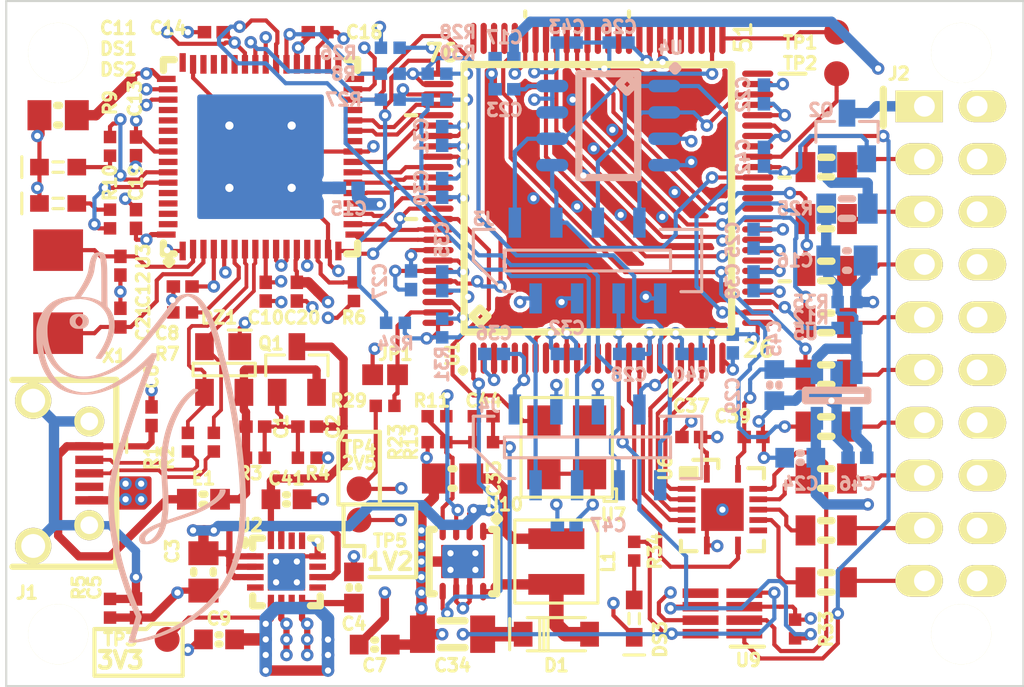
<source format=kicad_pcb>
(kicad_pcb (version 4) (host pcbnew "(after 2015-apr-15 BZR unknown)-product")
  (layers (0 F.Cu signal) (1 Ground signal hide) (2 Power signal) (31 B.Cu signal) (34 B.Paste user) (35 F.Paste user) (36 B.SilkS user) (37 F.SilkS user hide) (38 B.Mask user) (39 F.Mask user) (44 Edge.Cuts user))
  (net 0 "")
  (net 1 /VBUS)
  (net 2 "Net-(C1-Pad2)")
  (net 3 +5)
  (net 4 GND)
  (net 5 +3.3)
  (net 6 CGND)
  (net 7 /EX_VBUS)
  (net 8 +1.8)
  (net 9 "Net-(C12-Pad1)")
  (net 10 "Net-(C21-Pad1)")
  (net 11 "Net-(DS1-Pad2)")
  (net 12 "Net-(DS2-Pad2)")
  (net 13 /USBD_N)
  (net 14 /USBD_P)
  (net 15 /EX_USBD_N)
  (net 16 /EX_USBD_P)
  (net 17 "Net-(J1-Pad4)")
  (net 18 /EX_#TRST)
  (net 19 /EX_TDI)
  (net 20 /EX_TMS)
  (net 21 /EX_TCLKO)
  (net 22 /EX_TCLKR)
  (net 23 /EX_TDO)
  (net 24 /EX_#SRST)
  (net 25 /EX_DBGREQ)
  (net 26 /EX_DBGACK)
  (net 27 "Net-(J2-Pad2)")
  (net 28 "Net-(R6-Pad1)")
  (net 29 "Net-(R7-Pad1)")
  (net 30 /IN_TCK)
  (net 31 /IN_TDI)
  (net 32 /IN_TMS)
  (net 33 /IN_TDO)
  (net 34 "Net-(U3-Pad36)")
  (net 35 "Net-(U3-Pad43)")
  (net 36 "Net-(U3-Pad44)")
  (net 37 "Net-(U3-Pad45)")
  (net 38 "Net-(U3-Pad52)")
  (net 39 "Net-(U3-Pad53)")
  (net 40 "Net-(U3-Pad54)")
  (net 41 "Net-(U3-Pad60)")
  (net 42 "Net-(U3-Pad61)")
  (net 43 "Net-(U3-Pad62)")
  (net 44 "Net-(U3-Pad63)")
  (net 45 "Net-(U3-Pad55)")
  (net 46 "Net-(U3-Pad57)")
  (net 47 /VCTRL)
  (net 48 /VPP)
  (net 49 /SW)
  (net 50 /SWL)
  (net 51 "Net-(R9-Pad1)")
  (net 52 "Net-(R10-Pad1)")
  (net 53 "Net-(U3-Pad46)")
  (net 54 "Net-(U3-Pad48)")
  (net 55 "Net-(DS3-Pad2)")
  (net 56 +1.2)
  (net 57 +2.5)
  (net 58 "Net-(C44-Pad2)")
  (net 59 "Net-(R11-Pad2)")
  (net 60 "Net-(U1-Pad2)")
  (net 61 /AD0)
  (net 62 /AD1)
  (net 63 /AD2)
  (net 64 /AD3)
  (net 65 /AD4)
  (net 66 /AD5)
  (net 67 /AD6)
  (net 68 /AD7)
  (net 69 /AD8)
  (net 70 /AD9)
  (net 71 /AD10)
  (net 72 /AD11)
  (net 73 /AD12)
  (net 74 /AD13)
  (net 75 /AD14)
  (net 76 /AD15)
  (net 77 /FPGA_TCK)
  (net 78 /FPGA_TDI)
  (net 79 /FPGA_TDO)
  (net 80 /FPGA_TMS)
  (net 81 "Net-(U1-Pad4)")
  (net 82 "Net-(U1-Pad5)")
  (net 83 "Net-(U1-Pad8)")
  (net 84 "Net-(U1-Pad9)")
  (net 85 "Net-(U1-Pad11)")
  (net 86 "Net-(U1-Pad12)")
  (net 87 "Net-(U1-Pad13)")
  (net 88 "Net-(U1-Pad14)")
  (net 89 "Net-(U1-Pad30)")
  (net 90 "Net-(U1-Pad32)")
  (net 91 "Net-(U1-Pad34)")
  (net 92 "Net-(U1-Pad35)")
  (net 93 "Net-(U1-Pad36)")
  (net 94 "Net-(U1-Pad37)")
  (net 95 "Net-(U1-Pad38)")
  (net 96 "Net-(U1-Pad39)")
  (net 97 "Net-(TP2-Pad1)")
  (net 98 "Net-(U1-Pad43)")
  (net 99 "Net-(U1-Pad44)")
  (net 100 "Net-(U1-Pad47)")
  (net 101 /DONE)
  (net 102 "Net-(U1-Pad53)")
  (net 103 "Net-(U1-Pad54)")
  (net 104 "Net-(U1-Pad55)")
  (net 105 "Net-(U1-Pad59)")
  (net 106 "Net-(U1-Pad60)")
  (net 107 "Net-(U1-Pad61)")
  (net 108 "Net-(U1-Pad62)")
  (net 109 "Net-(U1-Pad63)")
  (net 110 "Net-(U1-Pad72)")
  (net 111 "Net-(U1-Pad74)")
  (net 112 "Net-(U1-Pad75)")
  (net 113 "Net-(U1-Pad97)")
  (net 114 /SPI#CS)
  (net 115 /SPIMOSI)
  (net 116 /SPIMISO)
  (net 117 /CCLK)
  (net 118 +VTGT)
  (net 119 "Net-(J2-Pad1)")
  (net 120 "Net-(Q2-Pad2)")
  (net 121 /TGTSENSE)
  (net 122 "Net-(R14-Pad2)")
  (net 123 /IN_RTCK)
  (net 124 "Net-(R20-Pad2)")
  (net 125 "Net-(R21-Pad2)")
  (net 126 "Net-(R22-Pad2)")
  (net 127 /IN_#TRST)
  (net 128 /IN_#SRST)
  (net 129 /IN_DBGREQ)
  (net 130 /IN_DBGACK)
  (net 131 "Net-(U6-Pad13)")
  (net 132 /VPPEN)
  (net 133 /BUFOE)
  (net 134 "Net-(R8-Pad2)")
  (net 135 "Net-(R24-Pad2)")
  (net 136 "Net-(R26-Pad2)")
  (net 137 "Net-(R27-Pad2)")
  (net 138 /50MHZ)
  (net 139 "Net-(JP1-Pad1)")
  (net 140 /VTGTLIM)
  (net 141 "Net-(C46-Pad1)")
  (module IPC7351-Nominal:CAPC1005X55 (layer F.Cu) (at 112.5 101.5 270)
    (fp_text reference C10 (at 1.25 0 360) (layer F.SilkS) (effects (font (size 0.6 0.6))))
    (fp_text value 100n)
    (pad 1 smd rect (at -0.45 0 270) (size 0.65 0.6) (layers F.Cu F.Paste F.Mask) (net 5 +3.3))
    (pad 2 smd rect (at 0.45 0 270) (size 0.65 0.6) (layers F.Cu F.Paste F.Mask) (net 4 GND))
  )
  (module LOGO (layer B.Cu) (at 106.5 109 270)
    (fp_text reference G*** hide)
    (fp_text value LOGO hide)
  )
  (module IPC7351-Nominal:QFP50P1600X1600X100-100 (layer F.Cu) (at 128.5 97 90)
    (fp_text reference U1 (at -7.5 -7 90) (layer F.SilkS) (effects (font (size 0.6 0.6))))
    (fp_text value XC3S50-VQ100)
    (pad 1 smd oval (at -7.7 -6 90) (size 1.5 0.3) (layers F.Cu F.Paste F.Mask) (net 47 /VCTRL))
    (pad 2 smd oval (at -7.7 -5.5 90) (size 1.5 0.3) (layers F.Cu F.Paste F.Mask) (net 60 "Net-(U1-Pad2)"))
    (pad 3 smd oval (at -7.7 -5 90) (size 1.5 0.3) (layers F.Cu F.Paste F.Mask) (net 4 GND))
    (pad 4 smd oval (at -7.7 -4.5 90) (size 1.5 0.3) (layers F.Cu F.Paste F.Mask) (net 81 "Net-(U1-Pad4)"))
    (pad 5 smd oval (at -7.7 -4 90) (size 1.5 0.3) (layers F.Cu F.Paste F.Mask) (net 82 "Net-(U1-Pad5)"))
    (pad 6 smd oval (at -7.7 -3.5 90) (size 1.5 0.3) (layers F.Cu F.Paste F.Mask) (net 5 +3.3))
    (pad 7 smd oval (at -7.7 -3 90) (size 1.5 0.3) (layers F.Cu F.Paste F.Mask) (net 57 +2.5))
    (pad 8 smd oval (at -7.7 -2.5 90) (size 1.5 0.3) (layers F.Cu F.Paste F.Mask) (net 83 "Net-(U1-Pad8)"))
    (pad 9 smd oval (at -7.7 -2 90) (size 1.5 0.3) (layers F.Cu F.Paste F.Mask) (net 84 "Net-(U1-Pad9)"))
    (pad 10 smd oval (at -7.7 -1.5 90) (size 1.5 0.3) (layers F.Cu F.Paste F.Mask) (net 4 GND))
    (pad 11 smd oval (at -7.7 -1 90) (size 1.5 0.3) (layers F.Cu F.Paste F.Mask) (net 85 "Net-(U1-Pad11)"))
    (pad 12 smd oval (at -7.7 -0.5 90) (size 1.5 0.3) (layers F.Cu F.Paste F.Mask) (net 86 "Net-(U1-Pad12)"))
    (pad 13 smd oval (at -7.7 0 90) (size 1.5 0.3) (layers F.Cu F.Paste F.Mask) (net 87 "Net-(U1-Pad13)"))
    (pad 14 smd oval (at -7.7 0.5 90) (size 1.5 0.3) (layers F.Cu F.Paste F.Mask) (net 88 "Net-(U1-Pad14)"))
    (pad 15 smd oval (at -7.7 1 90) (size 1.5 0.3) (layers F.Cu F.Paste F.Mask) (net 132 /VPPEN))
    (pad 16 smd oval (at -7.7 1.5 90) (size 1.5 0.3) (layers F.Cu F.Paste F.Mask) (net 133 /BUFOE))
    (pad 17 smd oval (at -7.7 2 90) (size 1.5 0.3) (layers F.Cu F.Paste F.Mask) (net 130 /IN_DBGACK))
    (pad 18 smd oval (at -7.7 2.5 90) (size 1.5 0.3) (layers F.Cu F.Paste F.Mask) (net 56 +1.2))
    (pad 19 smd oval (at -7.7 3 90) (size 1.5 0.3) (layers F.Cu F.Paste F.Mask) (net 5 +3.3))
    (pad 20 smd oval (at -7.7 3.5 90) (size 1.5 0.3) (layers F.Cu F.Paste F.Mask) (net 4 GND))
    (pad 21 smd oval (at -7.7 4 90) (size 1.5 0.3) (layers F.Cu F.Paste F.Mask) (net 129 /IN_DBGREQ))
    (pad 22 smd oval (at -7.7 4.5 90) (size 1.5 0.3) (layers F.Cu F.Paste F.Mask) (net 128 /IN_#SRST))
    (pad 23 smd oval (at -7.7 5 90) (size 1.5 0.3) (layers F.Cu F.Paste F.Mask) (net 127 /IN_#TRST))
    (pad 24 smd oval (at -7.7 5.5 90) (size 1.5 0.3) (layers F.Cu F.Paste F.Mask) (net 4 GND))
    (pad 25 smd oval (at -7.7 6 90) (size 1.5 0.3) (layers F.Cu F.Paste F.Mask) (net 4 GND))
    (pad 26 smd oval (at -6 7.7 90) (size 0.3 1.5) (layers F.Cu F.Paste F.Mask) (net 5 +3.3))
    (pad 27 smd oval (at -5.5 7.7 90) (size 0.3 1.5) (layers F.Cu F.Paste F.Mask) (net 114 /SPI#CS))
    (pad 28 smd oval (at -5 7.7 90) (size 0.3 1.5) (layers F.Cu F.Paste F.Mask) (net 121 /TGTSENSE))
    (pad 29 smd oval (at -4.5 7.7 90) (size 0.3 1.5) (layers F.Cu F.Paste F.Mask) (net 4 GND))
    (pad 30 smd oval (at -4 7.7 90) (size 0.3 1.5) (layers F.Cu F.Paste F.Mask) (net 89 "Net-(U1-Pad30)"))
    (pad 31 smd oval (at -3.5 7.7 90) (size 0.3 1.5) (layers F.Cu F.Paste F.Mask) (net 5 +3.3))
    (pad 32 smd oval (at -3 7.7 90) (size 0.3 1.5) (layers F.Cu F.Paste F.Mask) (net 90 "Net-(U1-Pad32)"))
    (pad 33 smd oval (at -2.5 7.7 90) (size 0.3 1.5) (layers F.Cu F.Paste F.Mask) (net 57 +2.5))
    (pad 34 smd oval (at -2 7.7 90) (size 0.3 1.5) (layers F.Cu F.Paste F.Mask) (net 91 "Net-(U1-Pad34)"))
    (pad 35 smd oval (at -1.5 7.7 90) (size 0.3 1.5) (layers F.Cu F.Paste F.Mask) (net 92 "Net-(U1-Pad35)"))
    (pad 36 smd oval (at -1 7.7 90) (size 0.3 1.5) (layers F.Cu F.Paste F.Mask) (net 93 "Net-(U1-Pad36)"))
    (pad 37 smd oval (at -0.5 7.7 90) (size 0.3 1.5) (layers F.Cu F.Paste F.Mask) (net 94 "Net-(U1-Pad37)"))
    (pad 38 smd oval (at 0 7.7 90) (size 0.3 1.5) (layers F.Cu F.Paste F.Mask) (net 95 "Net-(U1-Pad38)"))
    (pad 39 smd oval (at 0.5 7.7 90) (size 0.3 1.5) (layers F.Cu F.Paste F.Mask) (net 96 "Net-(U1-Pad39)"))
    (pad 40 smd oval (at 1 7.7 90) (size 0.3 1.5) (layers F.Cu F.Paste F.Mask) (net 115 /SPIMOSI))
    (pad 41 smd oval (at 1.5 7.7 90) (size 0.3 1.5) (layers F.Cu F.Paste F.Mask) (net 4 GND))
    (pad 42 smd oval (at 2 7.7 90) (size 0.3 1.5) (layers F.Cu F.Paste F.Mask) (net 97 "Net-(TP2-Pad1)"))
    (pad 43 smd oval (at 2.5 7.7 90) (size 0.3 1.5) (layers F.Cu F.Paste F.Mask) (net 98 "Net-(U1-Pad43)"))
    (pad 44 smd oval (at 3 7.7 90) (size 0.3 1.5) (layers F.Cu F.Paste F.Mask) (net 99 "Net-(U1-Pad44)"))
    (pad 45 smd oval (at 3.5 7.7 90) (size 0.3 1.5) (layers F.Cu F.Paste F.Mask) (net 56 +1.2))
    (pad 46 smd oval (at 4 7.7 90) (size 0.3 1.5) (layers F.Cu F.Paste F.Mask) (net 5 +3.3))
    (pad 47 smd oval (at 4.5 7.7 90) (size 0.3 1.5) (layers F.Cu F.Paste F.Mask) (net 100 "Net-(U1-Pad47)"))
    (pad 48 smd oval (at 5 7.7 90) (size 0.3 1.5) (layers F.Cu F.Paste F.Mask) (net 116 /SPIMISO))
    (pad 49 smd oval (at 5.5 7.7 90) (size 0.3 1.5) (layers F.Cu F.Paste F.Mask))
    (pad 50 smd oval (at 6 7.7 90) (size 0.3 1.5) (layers F.Cu F.Paste F.Mask))
    (pad 51 smd oval (at 7.7 6 90) (size 1.5 0.3) (layers F.Cu F.Paste F.Mask) (net 101 /DONE))
    (pad 52 smd oval (at 7.7 5.5 90) (size 1.5 0.3) (layers F.Cu F.Paste F.Mask) (net 117 /CCLK))
    (pad 53 smd oval (at 7.7 5 90) (size 1.5 0.3) (layers F.Cu F.Paste F.Mask) (net 102 "Net-(U1-Pad53)"))
    (pad 54 smd oval (at 7.7 4.5 90) (size 1.5 0.3) (layers F.Cu F.Paste F.Mask) (net 103 "Net-(U1-Pad54)"))
    (pad 55 smd oval (at 7.7 4 90) (size 1.5 0.3) (layers F.Cu F.Paste F.Mask) (net 104 "Net-(U1-Pad55)"))
    (pad 56 smd oval (at 7.7 3.5 90) (size 1.5 0.3) (layers F.Cu F.Paste F.Mask))
    (pad 57 smd oval (at 7.7 3 90) (size 1.5 0.3) (layers F.Cu F.Paste F.Mask) (net 5 +3.3))
    (pad 58 smd oval (at 7.7 2.5 90) (size 1.5 0.3) (layers F.Cu F.Paste F.Mask) (net 57 +2.5))
    (pad 59 smd oval (at 7.7 2 90) (size 1.5 0.3) (layers F.Cu F.Paste F.Mask) (net 105 "Net-(U1-Pad59)"))
    (pad 60 smd oval (at 7.7 1.5 90) (size 1.5 0.3) (layers F.Cu F.Paste F.Mask) (net 106 "Net-(U1-Pad60)"))
    (pad 61 smd oval (at 7.7 1 90) (size 1.5 0.3) (layers F.Cu F.Paste F.Mask) (net 107 "Net-(U1-Pad61)"))
    (pad 62 smd oval (at 7.7 0.5 90) (size 1.5 0.3) (layers F.Cu F.Paste F.Mask) (net 108 "Net-(U1-Pad62)"))
    (pad 63 smd oval (at 7.7 0 90) (size 1.5 0.3) (layers F.Cu F.Paste F.Mask) (net 109 "Net-(U1-Pad63)"))
    (pad 64 smd oval (at 7.7 -0.5 90) (size 1.5 0.3) (layers F.Cu F.Paste F.Mask) (net 31 /IN_TDI))
    (pad 65 smd oval (at 7.7 -1 90) (size 1.5 0.3) (layers F.Cu F.Paste F.Mask) (net 32 /IN_TMS))
    (pad 66 smd oval (at 7.7 -1.5 90) (size 1.5 0.3) (layers F.Cu F.Paste F.Mask) (net 4 GND))
    (pad 67 smd oval (at 7.7 -2 90) (size 1.5 0.3) (layers F.Cu F.Paste F.Mask) (net 30 /IN_TCK))
    (pad 68 smd oval (at 7.7 -2.5 90) (size 1.5 0.3) (layers F.Cu F.Paste F.Mask) (net 123 /IN_RTCK))
    (pad 69 smd oval (at 7.7 -3 90) (size 1.5 0.3) (layers F.Cu F.Paste F.Mask) (net 56 +1.2))
    (pad 70 smd oval (at 7.7 -3.5 90) (size 1.5 0.3) (layers F.Cu F.Paste F.Mask) (net 140 /VTGTLIM))
    (pad 71 smd oval (at 7.7 -4 90) (size 1.5 0.3) (layers F.Cu F.Paste F.Mask) (net 33 /IN_TDO))
    (pad 72 smd oval (at 7.7 -4.5 90) (size 1.5 0.3) (layers F.Cu F.Paste F.Mask) (net 110 "Net-(U1-Pad72)"))
    (pad 73 smd oval (at 7.7 -5 90) (size 1.5 0.3) (layers F.Cu F.Paste F.Mask) (net 4 GND))
    (pad 74 smd oval (at 7.7 -5.5 90) (size 1.5 0.3) (layers F.Cu F.Paste F.Mask) (net 111 "Net-(U1-Pad74)"))
    (pad 75 smd oval (at 7.7 -6 90) (size 1.5 0.3) (layers F.Cu F.Paste F.Mask) (net 112 "Net-(U1-Pad75)"))
    (pad 76 smd oval (at 6 -7.7 90) (size 0.3 1.5) (layers F.Cu F.Paste F.Mask) (net 79 /FPGA_TDO))
    (pad 77 smd oval (at 5.5 -7.7 90) (size 0.3 1.5) (layers F.Cu F.Paste F.Mask) (net 77 /FPGA_TCK))
    (pad 78 smd oval (at 5 -7.7 90) (size 0.3 1.5) (layers F.Cu F.Paste F.Mask) (net 80 /FPGA_TMS))
    (pad 79 smd oval (at 4.5 -7.7 90) (size 0.3 1.5) (layers F.Cu F.Paste F.Mask) (net 71 /AD10))
    (pad 80 smd oval (at 4 -7.7 90) (size 0.3 1.5) (layers F.Cu F.Paste F.Mask) (net 70 /AD9))
    (pad 81 smd oval (at 3.5 -7.7 90) (size 0.3 1.5) (layers F.Cu F.Paste F.Mask) (net 68 /AD7))
    (pad 82 smd oval (at 3 -7.7 90) (size 0.3 1.5) (layers F.Cu F.Paste F.Mask) (net 4 GND))
    (pad 83 smd oval (at 2.5 -7.7 90) (size 0.3 1.5) (layers F.Cu F.Paste F.Mask) (net 5 +3.3))
    (pad 84 smd oval (at 2 -7.7 90) (size 0.3 1.5) (layers F.Cu F.Paste F.Mask) (net 57 +2.5))
    (pad 85 smd oval (at 1.5 -7.7 90) (size 0.3 1.5) (layers F.Cu F.Paste F.Mask) (net 67 /AD6))
    (pad 86 smd oval (at 1 -7.7 90) (size 0.3 1.5) (layers F.Cu F.Paste F.Mask) (net 66 /AD5))
    (pad 87 smd oval (at 0.5 -7.7 90) (size 0.3 1.5) (layers F.Cu F.Paste F.Mask) (net 65 /AD4))
    (pad 88 smd oval (at 0 -7.7 90) (size 0.3 1.5) (layers F.Cu F.Paste F.Mask) (net 64 /AD3))
    (pad 89 smd oval (at -0.5 -7.7 90) (size 0.3 1.5) (layers F.Cu F.Paste F.Mask) (net 61 /AD0))
    (pad 90 smd oval (at -1 -7.7 90) (size 0.3 1.5) (layers F.Cu F.Paste F.Mask) (net 138 /50MHZ))
    (pad 91 smd oval (at -1.5 -7.7 90) (size 0.3 1.5) (layers F.Cu F.Paste F.Mask) (net 63 /AD2))
    (pad 92 smd oval (at -2 -7.7 90) (size 0.3 1.5) (layers F.Cu F.Paste F.Mask) (net 62 /AD1))
    (pad 93 smd oval (at -2.5 -7.7 90) (size 0.3 1.5) (layers F.Cu F.Paste F.Mask) (net 56 +1.2))
    (pad 94 smd oval (at -3 -7.7 90) (size 0.3 1.5) (layers F.Cu F.Paste F.Mask) (net 5 +3.3))
    (pad 95 smd oval (at -3.5 -7.7 90) (size 0.3 1.5) (layers F.Cu F.Paste F.Mask) (net 4 GND))
    (pad 96 smd oval (at -4 -7.7 90) (size 0.3 1.5) (layers F.Cu F.Paste F.Mask) (net 73 /AD12))
    (pad 97 smd oval (at -4.5 -7.7 90) (size 0.3 1.5) (layers F.Cu F.Paste F.Mask) (net 113 "Net-(U1-Pad97)"))
    (pad 98 smd oval (at -5 -7.7 90) (size 0.3 1.5) (layers F.Cu F.Paste F.Mask) (net 5 +3.3))
    (pad 99 smd oval (at -5.5 -7.7 90) (size 0.3 1.5) (layers F.Cu F.Paste F.Mask) (net 139 "Net-(JP1-Pad1)"))
    (pad 100 smd oval (at -6 -7.7 90) (size 0.3 1.5) (layers F.Cu F.Paste F.Mask) (net 78 /FPGA_TDI))
  )
  (module IPC7351-Nominal:QFN50P300X300X100-17 (layer F.Cu) (at 113.5 115)
    (fp_text reference U2 (at -1.75 -2.25) (layer F.SilkS) (effects (font (size 0.6 0.6))))
    (fp_text value ADP322ACPZ-145)
    (pad 1 smd rect (at -1.5 -0.75) (size 0.8 0.3) (layers F.Cu F.Paste F.Mask) (net 3 +5))
    (pad 2 smd rect (at -1.5 -0.25) (size 0.8 0.3) (layers F.Cu F.Paste F.Mask) (net 3 +5))
    (pad 3 smd rect (at -1.5 0.25) (size 0.8 0.3) (layers F.Cu F.Paste F.Mask) (net 3 +5))
    (pad 4 smd rect (at -1.5 0.75) (size 0.8 0.3) (layers F.Cu F.Paste F.Mask))
    (pad 5 smd rect (at -0.75 1.5) (size 0.3 0.8) (layers F.Cu F.Paste F.Mask) (net 5 +3.3))
    (pad 6 smd rect (at -0.25 1.5) (size 0.3 0.8) (layers F.Cu F.Paste F.Mask) (net 57 +2.5))
    (pad 7 smd rect (at 0.25 1.5) (size 0.3 0.8) (layers F.Cu F.Paste F.Mask))
    (pad 8 smd rect (at 0.75 1.5) (size 0.3 0.8) (layers F.Cu F.Paste F.Mask) (net 56 +1.2))
    (pad 9 smd rect (at 1.5 0.75) (size 0.8 0.3) (layers F.Cu F.Paste F.Mask))
    (pad 10 smd rect (at 1.5 0.25) (size 0.8 0.3) (layers F.Cu F.Paste F.Mask) (net 3 +5))
    (pad 11 smd rect (at 1.5 -0.25) (size 0.8 0.3) (layers F.Cu F.Paste F.Mask))
    (pad 12 smd rect (at 1.5 -0.75) (size 0.8 0.3) (layers F.Cu F.Paste F.Mask) (net 4 GND))
    (pad 13 smd rect (at 0.75 -1.5) (size 0.3 0.8) (layers F.Cu F.Paste F.Mask))
    (pad 14 smd rect (at 0.25 -1.5) (size 0.3 0.8) (layers F.Cu F.Paste F.Mask))
    (pad 15 smd rect (at -0.25 -1.5) (size 0.3 0.8) (layers F.Cu F.Paste F.Mask) (net 3 +5))
    (pad 16 smd rect (at -0.75 -1.5) (size 0.3 0.8) (layers F.Cu F.Paste F.Mask) (net 3 +5))
    (pad 17 smd rect (at 0 0) (size 1.8 1.8) (layers F.Cu F.Paste F.Mask) (net 4 GND))
  )
  (module manuf:TEXAS-RGY (layer F.Cu) (at 134.5 112 270)
    (fp_text reference U6 (at -2 2.75 270) (layer F.SilkS) (effects (font (size 0.6 0.6))))
    (fp_text value TXB0104RGY)
    (pad 2 smd rect (at -1 1.725 270) (size 0.28 0.85) (layers F.Cu F.Paste F.Mask) (net 127 /IN_#TRST))
    (pad 3 smd rect (at -0.5 1.725 270) (size 0.28 0.85) (layers F.Cu F.Paste F.Mask) (net 128 /IN_#SRST))
    (pad 4 smd rect (at 0 1.725 270) (size 0.28 0.85) (layers F.Cu F.Paste F.Mask) (net 129 /IN_DBGREQ))
    (pad 5 smd rect (at 0.5 1.725 270) (size 0.28 0.85) (layers F.Cu F.Paste F.Mask) (net 130 /IN_DBGACK))
    (pad 6 smd rect (at 1 1.725 270) (size 0.28 0.85) (layers F.Cu F.Paste F.Mask))
    (pad 9 smd rect (at 1 -1.725 270) (size 0.28 0.85) (layers F.Cu F.Paste F.Mask))
    (pad 10 smd rect (at 0.5 -1.725 270) (size 0.28 0.85) (layers F.Cu F.Paste F.Mask) (net 126 "Net-(R22-Pad2)"))
    (pad 11 smd rect (at 0 -1.725 270) (size 0.28 0.85) (layers F.Cu F.Paste F.Mask) (net 125 "Net-(R21-Pad2)"))
    (pad 12 smd rect (at -0.5 -1.725 270) (size 0.28 0.85) (layers F.Cu F.Paste F.Mask) (net 124 "Net-(R20-Pad2)"))
    (pad 13 smd rect (at -1 -1.725 270) (size 0.28 0.85) (layers F.Cu F.Paste F.Mask) (net 131 "Net-(U6-Pad13)"))
    (pad 7 smd rect (at 1.725 0.75 270) (size 0.85 0.28) (layers F.Cu F.Paste F.Mask) (net 4 GND))
    (pad 8 smd rect (at 1.725 -0.75 270) (size 0.85 0.28) (layers F.Cu F.Paste F.Mask) (net 133 /BUFOE))
    (pad 14 smd rect (at -1.725 -0.75 270) (size 0.85 0.28) (layers F.Cu F.Paste F.Mask) (net 118 +VTGT))
    (pad 1 smd rect (at -1.725 0.75 270) (size 0.85 0.28) (layers F.Cu F.Paste F.Mask) (net 5 +3.3))
    (pad 15 smd rect (at 0 0 270) (size 2.05 2.05) (layers F.Cu F.Paste F.Mask) (net 4 GND))
  )
  (module IPC7351-Nominal:QFN50P900X900X100-65 (layer F.Cu) (at 112.25 95 90)
    (fp_text reference U3 (at -4.8 -5.65 270) (layer F.SilkS) (effects (font (size 0.6 0.6))))
    (fp_text value FT2232HQ)
    (pad 1 smd rect (at -4.54 -3.75 90) (size 0.9 0.3) (layers F.Cu F.Paste F.Mask) (net 4 GND))
    (pad 2 smd rect (at -4.45 -3.25 90) (size 0.9 0.3) (layers F.Cu F.Paste F.Mask) (net 9 "Net-(C12-Pad1)"))
    (pad 3 smd rect (at -4.45 -2.75 90) (size 0.9 0.3) (layers F.Cu F.Paste F.Mask) (net 10 "Net-(C21-Pad1)"))
    (pad 4 smd rect (at -4.45 -2.25 90) (size 0.9 0.3) (layers F.Cu F.Paste F.Mask) (net 5 +3.3))
    (pad 5 smd rect (at -4.45 -1.75 90) (size 0.9 0.3) (layers F.Cu F.Paste F.Mask) (net 4 GND))
    (pad 6 smd rect (at -4.45 -1.25 90) (size 0.9 0.3) (layers F.Cu F.Paste F.Mask) (net 29 "Net-(R7-Pad1)"))
    (pad 7 smd rect (at -4.45 -0.75 90) (size 0.9 0.3) (layers F.Cu F.Paste F.Mask) (net 13 /USBD_N))
    (pad 8 smd rect (at -4.45 -0.25 90) (size 0.9 0.3) (layers F.Cu F.Paste F.Mask) (net 14 /USBD_P))
    (pad 9 smd rect (at -4.45 0.25 90) (size 0.9 0.3) (layers F.Cu F.Paste F.Mask) (net 5 +3.3))
    (pad 10 smd rect (at -4.45 0.75 90) (size 0.9 0.3) (layers F.Cu F.Paste F.Mask) (net 4 GND))
    (pad 11 smd rect (at -4.45 1.25 90) (size 0.9 0.3) (layers F.Cu F.Paste F.Mask) (net 4 GND))
    (pad 12 smd rect (at -4.45 1.75 90) (size 0.9 0.3) (layers F.Cu F.Paste F.Mask) (net 8 +1.8))
    (pad 13 smd rect (at -4.45 2.25 90) (size 0.9 0.3) (layers F.Cu F.Paste F.Mask) (net 4 GND))
    (pad 14 smd rect (at -4.45 2.75 90) (size 0.9 0.3) (layers F.Cu F.Paste F.Mask) (net 28 "Net-(R6-Pad1)"))
    (pad 15 smd rect (at -4.45 3.25 90) (size 0.9 0.3) (layers F.Cu F.Paste F.Mask) (net 4 GND))
    (pad 16 smd rect (at -4.54 3.75 90) (size 0.9 0.3) (layers F.Cu F.Paste F.Mask) (net 61 /AD0))
    (pad 17 smd rect (at -3.75 4.54 90) (size 0.3 0.9) (layers F.Cu F.Paste F.Mask) (net 62 /AD1))
    (pad 18 smd rect (at -3.25 4.45 90) (size 0.3 0.9) (layers F.Cu F.Paste F.Mask) (net 63 /AD2))
    (pad 19 smd rect (at -2.75 4.45 90) (size 0.3 0.9) (layers F.Cu F.Paste F.Mask) (net 64 /AD3))
    (pad 20 smd rect (at -2.25 4.45 90) (size 0.3 0.9) (layers F.Cu F.Paste F.Mask) (net 5 +3.3))
    (pad 21 smd rect (at -1.75 4.45 90) (size 0.3 0.9) (layers F.Cu F.Paste F.Mask) (net 65 /AD4))
    (pad 22 smd rect (at -1.25 4.45 90) (size 0.3 0.9) (layers F.Cu F.Paste F.Mask) (net 66 /AD5))
    (pad 23 smd rect (at -0.75 4.45 90) (size 0.3 0.9) (layers F.Cu F.Paste F.Mask) (net 67 /AD6))
    (pad 24 smd rect (at -0.25 4.45 90) (size 0.3 0.9) (layers F.Cu F.Paste F.Mask) (net 68 /AD7))
    (pad 25 smd rect (at 0.25 4.45 90) (size 0.3 0.9) (layers F.Cu F.Paste F.Mask) (net 4 GND))
    (pad 26 smd rect (at 0.75 4.45 90) (size 0.3 0.9) (layers F.Cu F.Paste F.Mask) (net 69 /AD8))
    (pad 27 smd rect (at 1.25 4.45 90) (size 0.3 0.9) (layers F.Cu F.Paste F.Mask) (net 70 /AD9))
    (pad 28 smd rect (at 1.75 4.45 90) (size 0.3 0.9) (layers F.Cu F.Paste F.Mask) (net 71 /AD10))
    (pad 29 smd rect (at 2.25 4.45 90) (size 0.3 0.9) (layers F.Cu F.Paste F.Mask) (net 72 /AD11))
    (pad 30 smd rect (at 2.75 4.45 90) (size 0.3 0.9) (layers F.Cu F.Paste F.Mask) (net 73 /AD12))
    (pad 31 smd rect (at 3.25 4.45 90) (size 0.3 0.9) (layers F.Cu F.Paste F.Mask) (net 5 +3.3))
    (pad 32 smd rect (at 3.75 4.54 90) (size 0.3 0.9) (layers F.Cu F.Paste F.Mask) (net 74 /AD13))
    (pad 33 smd rect (at 4.54 3.75 90) (size 0.9 0.3) (layers F.Cu F.Paste F.Mask) (net 75 /AD14))
    (pad 34 smd rect (at 4.45 3.25 90) (size 0.9 0.3) (layers F.Cu F.Paste F.Mask) (net 76 /AD15))
    (pad 35 smd rect (at 4.45 2.75 90) (size 0.9 0.3) (layers F.Cu F.Paste F.Mask) (net 4 GND))
    (pad 36 smd rect (at 4.45 2.25 90) (size 0.9 0.3) (layers F.Cu F.Paste F.Mask) (net 34 "Net-(U3-Pad36)"))
    (pad 37 smd rect (at 4.45 1.75 90) (size 0.9 0.3) (layers F.Cu F.Paste F.Mask) (net 8 +1.8))
    (pad 38 smd rect (at 4.45 1.25 90) (size 0.9 0.3) (layers F.Cu F.Paste F.Mask) (net 134 "Net-(R8-Pad2)"))
    (pad 39 smd rect (at 4.45 0.75 90) (size 0.9 0.3) (layers F.Cu F.Paste F.Mask) (net 135 "Net-(R24-Pad2)"))
    (pad 40 smd rect (at 4.45 0.25 90) (size 0.9 0.3) (layers F.Cu F.Paste F.Mask) (net 136 "Net-(R26-Pad2)"))
    (pad 41 smd rect (at 4.45 -0.25 90) (size 0.9 0.3) (layers F.Cu F.Paste F.Mask) (net 137 "Net-(R27-Pad2)"))
    (pad 42 smd rect (at 4.45 -0.75 90) (size 0.9 0.3) (layers F.Cu F.Paste F.Mask) (net 5 +3.3))
    (pad 43 smd rect (at 4.45 -1.25 90) (size 0.9 0.3) (layers F.Cu F.Paste F.Mask) (net 35 "Net-(U3-Pad43)"))
    (pad 44 smd rect (at 4.45 -1.75 90) (size 0.9 0.3) (layers F.Cu F.Paste F.Mask) (net 36 "Net-(U3-Pad44)"))
    (pad 45 smd rect (at 4.45 -2.25 90) (size 0.9 0.3) (layers F.Cu F.Paste F.Mask) (net 37 "Net-(U3-Pad45)"))
    (pad 46 smd rect (at 4.45 -2.75 90) (size 0.9 0.3) (layers F.Cu F.Paste F.Mask) (net 53 "Net-(U3-Pad46)"))
    (pad 47 smd rect (at 4.45 -3.25 90) (size 0.9 0.3) (layers F.Cu F.Paste F.Mask) (net 4 GND))
    (pad 48 smd rect (at 4.54 -3.75 90) (size 0.9 0.3) (layers F.Cu F.Paste F.Mask) (net 54 "Net-(U3-Pad48)"))
    (pad 49 smd rect (at 3.75 -4.54 90) (size 0.3 0.9) (layers F.Cu F.Paste F.Mask) (net 8 +1.8))
    (pad 50 smd rect (at 3.25 -4.45 90) (size 0.3 0.9) (layers F.Cu F.Paste F.Mask) (net 5 +3.3))
    (pad 51 smd rect (at 2.75 -4.45 90) (size 0.3 0.9) (layers F.Cu F.Paste F.Mask) (net 4 GND))
    (pad 52 smd rect (at 2.25 -4.45 90) (size 0.3 0.9) (layers F.Cu F.Paste F.Mask) (net 38 "Net-(U3-Pad52)"))
    (pad 53 smd rect (at 1.75 -4.45 90) (size 0.3 0.9) (layers F.Cu F.Paste F.Mask) (net 39 "Net-(U3-Pad53)"))
    (pad 54 smd rect (at 1.25 -4.45 90) (size 0.3 0.9) (layers F.Cu F.Paste F.Mask) (net 40 "Net-(U3-Pad54)"))
    (pad 55 smd rect (at 0.75 -4.45 90) (size 0.3 0.9) (layers F.Cu F.Paste F.Mask) (net 45 "Net-(U3-Pad55)"))
    (pad 56 smd rect (at 0.25 -4.45 90) (size 0.3 0.9) (layers F.Cu F.Paste F.Mask) (net 5 +3.3))
    (pad 57 smd rect (at -0.25 -4.45 90) (size 0.3 0.9) (layers F.Cu F.Paste F.Mask) (net 46 "Net-(U3-Pad57)"))
    (pad 58 smd rect (at -0.75 -4.45 90) (size 0.3 0.9) (layers F.Cu F.Paste F.Mask) (net 51 "Net-(R9-Pad1)"))
    (pad 59 smd rect (at -1.25 -4.45 90) (size 0.3 0.9) (layers F.Cu F.Paste F.Mask) (net 52 "Net-(R10-Pad1)"))
    (pad 60 smd rect (at -1.75 -4.45 90) (size 0.3 0.9) (layers F.Cu F.Paste F.Mask) (net 41 "Net-(U3-Pad60)"))
    (pad 61 smd rect (at -2.25 -4.45 90) (size 0.3 0.9) (layers F.Cu F.Paste F.Mask) (net 42 "Net-(U3-Pad61)"))
    (pad 62 smd rect (at -2.75 -4.45 90) (size 0.3 0.9) (layers F.Cu F.Paste F.Mask) (net 43 "Net-(U3-Pad62)"))
    (pad 63 smd rect (at -3.25 -4.45 90) (size 0.3 0.9) (layers F.Cu F.Paste F.Mask) (net 44 "Net-(U3-Pad63)"))
    (pad 64 smd rect (at -3.75 -4.54 90) (size 0.3 0.9) (layers F.Cu F.Paste F.Mask) (net 8 +1.8))
    (pad 65 smd rect (at 0 0 90) (size 4.35 4.35) (layers F.Cu F.Paste F.Mask) (net 4 GND))
    (pad 65 thru_hole circle (at -1.5 -1.5 90) (size 0.8 0.8) (drill 0.4) (layers *.Cu) (net 4 GND))
    (pad 65 thru_hole circle (at 1.5 -1.5 90) (size 0.8 0.8) (drill 0.4) (layers *.Cu) (net 4 GND))
    (pad 65 thru_hole circle (at 1.5 1.5 90) (size 0.8 0.8) (drill 0.4) (layers *.Cu) (net 4 GND))
    (pad 65 thru_hole circle (at -1.5 1.5 90) (size 0.8 0.8) (drill 0.4) (layers *.Cu) (net 4 GND))
  )
  (module JUMPER-SOLDER (layer F.Cu) (at 118.25 105.5 270)
    (fp_text reference JP1 (at -1 -0.5 360) (layer F.SilkS) (effects (font (size 0.6 0.6))))
    (fp_text value PROGB hide)
    (pad 1 smd rect (at 0 -0.6 270) (size 1 1) (layers F.Cu F.Mask) (net 139 "Net-(JP1-Pad1)"))
    (pad 2 smd rect (at 0 0.6 270) (size 1 1) (layers F.Cu F.Mask) (net 4 GND))
  )
  (module IPC7351-Nominal:SON65P300X300X80-9 (layer F.Cu) (at 122 114.5 270)
    (fp_text reference U10 (at -2.75 -2 360) (layer F.SilkS) (effects (font (size 0.6 0.6))))
    (fp_text value TPS61045DRB)
    (pad 1 smd oval (at -1.45 -0.975 270) (size 0.85 0.3) (layers F.Cu F.Paste F.Mask) (net 50 /SWL))
    (pad 2 smd oval (at -1.45 -0.325 270) (size 0.85 0.3) (layers F.Cu F.Paste F.Mask) (net 3 +5))
    (pad 3 smd oval (at -1.45 0.325 270) (size 0.85 0.3) (layers F.Cu F.Paste F.Mask) (net 59 "Net-(R11-Pad2)"))
    (pad 4 smd oval (at -1.45 0.975 270) (size 0.85 0.3) (layers F.Cu F.Paste F.Mask) (net 58 "Net-(C44-Pad2)"))
    (pad 5 smd oval (at 1.45 0.975 270) (size 0.85 0.3) (layers F.Cu F.Paste F.Mask) (net 47 /VCTRL))
    (pad 6 smd oval (at 1.45 0.325 270) (size 0.85 0.3) (layers F.Cu F.Paste F.Mask) (net 4 GND))
    (pad 7 smd oval (at 1.45 -0.325 270) (size 0.85 0.3) (layers F.Cu F.Paste F.Mask) (net 4 GND))
    (pad 8 smd oval (at 1.45 -0.975 270) (size 0.85 0.3) (layers F.Cu F.Paste F.Mask) (net 49 /SW))
    (pad 9 smd rect (at 0 0 270) (size 1.6 2.1) (layers F.Cu F.Paste F.Mask) (net 4 GND))
  )
  (module IPC7351-Nominal:CAPC1608X55 (layer F.Cu) (at 117.75 118.5)
    (fp_text reference C7 (at 0 1) (layer F.SilkS) (effects (font (size 0.6 0.6))))
    (fp_text value 1u)
    (pad 1 smd rect (at -0.75 0) (size 0.9 0.95) (layers F.Cu F.Paste F.Mask) (net 57 +2.5))
    (pad 2 smd rect (at 0.75 0) (size 0.9 0.95) (layers F.Cu F.Paste F.Mask) (net 4 GND))
  )
  (module conn-100mil:CONN-100MIL-M-2x10-SHROUD (layer F.Cu) (at 145.5 104 270)
    (fp_text reference J2 (at -13 2.5 360) (layer F.SilkS) (effects (font (size 0.6 0.6))))
    (fp_text value ARM_JTAG)
    (pad 1 thru_hole rect (at -11.43 1.27 270) (size 1.524 2.286) (drill 1 (offset 0 0.254)) (layers *.Cu *.Mask F.SilkS) (net 119 "Net-(J2-Pad1)"))
    (pad 3 thru_hole oval (at -8.89 1.27 270) (size 1.524 2.286) (drill 1 (offset 0 0.254)) (layers *.Cu *.Mask F.SilkS) (net 18 /EX_#TRST))
    (pad 5 thru_hole oval (at -6.35 1.27 270) (size 1.524 2.286) (drill 1 (offset 0 0.254)) (layers *.Cu *.Mask F.SilkS) (net 19 /EX_TDI))
    (pad 7 thru_hole oval (at -3.81 1.27 270) (size 1.524 2.286) (drill 1 (offset 0 0.254)) (layers *.Cu *.Mask F.SilkS) (net 20 /EX_TMS))
    (pad 9 thru_hole oval (at -1.27 1.27 270) (size 1.524 2.286) (drill 1 (offset 0 0.254)) (layers *.Cu *.Mask F.SilkS) (net 21 /EX_TCLKO))
    (pad 11 thru_hole oval (at 1.27 1.27 270) (size 1.524 2.286) (drill 1 (offset 0 0.254)) (layers *.Cu *.Mask F.SilkS) (net 22 /EX_TCLKR))
    (pad 13 thru_hole oval (at 3.81 1.27 270) (size 1.524 2.286) (drill 1 (offset 0 0.254)) (layers *.Cu *.Mask F.SilkS) (net 23 /EX_TDO))
    (pad 15 thru_hole oval (at 6.35 1.27 270) (size 1.524 2.286) (drill 1 (offset 0 0.254)) (layers *.Cu *.Mask F.SilkS) (net 24 /EX_#SRST))
    (pad 17 thru_hole oval (at 8.89 1.27 270) (size 1.524 2.286) (drill 1 (offset 0 0.254)) (layers *.Cu *.Mask F.SilkS) (net 25 /EX_DBGREQ))
    (pad 19 thru_hole oval (at 11.43 1.27 270) (size 1.524 2.286) (drill 1 (offset 0 0.254)) (layers *.Cu *.Mask F.SilkS) (net 26 /EX_DBGACK))
    (pad 2 thru_hole oval (at -11.43 -1.27 270) (size 1.524 2.286) (drill 1 (offset 0 -0.254)) (layers *.Cu *.Mask F.SilkS) (net 27 "Net-(J2-Pad2)"))
    (pad 4 thru_hole oval (at -8.89 -1.27 270) (size 1.524 2.286) (drill 1 (offset 0 -0.254)) (layers *.Cu *.Mask F.SilkS) (net 4 GND))
    (pad 6 thru_hole oval (at -6.35 -1.27 270) (size 1.524 2.286) (drill 1 (offset 0 -0.254)) (layers *.Cu *.Mask F.SilkS) (net 4 GND))
    (pad 8 thru_hole oval (at -3.81 -1.27 270) (size 1.524 2.286) (drill 1 (offset 0 -0.254)) (layers *.Cu *.Mask F.SilkS) (net 4 GND))
    (pad 10 thru_hole oval (at -1.27 -1.27 270) (size 1.524 2.286) (drill 1 (offset 0 -0.254)) (layers *.Cu *.Mask F.SilkS) (net 4 GND))
    (pad 12 thru_hole oval (at 1.27 -1.27 270) (size 1.524 2.286) (drill 1 (offset 0 -0.254)) (layers *.Cu *.Mask F.SilkS) (net 4 GND))
    (pad 14 thru_hole oval (at 3.81 -1.27 270) (size 1.524 2.286) (drill 1 (offset 0 -0.254)) (layers *.Cu *.Mask F.SilkS) (net 4 GND))
    (pad 16 thru_hole oval (at 6.35 -1.27 270) (size 1.524 2.286) (drill 1 (offset 0 -0.254)) (layers *.Cu *.Mask F.SilkS) (net 4 GND))
    (pad 18 thru_hole oval (at 8.89 -1.27 270) (size 1.524 2.286) (drill 1 (offset 0 -0.254)) (layers *.Cu *.Mask F.SilkS) (net 4 GND))
    (pad 20 thru_hole oval (at 11.43 -1.27 270) (size 1.524 2.286) (drill 1 (offset 0 -0.254)) (layers *.Cu *.Mask F.SilkS) (net 4 GND))
  )
  (module HOLE (layer F.Cu) (at 146 118)
    (fp_text reference REF** hide)
    (fp_text value HOLE hide)
    (pad "" np_thru_hole circle (at 0 0) (size 2.9 2.9) (drill 2.9) (layers *.Cu *.Mask F.SilkS))
  )
  (module HOLE (layer F.Cu) (at 146 90)
    (fp_text reference REF** hide)
    (fp_text value HOLE hide)
    (pad "" np_thru_hole circle (at 0 0) (size 2.9 2.9) (drill 2.9) (layers *.Cu *.Mask F.SilkS))
  )
  (module HOLE (layer F.Cu) (at 102.5 118)
    (fp_text reference REF** hide)
    (fp_text value HOLE hide)
    (pad "" np_thru_hole circle (at 0 0) (size 2.9 2.9) (drill 2.9) (layers *.Cu *.Mask F.SilkS))
  )
  (module X1 (layer F.Cu) (at 102.5 101.5 270)
    (fp_text reference X1 (at 3.1 -2.7 360) (layer F.SilkS) (effects (font (size 0.6 0.6))))
    (fp_text value "12 MHz")
    (pad 1 smd rect (at -2 0 270) (size 2 2.4) (layers F.Cu F.Paste F.Mask) (net 9 "Net-(C12-Pad1)"))
    (pad 2 smd rect (at 2 0 270) (size 2 2.4) (layers F.Cu F.Paste F.Mask) (net 10 "Net-(C21-Pad1)"))
  )
  (module HOLE (layer F.Cu) (at 102.5 90)
    (fp_text reference REF** hide)
    (fp_text value HOLE hide)
    (pad "" np_thru_hole circle (at 0 0) (size 2.9 2.9) (drill 2.9) (layers *.Cu *.Mask F.SilkS))
  )
  (module smd-semi:LED-0603 (layer F.Cu) (at 102.5 95.5)
    (fp_text reference DS1 (at 2.9 -5.7) (layer F.SilkS) (effects (font (size 0.6 0.6))))
    (fp_text value LED-0603)
    (pad 1 smd rect (at -0.89916 0) (size 0.89916 0.8001) (layers F.Cu F.Paste F.Mask) (net 4 GND))
    (pad 2 smd rect (at 0.89916 0) (size 0.89916 0.8001) (layers F.Cu F.Paste F.Mask) (net 11 "Net-(DS1-Pad2)"))
  )
  (module smd-semi:LED-0603 (layer F.Cu) (at 102.5 97.25)
    (fp_text reference DS2 (at 2.9 -6.45) (layer F.SilkS) (effects (font (size 0.6 0.6))))
    (fp_text value LED-0603)
    (pad 1 smd rect (at -0.89916 0) (size 0.89916 0.8001) (layers F.Cu F.Paste F.Mask) (net 4 GND))
    (pad 2 smd rect (at 0.89916 0) (size 0.89916 0.8001) (layers F.Cu F.Paste F.Mask) (net 12 "Net-(DS2-Pad2)"))
  )
  (module smd-semi:SOT-143 (layer F.Cu) (at 110.5 105.25 270)
    (fp_text reference DZ1 (at -2.5 0.25 360) (layer F.SilkS) (effects (font (size 0.6 0.6))))
    (fp_text value DRTR5V0U2SR)
    (pad 1 smd rect (at -1.1 -0.75 90) (size 1.3 1.1) (layers F.Cu F.Paste F.Mask) (net 4 GND))
    (pad 2 smd rect (at -1.1 0.95 90) (size 1.3 0.9) (layers F.Cu F.Paste F.Mask) (net 14 /USBD_P))
    (pad 3 smd rect (at 1.1 0.95 90) (size 1.3 0.9) (layers F.Cu F.Paste F.Mask) (net 13 /USBD_N))
    (pad 4 smd rect (at 1.1 -0.95 90) (size 1.3 0.9) (layers F.Cu F.Paste F.Mask) (net 1 /VBUS))
  )
  (module IPC7351-Nominal:INDC1608X95 (layer F.Cu) (at 109.5 111.5)
    (fp_text reference E1 (at 0 -1) (layer F.SilkS) (effects (font (size 0.6 0.6))))
    (fp_text value 1k@100MHz)
    (pad 1 smd rect (at -0.8 0) (size 0.95 1) (layers F.Cu F.Paste F.Mask) (net 7 /EX_VBUS))
    (pad 2 smd rect (at 0.8 0) (size 0.95 1) (layers F.Cu F.Paste F.Mask) (net 1 /VBUS))
  )
  (module conn-fci:CONN-10118194-0001LF-FCI (layer F.Cu) (at 101.3 110.25 270)
    (fp_text reference J1 (at 5.75 0.3 360) (layer F.SilkS) (effects (font (size 0.6 0.6))))
    (fp_text value µUSB)
    (pad 1 smd rect (at -1.3 -2.7 270) (size 0.4 1.35) (layers F.Cu F.Paste F.Mask) (net 7 /EX_VBUS))
    (pad 2 smd rect (at -0.65 -2.7 270) (size 0.4 1.35) (layers F.Cu F.Paste F.Mask) (net 15 /EX_USBD_N))
    (pad 3 smd rect (at 0 -2.7 270) (size 0.4 1.35) (layers F.Cu F.Paste F.Mask) (net 16 /EX_USBD_P))
    (pad 4 smd rect (at 0.65 -2.7 270) (size 0.4 1.35) (layers F.Cu F.Paste F.Mask) (net 17 "Net-(J1-Pad4)"))
    (pad 5 smd rect (at 1.3 -2.7 270) (size 0.4 1.35) (layers F.Cu F.Paste F.Mask) (net 4 GND))
    (pad SH thru_hole oval (at -3.5 0 270) (size 1.75 1.75) (drill 1.15) (layers *.Cu *.Mask F.SilkS) (net 6 CGND))
    (pad SH thru_hole oval (at 3.5 0 270) (size 1.75 1.75) (drill 1.15) (layers *.Cu *.Mask F.SilkS) (net 6 CGND))
    (pad SH thru_hole oval (at -2.5 -2.7 270) (size 1.45 1.45) (drill 0.85) (layers *.Cu *.Mask F.SilkS) (net 6 CGND))
    (pad SH thru_hole oval (at 2.5 -2.7 270) (size 1.45 1.45) (drill 0.85) (layers *.Cu *.Mask F.SilkS) (net 6 CGND))
  )
  (module smd-semi:SOT-23 (layer F.Cu) (at 114 105.25 90)
    (fp_text reference Q1 (at 1.25 -1.25 180) (layer F.SilkS) (effects (font (size 0.6 0.6))))
    (fp_text value IRLML6402)
    (pad 1 smd rect (at -1.1 -0.95 90) (size 1.3 0.9) (layers F.Cu F.Paste F.Mask) (net 2 "Net-(C1-Pad2)"))
    (pad 2 smd rect (at -1.1 0.95 90) (size 1.3 0.9) (layers F.Cu F.Paste F.Mask) (net 1 /VBUS))
    (pad 3 smd rect (at 1.1 0 90) (size 1.3 0.8) (layers F.Cu F.Paste F.Mask) (net 3 +5))
  )
  (module manuf:SILABS-DFN-SI501-B (layer F.Cu) (at 127 109 90)
    (fp_text reference U7 (at -3.25 2.25 360) (layer F.SilkS) (effects (font (size 0.6 0.6))))
    (fp_text value OSC-50MHz hide)
    (pad 1 smd rect (at -1.27 1.1 90) (size 1.5 1.6) (layers F.Cu F.Paste F.Mask) (net 5 +3.3))
    (pad 2 smd rect (at 1.27 1.1 90) (size 1.5 1.6) (layers F.Cu F.Paste F.Mask) (net 4 GND))
    (pad 3 smd rect (at 1.27 -1.1 90) (size 1.5 1.6) (layers F.Cu F.Paste F.Mask) (net 138 /50MHZ))
    (pad 4 smd rect (at -1.27 -1.1 90) (size 1.5 1.6) (layers F.Cu F.Paste F.Mask) (net 5 +3.3))
  )
  (module IPC7351-Nominal:CAPC3216X70 (layer F.Cu) (at 121.5 118 180)
    (fp_text reference C34 (at 0 -1.5 360) (layer F.SilkS) (effects (font (size 0.6 0.6))))
    (fp_text value 1u/25)
    (pad 1 smd rect (at -1.45 0 180) (size 1.2 1.8) (layers F.Cu F.Paste F.Mask) (net 48 /VPP))
    (pad 2 smd rect (at 1.45 0 180) (size 1.2 1.8) (layers F.Cu F.Paste F.Mask) (net 4 GND))
  )
  (module smd-semi:SOD-123 (layer F.Cu) (at 126.5 118)
    (fp_text reference D1 (at 0 1.5 180) (layer F.SilkS) (effects (font (size 0.6 0.6))))
    (fp_text value MBR0540)
    (pad 1 smd rect (at -1.6 0) (size 0.9 1.2) (layers F.Cu F.Paste F.Mask) (net 48 /VPP))
    (pad 2 smd rect (at 1.6 0) (size 0.9 1.2) (layers F.Cu F.Paste F.Mask) (net 49 /SW))
  )
  (module manuf:BOURNS-SRN3015 (layer F.Cu) (at 126.5 114.5 180)
    (fp_text reference L1 (at -2.5 0 270) (layer F.SilkS) (effects (font (size 0.6 0.6))))
    (fp_text value 15uH)
    (pad 1 smd rect (at 0 -1.1 180) (size 2.7 1) (layers F.Cu F.Paste F.Mask) (net 49 /SW))
    (pad 2 smd rect (at 0 1.1 180) (size 2.7 1) (layers F.Cu F.Paste F.Mask) (net 50 /SWL))
  )
  (module smd-semi:SOT-23-8 (layer F.Cu) (at 134.5 117 90)
    (fp_text reference U9 (at -2.25 1.25 180) (layer F.SilkS) (effects (font (size 0.6 0.6))))
    (fp_text value DG449DS)
    (pad 1 smd rect (at -0.975 1.054 90) (size 0.457 1.727) (layers F.Cu F.Paste F.Mask) (net 122 "Net-(R14-Pad2)"))
    (pad 2 smd rect (at -0.325 1.054 90) (size 0.457 1.727) (layers F.Cu F.Paste F.Mask) (net 131 "Net-(U6-Pad13)"))
    (pad 3 smd rect (at 0.325 1.054 90) (size 0.457 1.727) (layers F.Cu F.Paste F.Mask) (net 4 GND))
    (pad 4 smd rect (at 0.975 1.054 90) (size 0.457 1.727) (layers F.Cu F.Paste F.Mask) (net 48 /VPP))
    (pad 5 smd rect (at 0.975 -1.054 90) (size 0.457 1.727) (layers F.Cu F.Paste F.Mask))
    (pad 6 smd rect (at 0.325 -1.054 90) (size 0.457 1.727) (layers F.Cu F.Paste F.Mask) (net 132 /VPPEN))
    (pad 7 smd rect (at -0.325 -1.054 90) (size 0.457 1.727) (layers F.Cu F.Paste F.Mask) (net 4 GND))
    (pad 8 smd rect (at -0.975 -1.054 90) (size 0.457 1.727) (layers F.Cu F.Paste F.Mask) (net 48 /VPP))
  )
  (module IPC7351-Nominal:RESC2012X50 (layer F.Cu) (at 139.5 95.5 180)
    (fp_text reference R14 hide)
    (fp_text value 75)
    (pad 1 smd rect (at -1 0 180) (size 0.95 1.45) (layers F.Cu F.Paste F.Mask) (net 18 /EX_#TRST))
    (pad 2 smd rect (at 1 0 180) (size 0.95 1.45) (layers F.Cu F.Paste F.Mask) (net 122 "Net-(R14-Pad2)"))
  )
  (module IPC7351-Nominal:RESC2012X50 (layer F.Cu) (at 139.5 98 180)
    (fp_text reference R15 hide)
    (fp_text value 75)
    (pad 1 smd rect (at -1 0 180) (size 0.95 1.45) (layers F.Cu F.Paste F.Mask) (net 19 /EX_TDI))
    (pad 2 smd rect (at 1 0 180) (size 0.95 1.45) (layers F.Cu F.Paste F.Mask) (net 31 /IN_TDI))
  )
  (module IPC7351-Nominal:RESC2012X50 (layer F.Cu) (at 139.5 100.5 180)
    (fp_text reference R16 hide)
    (fp_text value 75)
    (pad 1 smd rect (at -1 0 180) (size 0.95 1.45) (layers F.Cu F.Paste F.Mask) (net 20 /EX_TMS))
    (pad 2 smd rect (at 1 0 180) (size 0.95 1.45) (layers F.Cu F.Paste F.Mask) (net 32 /IN_TMS))
  )
  (module IPC7351-Nominal:RESC2012X50 (layer F.Cu) (at 139.5 103 180)
    (fp_text reference R17 hide)
    (fp_text value 75)
    (pad 1 smd rect (at -1 0 180) (size 0.95 1.45) (layers F.Cu F.Paste F.Mask) (net 21 /EX_TCLKO))
    (pad 2 smd rect (at 1 0 180) (size 0.95 1.45) (layers F.Cu F.Paste F.Mask) (net 30 /IN_TCK))
  )
  (module IPC7351-Nominal:RESC2012X50 (layer F.Cu) (at 139.5 105.5 180)
    (fp_text reference R18 hide)
    (fp_text value 75)
    (pad 1 smd rect (at -1 0 180) (size 0.95 1.45) (layers F.Cu F.Paste F.Mask) (net 22 /EX_TCLKR))
    (pad 2 smd rect (at 1 0 180) (size 0.95 1.45) (layers F.Cu F.Paste F.Mask) (net 123 /IN_RTCK))
  )
  (module IPC7351-Nominal:RESC2012X50 (layer F.Cu) (at 139.5 108 180)
    (fp_text reference R19 hide)
    (fp_text value 75)
    (pad 1 smd rect (at -1 0 180) (size 0.95 1.45) (layers F.Cu F.Paste F.Mask) (net 23 /EX_TDO))
    (pad 2 smd rect (at 1 0 180) (size 0.95 1.45) (layers F.Cu F.Paste F.Mask) (net 33 /IN_TDO))
  )
  (module IPC7351-Nominal:RESC2012X50 (layer F.Cu) (at 139.5 110.5 180)
    (fp_text reference R20 hide)
    (fp_text value 75)
    (pad 1 smd rect (at -1 0 180) (size 0.95 1.45) (layers F.Cu F.Paste F.Mask) (net 24 /EX_#SRST))
    (pad 2 smd rect (at 1 0 180) (size 0.95 1.45) (layers F.Cu F.Paste F.Mask) (net 124 "Net-(R20-Pad2)"))
  )
  (module IPC7351-Nominal:RESC2012X50 (layer F.Cu) (at 139.5 113 180)
    (fp_text reference R21 hide)
    (fp_text value 75)
    (pad 1 smd rect (at -1 0 180) (size 0.95 1.45) (layers F.Cu F.Paste F.Mask) (net 25 /EX_DBGREQ))
    (pad 2 smd rect (at 1 0 180) (size 0.95 1.45) (layers F.Cu F.Paste F.Mask) (net 125 "Net-(R21-Pad2)"))
  )
  (module IPC7351-Nominal:RESC2012X50 (layer F.Cu) (at 139.5 115.5 180)
    (fp_text reference R22 hide)
    (fp_text value 75)
    (pad 1 smd rect (at -1 0 180) (size 0.95 1.45) (layers F.Cu F.Paste F.Mask) (net 26 /EX_DBGACK))
    (pad 2 smd rect (at 1 0 180) (size 0.95 1.45) (layers F.Cu F.Paste F.Mask) (net 126 "Net-(R22-Pad2)"))
  )
  (module IPC7351-Nominal:RESC1005X40 (layer F.Cu) (at 105 94.5 270)
    (fp_text reference R9 (at -2.1 0 270) (layer F.SilkS) (effects (font (size 0.6 0.6))))
    (fp_text value 3k3)
    (pad 1 smd rect (at -0.45 0 270) (size 0.6 0.6) (layers F.Cu F.Paste F.Mask) (net 51 "Net-(R9-Pad1)"))
    (pad 2 smd rect (at 0.45 0 270) (size 0.6 0.6) (layers F.Cu F.Paste F.Mask) (net 11 "Net-(DS1-Pad2)"))
  )
  (module IPC7351-Nominal:RESC1005X40 (layer F.Cu) (at 105 98 90)
    (fp_text reference R10 (at 1.75 0 270) (layer F.SilkS) (effects (font (size 0.6 0.6))))
    (fp_text value 3k3)
    (pad 1 smd rect (at -0.45 0 90) (size 0.6 0.6) (layers F.Cu F.Paste F.Mask) (net 52 "Net-(R10-Pad1)"))
    (pad 2 smd rect (at 0.45 0 90) (size 0.6 0.6) (layers F.Cu F.Paste F.Mask) (net 12 "Net-(DS2-Pad2)"))
  )
  (module IPC7351-Nominal:CAPC1005X55 (layer F.Cu) (at 110 89 180)
    (fp_text reference C14 (at 2.2 0.2 180) (layer F.SilkS) (effects (font (size 0.6 0.6))))
    (fp_text value 100n)
    (pad 1 smd rect (at -0.45 0 180) (size 0.65 0.6) (layers F.Cu F.Paste F.Mask) (net 5 +3.3))
    (pad 2 smd rect (at 0.45 0 180) (size 0.65 0.6) (layers F.Cu F.Paste F.Mask) (net 4 GND))
  )
  (module IPC7351-Nominal:CAPC1005X55 (layer F.Cu) (at 115 89)
    (fp_text reference C18 (at 2.25 0) (layer F.SilkS) (effects (font (size 0.6 0.6))))
    (fp_text value 100n)
    (pad 1 smd rect (at -0.45 0) (size 0.65 0.6) (layers F.Cu F.Paste F.Mask) (net 8 +1.8))
    (pad 2 smd rect (at 0.45 0) (size 0.65 0.6) (layers F.Cu F.Paste F.Mask) (net 4 GND))
  )
  (module IPC7351-Nominal:CAPC1005X55 (layer F.Cu) (at 106.25 94.5 270)
    (fp_text reference C13 (at -2.3 0.05 270) (layer F.SilkS) (effects (font (size 0.6 0.6))))
    (fp_text value 100n)
    (pad 1 smd rect (at -0.45 0 270) (size 0.65 0.6) (layers F.Cu F.Paste F.Mask) (net 5 +3.3))
    (pad 2 smd rect (at 0.45 0 270) (size 0.65 0.6) (layers F.Cu F.Paste F.Mask) (net 4 GND))
  )
  (module IPC7351-Nominal:CAPC1005X55 (layer B.Cu) (at 116.5 96.5 180)
    (fp_text reference C15 (at 0 -1 180) (layer B.SilkS) (effects (font (size 0.6 0.6)) (justify mirror)))
    (fp_text value 100n)
    (pad 1 smd rect (at -0.45 0 180) (size 0.65 0.6) (layers B.Cu B.Paste B.Mask) (net 5 +3.3))
    (pad 2 smd rect (at 0.45 0 180) (size 0.65 0.6) (layers B.Cu B.Paste B.Mask) (net 4 GND))
  )
  (module IPC7351-Nominal:CAPC1005X55 (layer F.Cu) (at 106.25 98 90)
    (fp_text reference C19 (at 1.75 0 270) (layer F.SilkS) (effects (font (size 0.6 0.6))))
    (fp_text value 100n)
    (pad 1 smd rect (at -0.45 0 90) (size 0.65 0.6) (layers F.Cu F.Paste F.Mask) (net 8 +1.8))
    (pad 2 smd rect (at 0.45 0 90) (size 0.65 0.6) (layers F.Cu F.Paste F.Mask) (net 4 GND))
  )
  (module IPC7351-Nominal:CAPC1005X55 (layer F.Cu) (at 114 101.5 270)
    (fp_text reference C20 (at 1.25 -0.25 360) (layer F.SilkS) (effects (font (size 0.6 0.6))))
    (fp_text value 100n)
    (pad 1 smd rect (at -0.45 0 270) (size 0.65 0.6) (layers F.Cu F.Paste F.Mask) (net 8 +1.8))
    (pad 2 smd rect (at 0.45 0 270) (size 0.65 0.6) (layers F.Cu F.Paste F.Mask) (net 4 GND))
  )
  (module IPC7351-Nominal:CAPC1608X55 (layer F.Cu) (at 110.25 118.25 180)
    (fp_text reference C9 (at 0 1 180) (layer F.SilkS) (effects (font (size 0.6 0.6))))
    (fp_text value 1u)
    (pad 1 smd rect (at -0.75 0 180) (size 0.9 0.95) (layers F.Cu F.Paste F.Mask) (net 5 +3.3))
    (pad 2 smd rect (at 0.75 0 180) (size 0.9 0.95) (layers F.Cu F.Paste F.Mask) (net 4 GND))
  )
  (module IPC7351-Nominal:RESC1005X40 (layer F.Cu) (at 120.75 107.5)
    (fp_text reference R11 (at -0.25 -0.75) (layer F.SilkS) (effects (font (size 0.6 0.6))))
    (fp_text value 220k)
    (pad 1 smd rect (at -0.45 0) (size 0.6 0.6) (layers F.Cu F.Paste F.Mask) (net 58 "Net-(C44-Pad2)"))
    (pad 2 smd rect (at 0.45 0) (size 0.6 0.6) (layers F.Cu F.Paste F.Mask) (net 59 "Net-(R11-Pad2)"))
  )
  (module IPC7351-Nominal:RESC1005X40 (layer B.Cu) (at 140.5 103.25)
    (fp_text reference R12 (at -1.75 -0.5) (layer B.SilkS) (effects (font (size 0.6 0.6)) (justify mirror)))
    (fp_text value 10k)
    (pad 1 smd rect (at -0.45 0) (size 0.6 0.6) (layers B.Cu B.Paste B.Mask) (net 121 /TGTSENSE))
    (pad 2 smd rect (at 0.45 0) (size 0.6 0.6) (layers B.Cu B.Paste B.Mask) (net 118 +VTGT))
  )
  (module IPC7351-Nominal:CAPC1005X55 (layer B.Cu) (at 136.5 92 90)
    (fp_text reference C22 (at 0 -1 90) (layer B.SilkS) (effects (font (size 0.6 0.6)) (justify mirror)))
    (fp_text value 100n)
    (pad 1 smd rect (at -0.45 0 90) (size 0.65 0.6) (layers B.Cu B.Paste B.Mask) (net 5 +3.3))
    (pad 2 smd rect (at 0.45 0 90) (size 0.65 0.6) (layers B.Cu B.Paste B.Mask) (net 4 GND))
  )
  (module IPC7351-Nominal:CAPC1005X55 (layer B.Cu) (at 124 91.75 180)
    (fp_text reference C23 (at 0 -1 180) (layer B.SilkS) (effects (font (size 0.6 0.6)) (justify mirror)))
    (fp_text value 100n)
    (pad 1 smd rect (at -0.45 0 180) (size 0.65 0.6) (layers B.Cu B.Paste B.Mask) (net 5 +3.3))
    (pad 2 smd rect (at 0.45 0 180) (size 0.65 0.6) (layers B.Cu B.Paste B.Mask) (net 4 GND))
  )
  (module IPC7351-Nominal:CAPC1005X55 (layer F.Cu) (at 105.5 100.25 270)
    (fp_text reference C12 (at 1.15 -1.1 270) (layer F.SilkS) (effects (font (size 0.6 0.6))))
    (fp_text value 3p3)
    (pad 1 smd rect (at -0.45 0 270) (size 0.65 0.6) (layers F.Cu F.Paste F.Mask) (net 9 "Net-(C12-Pad1)"))
    (pad 2 smd rect (at 0.45 0 270) (size 0.65 0.6) (layers F.Cu F.Paste F.Mask) (net 4 GND))
  )
  (module IPC7351-Nominal:CAPC1005X55 (layer F.Cu) (at 105.5 102.75 90)
    (fp_text reference C21 (at -0.25 1.1 90) (layer F.SilkS) (effects (font (size 0.6 0.6))))
    (fp_text value 3p3)
    (pad 1 smd rect (at -0.45 0 90) (size 0.65 0.6) (layers F.Cu F.Paste F.Mask) (net 10 "Net-(C21-Pad1)"))
    (pad 2 smd rect (at 0.45 0 90) (size 0.65 0.6) (layers F.Cu F.Paste F.Mask) (net 4 GND))
  )
  (module IPC7351-Nominal:CAPC1005X55 (layer F.Cu) (at 108.5 101.25 180)
    (fp_text reference C8 (at 0.75 -2.25 180) (layer F.SilkS) (effects (font (size 0.6 0.6))))
    (fp_text value 100n)
    (pad 1 smd rect (at -0.45 0 180) (size 0.65 0.6) (layers F.Cu F.Paste F.Mask) (net 5 +3.3))
    (pad 2 smd rect (at 0.45 0 180) (size 0.65 0.6) (layers F.Cu F.Paste F.Mask) (net 4 GND))
  )
  (module IPC7351-Nominal:RESC1005X40 (layer F.Cu) (at 108.5 102.5 180)
    (fp_text reference R7 (at 0.75 -2 180) (layer F.SilkS) (effects (font (size 0.6 0.6))))
    (fp_text value 12k)
    (pad 1 smd rect (at -0.45 0 180) (size 0.6 0.6) (layers F.Cu F.Paste F.Mask) (net 29 "Net-(R7-Pad1)"))
    (pad 2 smd rect (at 0.45 0 180) (size 0.6 0.6) (layers F.Cu F.Paste F.Mask) (net 4 GND))
  )
  (module IPC7351-Nominal:RESC1005X40 (layer F.Cu) (at 116.75 101.5 270)
    (fp_text reference R6 (at 1.25 0 360) (layer F.SilkS) (effects (font (size 0.6 0.6))))
    (fp_text value 3k3)
    (pad 1 smd rect (at -0.45 0 270) (size 0.6 0.6) (layers F.Cu F.Paste F.Mask) (net 28 "Net-(R6-Pad1)"))
    (pad 2 smd rect (at 0.45 0 270) (size 0.6 0.6) (layers F.Cu F.Paste F.Mask) (net 5 +3.3))
  )
  (module IPC7351-Nominal:CAPC1005X55 (layer F.Cu) (at 106.25 116.75 270)
    (fp_text reference C5 (at -1 2 270) (layer F.SilkS) (effects (font (size 0.6 0.6))))
    (fp_text value 10n)
    (pad 1 smd rect (at -0.45 0 270) (size 0.65 0.6) (layers F.Cu F.Paste F.Mask) (net 6 CGND))
    (pad 2 smd rect (at 0.45 0 270) (size 0.65 0.6) (layers F.Cu F.Paste F.Mask) (net 4 GND))
  )
  (module IPC7351-Nominal:CAPC1005X55 (layer F.Cu) (at 107 107.5 90)
    (fp_text reference C6 (at 1.9 0 90) (layer F.SilkS) (effects (font (size 0.6 0.6))))
    (fp_text value 10n)
    (pad 1 smd rect (at -0.45 0 90) (size 0.65 0.6) (layers F.Cu F.Paste F.Mask) (net 7 /EX_VBUS))
    (pad 2 smd rect (at 0.45 0 90) (size 0.65 0.6) (layers F.Cu F.Paste F.Mask) (net 4 GND))
  )
  (module IPC7351-Nominal:RESC1005X40 (layer F.Cu) (at 108.75 108.75 270)
    (fp_text reference R1 (at 0.75 1.75 270) (layer F.SilkS) (effects (font (size 0.6 0.6))))
    (fp_text value 22)
    (pad 1 smd rect (at -0.45 0 270) (size 0.6 0.6) (layers F.Cu F.Paste F.Mask) (net 13 /USBD_N))
    (pad 2 smd rect (at 0.45 0 270) (size 0.6 0.6) (layers F.Cu F.Paste F.Mask) (net 15 /EX_USBD_N))
  )
  (module IPC7351-Nominal:RESC1005X40 (layer F.Cu) (at 110 108.75 270)
    (fp_text reference R2 (at 0.75 2.25 270) (layer F.SilkS) (effects (font (size 0.6 0.6))))
    (fp_text value 22)
    (pad 1 smd rect (at -0.45 0 270) (size 0.6 0.6) (layers F.Cu F.Paste F.Mask) (net 14 /USBD_P))
    (pad 2 smd rect (at 0.45 0 270) (size 0.6 0.6) (layers F.Cu F.Paste F.Mask) (net 16 /EX_USBD_P))
  )
  (module IPC7351-Nominal:RESC1005X40 (layer F.Cu) (at 105 116.75 270)
    (fp_text reference R5 (at -1 1.5 270) (layer F.SilkS) (effects (font (size 0.6 0.6))))
    (fp_text value 1M)
    (pad 1 smd rect (at -0.45 0 270) (size 0.6 0.6) (layers F.Cu F.Paste F.Mask) (net 6 CGND))
    (pad 2 smd rect (at 0.45 0 270) (size 0.6 0.6) (layers F.Cu F.Paste F.Mask) (net 4 GND))
  )
  (module IPC7351-Nominal:CAPC2012X70 (layer F.Cu) (at 109.5 115 270)
    (fp_text reference C3 (at -1 1.5 270) (layer F.SilkS) (effects (font (size 0.6 0.6))))
    (fp_text value 10u)
    (pad 1 smd rect (at -0.9 0 270) (size 1.15 1.45) (layers F.Cu F.Paste F.Mask) (net 3 +5))
    (pad 2 smd rect (at 0.9 0 270) (size 1.15 1.45) (layers F.Cu F.Paste F.Mask) (net 4 GND))
  )
  (module IPC7351-Nominal:CAPC2012X70 (layer F.Cu) (at 102.5 93 180)
    (fp_text reference C11 (at -2.9 4.2 180) (layer F.SilkS) (effects (font (size 0.6 0.6))))
    (fp_text value 10u)
    (pad 1 smd rect (at -0.9 0 180) (size 1.15 1.45) (layers F.Cu F.Paste F.Mask) (net 8 +1.8))
    (pad 2 smd rect (at 0.9 0 180) (size 1.15 1.45) (layers F.Cu F.Paste F.Mask) (net 4 GND))
  )
  (module IPC7351-Nominal:CAPC1005X55 (layer F.Cu) (at 112 108)
    (fp_text reference C1 (at 1.25 0 270) (layer F.SilkS) (effects (font (size 0.6 0.6))))
    (fp_text value 100n)
    (pad 1 smd rect (at -0.45 0) (size 0.65 0.6) (layers F.Cu F.Paste F.Mask) (net 1 /VBUS))
    (pad 2 smd rect (at 0.45 0) (size 0.65 0.6) (layers F.Cu F.Paste F.Mask) (net 2 "Net-(C1-Pad2)"))
  )
  (module IPC7351-Nominal:RESC1005X40 (layer F.Cu) (at 112 109.5)
    (fp_text reference R3 (at -0.25 0.75 180) (layer F.SilkS) (effects (font (size 0.6 0.6))))
    (fp_text value 1M)
    (pad 1 smd rect (at -0.45 0) (size 0.6 0.6) (layers F.Cu F.Paste F.Mask) (net 1 /VBUS))
    (pad 2 smd rect (at 0.45 0) (size 0.6 0.6) (layers F.Cu F.Paste F.Mask) (net 2 "Net-(C1-Pad2)"))
  )
  (module IPC7351-Nominal:CAPC1005X55 (layer F.Cu) (at 114.5 108 180)
    (fp_text reference C2 (at -1.25 0 270) (layer F.SilkS) (effects (font (size 0.6 0.6))))
    (fp_text value 10n)
    (pad 1 smd rect (at -0.45 0 180) (size 0.65 0.6) (layers F.Cu F.Paste F.Mask) (net 3 +5))
    (pad 2 smd rect (at 0.45 0 180) (size 0.65 0.6) (layers F.Cu F.Paste F.Mask) (net 2 "Net-(C1-Pad2)"))
  )
  (module IPC7351-Nominal:RESC1005X40 (layer F.Cu) (at 114.5 109.5)
    (fp_text reference R4 (at 0.5 0.75 180) (layer F.SilkS) (effects (font (size 0.6 0.6))))
    (fp_text value 1M)
    (pad 1 smd rect (at -0.45 0) (size 0.6 0.6) (layers F.Cu F.Paste F.Mask) (net 2 "Net-(C1-Pad2)"))
    (pad 2 smd rect (at 0.45 0) (size 0.6 0.6) (layers F.Cu F.Paste F.Mask) (net 4 GND))
  )
  (module IPC7351-Nominal:CAPC1005X55 (layer B.Cu) (at 135 104 270)
    (fp_text reference C29 (at 2.5 0 270) (layer B.SilkS) (effects (font (size 0.6 0.6)) (justify mirror)))
    (fp_text value 100n)
    (pad 1 smd rect (at -0.45 0 270) (size 0.65 0.6) (layers B.Cu B.Paste B.Mask) (net 5 +3.3))
    (pad 2 smd rect (at 0.45 0 270) (size 0.65 0.6) (layers B.Cu B.Paste B.Mask) (net 4 GND))
  )
  (module IPC7351-Nominal:CAPC1005X55 (layer B.Cu) (at 121 96.5 270)
    (fp_text reference C30 (at 0 1 270) (layer B.SilkS) (effects (font (size 0.6 0.6)) (justify mirror)))
    (fp_text value 100n)
    (pad 1 smd rect (at -0.45 0 270) (size 0.65 0.6) (layers B.Cu B.Paste B.Mask) (net 57 +2.5))
    (pad 2 smd rect (at 0.45 0 270) (size 0.65 0.6) (layers B.Cu B.Paste B.Mask) (net 4 GND))
  )
  (module IPC7351-Nominal:CAPC1005X55 (layer B.Cu) (at 121 94 90)
    (fp_text reference C31 (at 0 -1 90) (layer B.SilkS) (effects (font (size 0.6 0.6)) (justify mirror)))
    (fp_text value 100n)
    (pad 1 smd rect (at -0.45 0 90) (size 0.65 0.6) (layers B.Cu B.Paste B.Mask) (net 5 +3.3))
    (pad 2 smd rect (at 0.45 0 90) (size 0.65 0.6) (layers B.Cu B.Paste B.Mask) (net 4 GND))
  )
  (module IPC7351-Nominal:CAPC1005X55 (layer B.Cu) (at 127 104.5)
    (fp_text reference C32 (at 0 -1.25) (layer B.SilkS) (effects (font (size 0.6 0.6)) (justify mirror)))
    (fp_text value 100n)
    (pad 1 smd rect (at -0.45 0) (size 0.65 0.6) (layers B.Cu B.Paste B.Mask) (net 57 +2.5))
    (pad 2 smd rect (at 0.45 0) (size 0.65 0.6) (layers B.Cu B.Paste B.Mask) (net 4 GND))
  )
  (module IPC7351-Nominal:CAPC1005X55 (layer B.Cu) (at 121 101 270)
    (fp_text reference C35 (at -2 0 270) (layer B.SilkS) (effects (font (size 0.6 0.6)) (justify mirror)))
    (fp_text value 100n)
    (pad 1 smd rect (at -0.45 0 270) (size 0.65 0.6) (layers B.Cu B.Paste B.Mask) (net 5 +3.3))
    (pad 2 smd rect (at 0.45 0 270) (size 0.65 0.6) (layers B.Cu B.Paste B.Mask) (net 4 GND))
  )
  (module IPC7351-Nominal:CAPC1005X55 (layer B.Cu) (at 123.5 104.5 180)
    (fp_text reference C36 (at 0 1 180) (layer B.SilkS) (effects (font (size 0.6 0.6)) (justify mirror)))
    (fp_text value 100n)
    (pad 1 smd rect (at -0.45 0 180) (size 0.65 0.6) (layers B.Cu B.Paste B.Mask) (net 5 +3.3))
    (pad 2 smd rect (at 0.45 0 180) (size 0.65 0.6) (layers B.Cu B.Paste B.Mask) (net 4 GND))
  )
  (module IPC7351-Nominal:CAPC1005X55 (layer F.Cu) (at 133 108.5 180)
    (fp_text reference C37 (at 0 1.5 180) (layer F.SilkS) (effects (font (size 0.6 0.6))))
    (fp_text value 100n)
    (pad 1 smd rect (at -0.45 0 180) (size 0.65 0.6) (layers F.Cu F.Paste F.Mask) (net 5 +3.3))
    (pad 2 smd rect (at 0.45 0 180) (size 0.65 0.6) (layers F.Cu F.Paste F.Mask) (net 4 GND))
  )
  (module IPC7351-Nominal:CAPC1005X55 (layer B.Cu) (at 136 101 270)
    (fp_text reference C38 (at 0 1 270) (layer B.SilkS) (effects (font (size 0.6 0.6)) (justify mirror)))
    (fp_text value 100n)
    (pad 1 smd rect (at -0.45 0 270) (size 0.65 0.6) (layers B.Cu B.Paste B.Mask) (net 5 +3.3))
    (pad 2 smd rect (at 0.45 0 270) (size 0.65 0.6) (layers B.Cu B.Paste B.Mask) (net 4 GND))
  )
  (module IPC7351-Nominal:CAPC1005X55 (layer F.Cu) (at 136 108.5)
    (fp_text reference C39 (at -1 -1) (layer F.SilkS) (effects (font (size 0.6 0.6))))
    (fp_text value 100n)
    (pad 1 smd rect (at -0.45 0) (size 0.65 0.6) (layers F.Cu F.Paste F.Mask) (net 118 +VTGT))
    (pad 2 smd rect (at 0.45 0) (size 0.65 0.6) (layers F.Cu F.Paste F.Mask) (net 4 GND))
  )
  (module IPC7351-Nominal:CAPC1005X55 (layer B.Cu) (at 133 104.5)
    (fp_text reference C40 (at 0 1) (layer B.SilkS) (effects (font (size 0.6 0.6)) (justify mirror)))
    (fp_text value 100n)
    (pad 1 smd rect (at -0.45 0) (size 0.65 0.6) (layers B.Cu B.Paste B.Mask) (net 5 +3.3))
    (pad 2 smd rect (at 0.45 0) (size 0.65 0.6) (layers B.Cu B.Paste B.Mask) (net 4 GND))
  )
  (module IPC7351-Nominal:RESC1005X40 (layer F.Cu) (at 123 108.75 180)
    (fp_text reference R13 (at 3.5 0 450) (layer F.SilkS) (effects (font (size 0.6 0.6))))
    (fp_text value 1M)
    (pad 1 smd rect (at -0.45 0 180) (size 0.6 0.6) (layers F.Cu F.Paste F.Mask) (net 48 /VPP))
    (pad 2 smd rect (at 0.45 0 180) (size 0.6 0.6) (layers F.Cu F.Paste F.Mask) (net 58 "Net-(C44-Pad2)"))
  )
  (module IPC7351-Nominal:RESC1005X40 (layer F.Cu) (at 120.75 108.75 180)
    (fp_text reference R23 (at 2 0 270) (layer F.SilkS) (effects (font (size 0.6 0.6))))
    (fp_text value 200k)
    (pad 1 smd rect (at -0.45 0 180) (size 0.6 0.6) (layers F.Cu F.Paste F.Mask) (net 58 "Net-(C44-Pad2)"))
    (pad 2 smd rect (at 0.45 0 180) (size 0.6 0.6) (layers F.Cu F.Paste F.Mask) (net 4 GND))
  )
  (module IPC7351-Nominal:CAPC2012X70 (layer F.Cu) (at 121.5 110.5 180)
    (fp_text reference C33 (at -2 0 450) (layer F.SilkS) (effects (font (size 0.6 0.6))))
    (fp_text value 10u)
    (pad 1 smd rect (at -0.9 0 180) (size 1.15 1.45) (layers F.Cu F.Paste F.Mask) (net 50 /SWL))
    (pad 2 smd rect (at 0.9 0 180) (size 1.15 1.45) (layers F.Cu F.Paste F.Mask) (net 4 GND))
  )
  (module IPC7351-Nominal:CAPC2012X70 (layer B.Cu) (at 140.5 100)
    (fp_text reference C16 (at -2.5 0 180) (layer B.SilkS) (effects (font (size 0.6 0.6)) (justify mirror)))
    (fp_text value 10u)
    (pad 1 smd rect (at -0.9 0) (size 1.15 1.45) (layers B.Cu B.Paste B.Mask) (net 118 +VTGT))
    (pad 2 smd rect (at 0.9 0) (size 1.15 1.45) (layers B.Cu B.Paste B.Mask) (net 4 GND))
  )
  (module smd-semi:SOT-23 (layer B.Cu) (at 140.5 94 90)
    (fp_text reference Q2 (at 1.25 -1.25 180) (layer B.SilkS) (effects (font (size 0.6 0.6)) (justify mirror)))
    (fp_text value IRLML6402)
    (pad 1 smd rect (at -1.1 0.95 90) (size 1.3 0.9) (layers B.Cu B.Paste B.Mask) (net 4 GND))
    (pad 2 smd rect (at -1.1 -0.95 90) (size 1.3 0.9) (layers B.Cu B.Paste B.Mask) (net 120 "Net-(Q2-Pad2)"))
    (pad 3 smd rect (at 1.1 0 90) (size 1.3 0.8) (layers B.Cu B.Paste B.Mask) (net 119 "Net-(J2-Pad1)"))
  )
  (module IPC7351-Nominal:RESC1005X40 (layer B.Cu) (at 120.75 92.25 180)
    (fp_text reference R30 (at -1 2.25 180) (layer B.SilkS) (effects (font (size 0.6 0.6)) (justify mirror)))
    (fp_text value 1k)
    (pad 1 smd rect (at -0.45 0 180) (size 0.6 0.6) (layers B.Cu B.Paste B.Mask) (net 5 +3.3))
    (pad 2 smd rect (at 0.45 0 180) (size 0.6 0.6) (layers B.Cu B.Paste B.Mask) (net 80 /FPGA_TMS))
  )
  (module IPC7351-Nominal:RESC1005X40 (layer B.Cu) (at 121 103.25 270)
    (fp_text reference R31 (at 1.75 0 270) (layer B.SilkS) (effects (font (size 0.6 0.6)) (justify mirror)))
    (fp_text value 1k)
    (pad 1 smd rect (at -0.45 0 270) (size 0.6 0.6) (layers B.Cu B.Paste B.Mask) (net 5 +3.3))
    (pad 2 smd rect (at 0.45 0 270) (size 0.6 0.6) (layers B.Cu B.Paste B.Mask) (net 78 /FPGA_TDI))
  )
  (module IPC7351-Nominal:RESC1005X40 (layer F.Cu) (at 138 117.75 90)
    (fp_text reference R33 (at 0 1.5 90) (layer F.SilkS) (effects (font (size 0.6 0.6))))
    (fp_text value 1k)
    (pad 1 smd rect (at -0.45 0 90) (size 0.6 0.6) (layers F.Cu F.Paste F.Mask) (net 132 /VPPEN))
    (pad 2 smd rect (at 0.45 0 90) (size 0.6 0.6) (layers F.Cu F.Paste F.Mask) (net 4 GND))
  )
  (module smd-semi:LED-0603 (layer F.Cu) (at 130.25 117.25 90)
    (fp_text reference DS3 (at -1 1.25 90) (layer F.SilkS) (effects (font (size 0.6 0.6))))
    (fp_text value LED)
    (pad 1 smd rect (at -0.89916 0 90) (size 0.89916 0.8001) (layers F.Cu F.Paste F.Mask) (net 4 GND))
    (pad 2 smd rect (at 0.89916 0 90) (size 0.89916 0.8001) (layers F.Cu F.Paste F.Mask) (net 55 "Net-(DS3-Pad2)"))
  )
  (module IPC7351-Nominal:RESC1005X40 (layer F.Cu) (at 130.25 114 270)
    (fp_text reference R34 (at 0 -1 270) (layer F.SilkS) (effects (font (size 0.6 0.6))))
    (fp_text value 3k3)
    (pad 1 smd rect (at -0.45 0 270) (size 0.6 0.6) (layers F.Cu F.Paste F.Mask) (net 48 /VPP))
    (pad 2 smd rect (at 0.45 0 270) (size 0.6 0.6) (layers F.Cu F.Paste F.Mask) (net 55 "Net-(DS3-Pad2)"))
  )
  (module IPC7351-Nominal:SOIC127P600X175-8 (layer B.Cu) (at 129 93.5 180)
    (fp_text reference U4 (at -3 3.75 180) (layer B.SilkS) (effects (font (size 0.6 0.6)) (justify mirror)))
    (fp_text value S25FL204)
    (pad 1 smd oval (at -2.7 1.905 180) (size 1.55 0.6) (layers B.Cu B.Paste B.Mask) (net 114 /SPI#CS))
    (pad 2 smd oval (at -2.7 0.635 180) (size 1.55 0.6) (layers B.Cu B.Paste B.Mask) (net 116 /SPIMISO))
    (pad 3 smd oval (at -2.7 -0.635 180) (size 1.55 0.6) (layers B.Cu B.Paste B.Mask) (net 5 +3.3))
    (pad 4 smd oval (at -2.7 -1.905 180) (size 1.55 0.6) (layers B.Cu B.Paste B.Mask) (net 4 GND))
    (pad 5 smd oval (at 2.7 -1.905 180) (size 1.55 0.6) (layers B.Cu B.Paste B.Mask) (net 115 /SPIMOSI))
    (pad 6 smd oval (at 2.7 -0.635 180) (size 1.55 0.6) (layers B.Cu B.Paste B.Mask) (net 117 /CCLK))
    (pad 7 smd oval (at 2.7 0.635 180) (size 1.55 0.6) (layers B.Cu B.Paste B.Mask) (net 5 +3.3))
    (pad 8 smd oval (at 2.7 1.905 180) (size 1.55 0.6) (layers B.Cu B.Paste B.Mask) (net 5 +3.3))
  )
  (module IPC7351-Nominal:CAPC1608X55 (layer F.Cu) (at 113.5 111.5)
    (fp_text reference C41 (at 0 -1) (layer F.SilkS) (effects (font (size 0.6 0.6))))
    (fp_text value 1u)
    (pad 1 smd rect (at -0.75 0) (size 0.9 0.95) (layers F.Cu F.Paste F.Mask) (net 3 +5))
    (pad 2 smd rect (at 0.75 0) (size 0.9 0.95) (layers F.Cu F.Paste F.Mask) (net 4 GND))
  )
  (module IPC7351-Nominal:CAPC1005X55 (layer F.Cu) (at 123 107.5 180)
    (fp_text reference C44 (at 0 0.75 180) (layer F.SilkS) (effects (font (size 0.6 0.6))))
    (fp_text value 47p)
    (pad 1 smd rect (at -0.45 0 180) (size 0.65 0.6) (layers F.Cu F.Paste F.Mask) (net 48 /VPP))
    (pad 2 smd rect (at 0.45 0 180) (size 0.65 0.6) (layers F.Cu F.Paste F.Mask) (net 58 "Net-(C44-Pad2)"))
  )
  (module IPC7351-Nominal:RESC1005X40 (layer B.Cu) (at 140.5 102)
    (fp_text reference R35 (at -1.75 0) (layer B.SilkS) (effects (font (size 0.6 0.6)) (justify mirror)))
    (fp_text value 10k)
    (pad 1 smd rect (at -0.45 0) (size 0.6 0.6) (layers B.Cu B.Paste B.Mask) (net 118 +VTGT))
    (pad 2 smd rect (at 0.45 0) (size 0.6 0.6) (layers B.Cu B.Paste B.Mask) (net 4 GND))
  )
  (module IPC7351-Nominal:RESC2012X50 (layer B.Cu) (at 140.5 97.5 180)
    (fp_text reference R25 (at 2.5 0 180) (layer B.SilkS) (effects (font (size 0.6 0.6)) (justify mirror)))
    (fp_text value THERM)
    (pad 1 smd rect (at -1 0 180) (size 0.95 1.45) (layers B.Cu B.Paste B.Mask) (net 120 "Net-(Q2-Pad2)"))
    (pad 2 smd rect (at 1 0 180) (size 0.95 1.45) (layers B.Cu B.Paste B.Mask) (net 118 +VTGT))
  )
  (module IPC7351-Nominal:CAPC1608X55 (layer F.Cu) (at 116.75 115.75 90)
    (fp_text reference C4 (at -1.75 0 180) (layer F.SilkS) (effects (font (size 0.6 0.6))))
    (fp_text value 1u)
    (pad 1 smd rect (at -0.75 0 90) (size 0.9 0.95) (layers F.Cu F.Paste F.Mask) (net 56 +1.2))
    (pad 2 smd rect (at 0.75 0 90) (size 0.9 0.95) (layers F.Cu F.Paste F.Mask) (net 4 GND))
  )
  (module IPC7351-Nominal:RESC1005X40 (layer B.Cu) (at 118.5 91 180)
    (fp_text reference R8 (at 2.25 0 180) (layer B.SilkS) (effects (font (size 0.6 0.6)) (justify mirror)))
    (fp_text value 0R)
    (pad 1 smd rect (at -0.45 0 180) (size 0.6 0.6) (layers B.Cu B.Paste B.Mask) (net 77 /FPGA_TCK))
    (pad 2 smd rect (at 0.45 0 180) (size 0.6 0.6) (layers B.Cu B.Paste B.Mask) (net 134 "Net-(R8-Pad2)"))
  )
  (module IPC7351-Nominal:RESC1005X40 (layer B.Cu) (at 118.75 103 180)
    (fp_text reference R24 (at 0 -1 180) (layer B.SilkS) (effects (font (size 0.6 0.6)) (justify mirror)))
    (fp_text value 0R)
    (pad 1 smd rect (at -0.45 0 180) (size 0.6 0.6) (layers B.Cu B.Paste B.Mask) (net 78 /FPGA_TDI))
    (pad 2 smd rect (at 0.45 0 180) (size 0.6 0.6) (layers B.Cu B.Paste B.Mask) (net 135 "Net-(R24-Pad2)"))
  )
  (module IPC7351-Nominal:RESC1005X40 (layer B.Cu) (at 118.5 89.75 180)
    (fp_text reference R26 (at 2.5 -0.25 180) (layer B.SilkS) (effects (font (size 0.6 0.6)) (justify mirror)))
    (fp_text value 0R)
    (pad 1 smd rect (at -0.45 0 180) (size 0.6 0.6) (layers B.Cu B.Paste B.Mask) (net 79 /FPGA_TDO))
    (pad 2 smd rect (at 0.45 0 180) (size 0.6 0.6) (layers B.Cu B.Paste B.Mask) (net 136 "Net-(R26-Pad2)"))
  )
  (module IPC7351-Nominal:RESC1005X40 (layer B.Cu) (at 118.5 92.25 180)
    (fp_text reference R27 (at 2.25 0 180) (layer B.SilkS) (effects (font (size 0.6 0.6)) (justify mirror)))
    (fp_text value 0R)
    (pad 1 smd rect (at -0.45 0 180) (size 0.6 0.6) (layers B.Cu B.Paste B.Mask) (net 80 /FPGA_TMS))
    (pad 2 smd rect (at 0.45 0 180) (size 0.6 0.6) (layers B.Cu B.Paste B.Mask) (net 137 "Net-(R27-Pad2)"))
  )
  (module IPC7351-Nominal:RESC1005X40 (layer B.Cu) (at 120.75 91)
    (fp_text reference R28 (at 1 -2) (layer B.SilkS) (effects (font (size 0.6 0.6)) (justify mirror)))
    (fp_text value 1k)
    (pad 1 smd rect (at -0.45 0) (size 0.6 0.6) (layers B.Cu B.Paste B.Mask) (net 77 /FPGA_TCK))
    (pad 2 smd rect (at 0.45 0) (size 0.6 0.6) (layers B.Cu B.Paste B.Mask) (net 4 GND))
  )
  (module conn-test:TEST-SMD-SMALL (layer F.Cu) (at 140 89)
    (fp_text reference TP1 (at -1.75 0.5) (layer F.SilkS) (effects (font (size 0.6 0.6))))
    (fp_text value DONE)
    (pad 1 smd circle (at 0 0) (size 1.2 1.2) (layers F.Cu F.Mask) (net 101 /DONE))
  )
  (module conn-test:TEST-SMD-SMALL (layer F.Cu) (at 140 91)
    (fp_text reference TP2 (at -1.75 -0.5) (layer F.SilkS) (effects (font (size 0.6 0.6))))
    (fp_text value INITB)
    (pad 1 smd circle (at 0 0) (size 1.2 1.2) (layers F.Cu F.Mask) (net 97 "Net-(TP2-Pad1)"))
  )
  (module IPC7351-Nominal:RESC1005X40 (layer F.Cu) (at 118.25 107)
    (fp_text reference R29 (at -1.75 -0.25) (layer F.SilkS) (effects (font (size 0.6 0.6))))
    (fp_text value 1k)
    (pad 1 smd rect (at -0.45 0) (size 0.6 0.6) (layers F.Cu F.Paste F.Mask) (net 57 +2.5))
    (pad 2 smd rect (at 0.45 0) (size 0.6 0.6) (layers F.Cu F.Paste F.Mask) (net 139 "Net-(JP1-Pad1)"))
  )
  (module conn-molex:CONN-MOLEX-52808-0871 (layer B.Cu) (at 128 109)
    (fp_text reference J4 (at -4.75 -2) (layer B.SilkS) (effects (font (size 0.6 0.6)) (justify mirror)))
    (fp_text value JTAG)
    (pad 1 smd rect (at -3.5 -1.825) (size 0.6 1.45) (layers B.Cu B.Paste B.Mask) (net 5 +3.3))
    (pad 2 smd rect (at -2.5 1.825) (size 0.6 1.45) (layers B.Cu B.Paste B.Mask) (net 78 /FPGA_TDI))
    (pad 3 smd rect (at -1.5 -1.825) (size 0.6 1.45) (layers B.Cu B.Paste B.Mask) (net 4 GND))
    (pad 4 smd rect (at -0.5 1.825) (size 0.6 1.45) (layers B.Cu B.Paste B.Mask) (net 79 /FPGA_TDO))
    (pad 5 smd rect (at 0.5 -1.825) (size 0.6 1.45) (layers B.Cu B.Paste B.Mask) (net 4 GND))
    (pad 6 smd rect (at 1.5 1.825) (size 0.6 1.45) (layers B.Cu B.Paste B.Mask) (net 80 /FPGA_TMS))
    (pad 7 smd rect (at 2.5 -1.825) (size 0.6 1.45) (layers B.Cu B.Paste B.Mask) (net 4 GND))
    (pad 8 smd rect (at 3.5 1.825) (size 0.6 1.45) (layers B.Cu B.Paste B.Mask) (net 77 /FPGA_TCK))
  )
  (module conn-molex:CONN-MOLEX-52808-0871 (layer B.Cu) (at 128 100)
    (fp_text reference J3 (at -5 -2) (layer B.SilkS) (effects (font (size 0.6 0.6)) (justify mirror)))
    (fp_text value FLASH)
    (pad 1 smd rect (at -3.5 -1.825) (size 0.6 1.45) (layers B.Cu B.Paste B.Mask) (net 117 /CCLK))
    (pad 2 smd rect (at -2.5 1.825) (size 0.6 1.45) (layers B.Cu B.Paste B.Mask) (net 5 +3.3))
    (pad 3 smd rect (at -1.5 -1.825) (size 0.6 1.45) (layers B.Cu B.Paste B.Mask) (net 115 /SPIMOSI))
    (pad 4 smd rect (at -0.5 1.825) (size 0.6 1.45) (layers B.Cu B.Paste B.Mask) (net 4 GND))
    (pad 5 smd rect (at 0.5 -1.825) (size 0.6 1.45) (layers B.Cu B.Paste B.Mask) (net 114 /SPI#CS))
    (pad 6 smd rect (at 1.5 1.825) (size 0.6 1.45) (layers B.Cu B.Paste B.Mask) (net 4 GND))
    (pad 7 smd rect (at 2.5 -1.825) (size 0.6 1.45) (layers B.Cu B.Paste B.Mask) (net 116 /SPIMISO))
    (pad 8 smd rect (at 3.5 1.825) (size 0.6 1.45) (layers B.Cu B.Paste B.Mask) (net 4 GND))
  )
  (module IPC7351-Nominal:CAPC1005X55 (layer B.Cu) (at 136 98.95 90)
    (fp_text reference C25 (at -0.05 -1 90) (layer B.SilkS) (effects (font (size 0.6 0.6)) (justify mirror)))
    (fp_text value 100n)
    (pad 1 smd rect (at -0.45 0 90) (size 0.65 0.6) (layers B.Cu B.Paste B.Mask) (net 57 +2.5))
    (pad 2 smd rect (at 0.45 0 90) (size 0.65 0.6) (layers B.Cu B.Paste B.Mask) (net 4 GND))
  )
  (module IPC7351-Nominal:CAPC1005X55 (layer B.Cu) (at 129.5 89.5 180)
    (fp_text reference C26 (at 0 0.75 180) (layer B.SilkS) (effects (font (size 0.6 0.6)) (justify mirror)))
    (fp_text value 100n)
    (pad 1 smd rect (at -0.45 0 180) (size 0.65 0.6) (layers B.Cu B.Paste B.Mask) (net 57 +2.5))
    (pad 2 smd rect (at 0.45 0 180) (size 0.65 0.6) (layers B.Cu B.Paste B.Mask) (net 4 GND))
  )
  (module IPC7351-Nominal:CAPC1005X55 (layer B.Cu) (at 119.5 100.95 270)
    (fp_text reference C27 (at 0.05 1.5 270) (layer B.SilkS) (effects (font (size 0.6 0.6)) (justify mirror)))
    (fp_text value 100n)
    (pad 1 smd rect (at -0.45 0 270) (size 0.65 0.6) (layers B.Cu B.Paste B.Mask) (net 56 +1.2))
    (pad 2 smd rect (at 0.45 0 270) (size 0.65 0.6) (layers B.Cu B.Paste B.Mask) (net 4 GND))
  )
  (module IPC7351-Nominal:CAPC1005X55 (layer B.Cu) (at 130 104.5 180)
    (fp_text reference C28 (at 0 -1 180) (layer B.SilkS) (effects (font (size 0.6 0.6)) (justify mirror)))
    (fp_text value 100n)
    (pad 1 smd rect (at -0.45 0 180) (size 0.65 0.6) (layers B.Cu B.Paste B.Mask) (net 56 +1.2))
    (pad 2 smd rect (at 0.45 0 180) (size 0.65 0.6) (layers B.Cu B.Paste B.Mask) (net 4 GND))
  )
  (module IPC7351-Nominal:CAPC1005X55 (layer B.Cu) (at 136.5 95 270)
    (fp_text reference C42 (at 0 1 270) (layer B.SilkS) (effects (font (size 0.6 0.6)) (justify mirror)))
    (fp_text value 100n)
    (pad 1 smd rect (at -0.45 0 270) (size 0.65 0.6) (layers B.Cu B.Paste B.Mask) (net 56 +1.2))
    (pad 2 smd rect (at 0.45 0 270) (size 0.65 0.6) (layers B.Cu B.Paste B.Mask) (net 4 GND))
  )
  (module IPC7351-Nominal:CAPC1005X55 (layer B.Cu) (at 127 89.5)
    (fp_text reference C43 (at 0 -0.75) (layer B.SilkS) (effects (font (size 0.6 0.6)) (justify mirror)))
    (fp_text value 100n)
    (pad 1 smd rect (at -0.45 0) (size 0.65 0.6) (layers B.Cu B.Paste B.Mask) (net 56 +1.2))
    (pad 2 smd rect (at 0.45 0) (size 0.65 0.6) (layers B.Cu B.Paste B.Mask) (net 4 GND))
  )
  (module conn-test:TEST-SMD-SMALL (layer F.Cu) (at 107.75 118.25)
    (fp_text reference TP3 (at -2.25 0) (layer F.SilkS) (effects (font (size 0.6 0.6))))
    (fp_text value DONE)
    (pad 1 smd circle (at 0 0) (size 1.2 1.2) (layers F.Cu F.Mask) (net 5 +3.3))
  )
  (module conn-test:TEST-SMD-SMALL (layer F.Cu) (at 117 111)
    (fp_text reference TP4 (at 0 -2) (layer F.SilkS) (effects (font (size 0.6 0.6))))
    (fp_text value DONE)
    (pad 1 smd circle (at 0 0) (size 1.2 1.2) (layers F.Cu F.Mask) (net 57 +2.5))
  )
  (module conn-test:TEST-SMD-SMALL (layer F.Cu) (at 117 112.5)
    (fp_text reference TP5 (at 1.5 1) (layer F.SilkS) (effects (font (size 0.6 0.6))))
    (fp_text value DONE)
    (pad 1 smd circle (at 0 0) (size 1.2 1.2) (layers F.Cu F.Mask) (net 56 +1.2))
  )
  (module IPC7351-Nominal:CAPC1005X55 (layer B.Cu) (at 124 90.25 180)
    (fp_text reference C17 (at 0 1 180) (layer B.SilkS) (effects (font (size 0.6 0.6)) (justify mirror)))
    (fp_text value 100n)
    (pad 1 smd rect (at -0.45 0 180) (size 0.65 0.6) (layers B.Cu B.Paste B.Mask) (net 140 /VTGTLIM))
    (pad 2 smd rect (at 0.45 0 180) (size 0.65 0.6) (layers B.Cu B.Paste B.Mask) (net 4 GND))
  )
  (module IPC7351-Nominal:CAPC1608X55 (layer B.Cu) (at 137 106 270)
    (fp_text reference C45 (at -2.25 0 270) (layer B.SilkS) (effects (font (size 0.6 0.6)) (justify mirror)))
    (fp_text value 1u)
    (pad 1 smd rect (at -0.75 0 270) (size 0.9 0.95) (layers B.Cu B.Paste B.Mask) (net 118 +VTGT))
    (pad 2 smd rect (at 0.75 0 270) (size 0.9 0.95) (layers B.Cu B.Paste B.Mask) (net 4 GND))
  )
  (module IPC7351-Nominal:CAPC1005X55 (layer B.Cu) (at 141 109.5 180)
    (fp_text reference C46 (at 0 -1.25 180) (layer B.SilkS) (effects (font (size 0.6 0.6)) (justify mirror)))
    (fp_text value 100n)
    (pad 1 smd rect (at -0.45 0 180) (size 0.65 0.6) (layers B.Cu B.Paste B.Mask) (net 141 "Net-(C46-Pad1)"))
    (pad 2 smd rect (at 0.45 0 180) (size 0.65 0.6) (layers B.Cu B.Paste B.Mask) (net 4 GND))
  )
  (module smd-semi:SOT-23-5 (layer B.Cu) (at 140 106.5 270)
    (fp_text reference U5 (at -3 1.5 360) (layer B.SilkS) (effects (font (size 0.6 0.6)) (justify mirror)))
    (fp_text value LTC1844ES5-3.3)
    (pad 1 smd rect (at -1.1 0.95 270) (size 1.1 0.6) (layers B.Cu B.Paste B.Mask) (net 118 +VTGT))
    (pad 3 smd rect (at -1.1 -0.95 270) (size 1.1 0.6) (layers B.Cu B.Paste B.Mask) (net 118 +VTGT))
    (pad 2 smd rect (at -1.1 0 270) (size 1.1 0.6) (layers B.Cu B.Paste B.Mask) (net 4 GND))
    (pad 4 smd rect (at 1.1 -0.95 270) (size 1.1 0.6) (layers B.Cu B.Paste B.Mask) (net 141 "Net-(C46-Pad1)"))
    (pad 5 smd rect (at 1.1 0.95 270) (size 1.1 0.6) (layers B.Cu B.Paste B.Mask) (net 140 /VTGTLIM))
  )
  (module IPC7351-Nominal:CAPC1608X55 (layer B.Cu) (at 138.25 109.5 180)
    (fp_text reference C24 (at 0 -1.25 180) (layer B.SilkS) (effects (font (size 0.6 0.6)) (justify mirror)))
    (fp_text value 1u)
    (pad 1 smd rect (at -0.75 0 180) (size 0.9 0.95) (layers B.Cu B.Paste B.Mask) (net 140 /VTGTLIM))
    (pad 2 smd rect (at 0.75 0 180) (size 0.9 0.95) (layers B.Cu B.Paste B.Mask) (net 4 GND))
  )
  (module IPC7351-Nominal:CAPC1005X55 (layer B.Cu) (at 127 112.75 180)
    (fp_text reference C47 (at -2 0 180) (layer B.SilkS) (effects (font (size 0.6 0.6)) (justify mirror)))
    (fp_text value 100n)
    (pad 1 smd rect (at -0.45 0 180) (size 0.65 0.6) (layers B.Cu B.Paste B.Mask) (net 5 +3.3))
    (pad 2 smd rect (at 0.45 0 180) (size 0.65 0.6) (layers B.Cu B.Paste B.Mask) (net 4 GND))
  )
  (gr_line (start 116 111.75) (end 116.25 111.75) (layer F.SilkS) (width 0.2))
  (gr_line (start 116 108.75) (end 116 111.75) (layer F.SilkS) (width 0.2))
  (gr_line (start 116.25 108.25) (end 116 108.75) (layer F.SilkS) (width 0.2))
  (gr_line (start 118 108.25) (end 116.25 108.25) (layer F.SilkS) (width 0.2))
  (gr_line (start 118 111.75) (end 118 108.25) (layer F.SilkS) (width 0.2))
  (gr_text 2V5 (at 117 109.75) (layer F.SilkS) (effects (font (size 0.6 0.6))))
  (gr_line (start 117.25 113.75) (end 117.25 114.25) (layer F.SilkS) (width 0.2))
  (gr_line (start 116.25 113.75) (end 117.25 113.75) (layer F.SilkS) (width 0.2))
  (gr_line (start 116.25 111.75) (end 116.25 113.75) (layer F.SilkS) (width 0.2))
  (gr_line (start 119.75 111.75) (end 116.25 111.75) (layer F.SilkS) (width 0.2))
  (gr_line (start 119.75 115.25) (end 119.75 111.75) (layer F.SilkS) (width 0.2))
  (gr_line (start 117.5 115.25) (end 119.75 115.25) (layer F.SilkS) (width 0.2))
  (gr_text 1V2 (at 118.5 114.5) (layer F.SilkS) (effects (font (size 0.8 0.8) (thickness 0.2))))
  (gr_line (start 107 117.5) (end 108.5 117.5) (layer F.SilkS) (width 0.2))
  (gr_line (start 106.75 117.75) (end 107 117.5) (layer F.SilkS) (width 0.2))
  (gr_line (start 104.25 117.75) (end 106.75 117.75) (layer F.SilkS) (width 0.2))
  (gr_line (start 104.25 120) (end 104.25 117.75) (layer F.SilkS) (width 0.2))
  (gr_line (start 108.5 120) (end 104.25 120) (layer F.SilkS) (width 0.2))
  (gr_line (start 108.5 117.5) (end 108.5 120) (layer F.SilkS) (width 0.2))
  (gr_text 3V3 (at 105.5 119.25) (layer F.SilkS) (effects (font (size 0.8 0.8) (thickness 0.2))))
  (gr_line (start 149 87.5) (end 149 120.5) (angle 90) (layer Edge.Cuts) (width 0.1))
  (gr_line (start 100 120.5) (end 100 87.5) (angle 90) (layer Edge.Cuts) (width 0.1))
  (gr_line (start 100 120.5) (end 149 120.5) (angle 90) (layer Edge.Cuts) (width 0.1))
  (gr_line (start 100 87.5) (end 149 87.5) (angle 90) (layer Edge.Cuts) (width 0.1))
  (gr_line (start 119.75 98) (end 119.25 98) (angle 90) (layer F.SilkS) (width 0.2))
  (gr_line (start 119.75 93) (end 119.25 93) (angle 90) (layer F.SilkS) (width 0.2))
  (gr_line (start 125 88.25) (end 125 88) (angle 90) (layer F.SilkS) (width 0.2))
  (gr_line (start 130 88.25) (end 130 88) (angle 90) (layer F.SilkS) (width 0.2))
  (gr_line (start 137.25 91) (end 138.5 91) (angle 90) (layer F.SilkS) (width 0.2))
  (gr_line (start 137.25 96) (end 137.75 96) (angle 90) (layer F.SilkS) (width 0.2))
  (gr_line (start 137.25 101) (end 137.75 101) (angle 90) (layer F.SilkS) (width 0.2))
  (gr_line (start 132 105.75) (end 132 106.5) (angle 90) (layer F.SilkS) (width 0.2))
  (gr_line (start 127 105.75) (end 127 106.5) (angle 90) (layer F.SilkS) (width 0.2))
  (gr_text 76 (at 121 90) (layer F.SilkS) (effects (font (size 0.8 0.8) (thickness 0.2))))
  (gr_text 51 (at 135.5 89.25 90) (layer F.SilkS) (effects (font (size 0.8 0.8))))
  (gr_text 26 (at 136.25 104.25) (layer F.SilkS) (effects (font (size 0.8 0.8))))
  (segment (start 111.55 111.2) (end 111.25 111.5) (width 0.4) (layer F.Cu) (net 1))
  (segment (start 111.25 111.5) (end 110.3 111.5) (width 0.4) (layer F.Cu) (net 1))
  (segment (start 111.55 109.5) (end 111.55 111.2) (width 0.4) (layer F.Cu) (net 1))
  (segment (start 111.55 108) (end 111.55 109.5) (width 0.4) (layer F.Cu) (net 1))
  (segment (start 111.45 107.2) (end 111.55 107.3) (width 0.4) (layer F.Cu) (net 1))
  (segment (start 111.55 107.3) (end 111.55 108) (width 0.4) (layer F.Cu) (net 1))
  (segment (start 111.45 106.35) (end 111.45 107.2) (width 0.4) (layer F.Cu) (net 1))
  (segment (start 114.95 106.35) (end 114.95 105.3) (width 0.4) (layer F.Cu) (net 1))
  (segment (start 114.95 105.3) (end 114.9 105.25) (width 0.4) (layer F.Cu) (net 1))
  (segment (start 114.9 105.25) (end 111.5 105.25) (width 0.4) (layer F.Cu) (net 1))
  (segment (start 111.45 105.3) (end 111.45 106.35) (width 0.4) (layer F.Cu) (net 1))
  (segment (start 111.5 105.25) (end 111.45 105.3) (width 0.4) (layer F.Cu) (net 1))
  (segment (start 113.239575 107.489575) (end 113.05 107.3) (width 0.2) (layer F.Cu) (net 2))
  (segment (start 113.05 107.3) (end 113.05 106.35) (width 0.2) (layer F.Cu) (net 2))
  (segment (start 113.239575 108) (end 114.05 108) (width 0.2) (layer F.Cu) (net 2))
  (segment (start 112.45 108) (end 113.239575 108) (width 0.2) (layer F.Cu) (net 2))
  (segment (start 113.239575 108) (end 113.239575 107.489575) (width 0.2) (layer F.Cu) (net 2))
  (segment (start 114.05 108) (end 114.05 109.5) (width 0.2) (layer F.Cu) (net 2))
  (segment (start 112.45 108) (end 112.45 109.5) (width 0.2) (layer F.Cu) (net 2))
  (segment (start 122.800802 112.020019) (end 122.090801 112.73002) (width 0.5) (layer B.Cu) (net 3))
  (segment (start 122.090801 112.73002) (end 120.98002 112.73002) (width 0.5) (layer B.Cu) (net 3))
  (segment (start 120.98002 112.73002) (end 120.039999 111.789999) (width 0.5) (layer B.Cu) (net 3))
  (segment (start 120.039999 111.789999) (end 117.539999 111.789999) (width 0.5) (layer B.Cu) (net 3))
  (segment (start 117.539999 111.789999) (end 116.539999 112.789999) (width 0.5) (layer B.Cu) (net 3))
  (segment (start 116.539999 112.789999) (end 110.210001 112.789999) (width 0.5) (layer B.Cu) (net 3))
  (segment (start 110.210001 112.789999) (end 110 113) (width 0.5) (layer B.Cu) (net 3))
  (segment (start 122.510003 112.020019) (end 122.800802 112.020019) (width 0.5) (layer B.Cu) (net 3))
  (segment (start 109 113) (end 109.539405 113) (width 0.5) (layer F.Cu) (net 3))
  (segment (start 109.539405 113) (end 110 113) (width 0.5) (layer F.Cu) (net 3))
  (segment (start 109.5 114.1) (end 109.5 113.025) (width 0.5) (layer F.Cu) (net 3))
  (segment (start 109.5 113.025) (end 109.525 113) (width 0.5) (layer F.Cu) (net 3))
  (segment (start 109.525 113) (end 109.539405 113) (width 0.5) (layer F.Cu) (net 3))
  (segment (start 110 113) (end 109 113) (width 0.5) (layer B.Cu) (net 3))
  (via (at 109 113) (size 0.6) (drill 0.3) (layers F.Cu B.Cu) (net 3))
  (via (at 110 113) (size 0.6) (drill 0.3) (layers F.Cu B.Cu) (net 3))
  (segment (start 123.25 112.020019) (end 122.800802 112.020019) (width 0.5) (layer B.Cu) (net 3))
  (segment (start 122.510003 112.020019) (end 123.25 112.020019) (width 0.25) (layer F.Cu) (net 3))
  (segment (start 115 115.25) (end 115.7 115.25) (width 0.3) (layer F.Cu) (net 3))
  (segment (start 115.7 115.25) (end 115.964999 114.985001) (width 0.3) (layer F.Cu) (net 3))
  (segment (start 115.5 112.75) (end 113.2 112.75) (width 0.3) (layer F.Cu) (net 3))
  (segment (start 115.964999 114.985001) (end 115.964999 113.214999) (width 0.3) (layer F.Cu) (net 3))
  (segment (start 115.964999 113.214999) (end 115.5 112.75) (width 0.3) (layer F.Cu) (net 3))
  (segment (start 123.25 112.020019) (end 123.25 112) (width 0.25) (layer B.Cu) (net 3))
  (via (at 123.25 112.020019) (size 0.6) (drill 0.3) (layers F.Cu B.Cu) (net 3))
  (segment (start 122.510003 112.020019) (end 122.5 112.010016) (width 0.25) (layer B.Cu) (net 3))
  (segment (start 122.5 112.010016) (end 122.5 112) (width 0.25) (layer B.Cu) (net 3))
  (segment (start 122.325 113.05) (end 122.325 112.205022) (width 0.25) (layer F.Cu) (net 3))
  (segment (start 122.325 112.205022) (end 122.510003 112.020019) (width 0.25) (layer F.Cu) (net 3))
  (via (at 122.510003 112.020019) (size 0.6) (drill 0.3) (layers F.Cu B.Cu) (net 3))
  (segment (start 116.25 104.75) (end 116.25 107.985209) (width 0.4) (layer F.Cu) (net 3))
  (segment (start 116.25 107.985209) (end 116.25 109.726802) (width 0.4) (layer F.Cu) (net 3))
  (segment (start 114.95 108) (end 116.235209 108) (width 0.4) (layer F.Cu) (net 3))
  (segment (start 116.235209 108) (end 116.25 107.985209) (width 0.4) (layer F.Cu) (net 3))
  (segment (start 114 104.15) (end 115.65 104.15) (width 0.4) (layer F.Cu) (net 3))
  (segment (start 115.65 104.15) (end 116.25 104.75) (width 0.4) (layer F.Cu) (net 3))
  (segment (start 116.25 109.726802) (end 115.476802 110.5) (width 0.4) (layer F.Cu) (net 3))
  (segment (start 115.476802 110.5) (end 112.875 110.5) (width 0.4) (layer F.Cu) (net 3))
  (segment (start 112.875 110.5) (end 112.75 110.625) (width 0.4) (layer F.Cu) (net 3))
  (segment (start 112.75 110.625) (end 112.75 111.5) (width 0.4) (layer F.Cu) (net 3))
  (segment (start 112.7 112.75) (end 112.75 112.7) (width 0.3) (layer F.Cu) (net 3))
  (segment (start 112.75 112.7) (end 112.75 111.5) (width 0.3) (layer F.Cu) (net 3))
  (segment (start 112.7 112.75) (end 112.231295 112.75) (width 0.3) (layer F.Cu) (net 3))
  (segment (start 112.231295 112.75) (end 111 112.75) (width 0.3) (layer F.Cu) (net 3))
  (segment (start 113.2 112.75) (end 112.231295 112.75) (width 0.3) (layer F.Cu) (net 3))
  (segment (start 113.25 113.5) (end 113.25 112.8) (width 0.3) (layer F.Cu) (net 3))
  (segment (start 113.25 112.8) (end 113.2 112.75) (width 0.3) (layer F.Cu) (net 3))
  (segment (start 111 112.75) (end 110.75 113) (width 0.3) (layer F.Cu) (net 3))
  (segment (start 110.75 113) (end 110.75 114.687448) (width 0.3) (layer F.Cu) (net 3))
  (segment (start 112.75 113.5) (end 112.75 112.8) (width 0.3) (layer F.Cu) (net 3))
  (segment (start 112.75 112.8) (end 112.7 112.75) (width 0.3) (layer F.Cu) (net 3))
  (segment (start 112 114.25) (end 110.75 114.25) (width 0.3) (layer F.Cu) (net 3))
  (segment (start 110.75 114.25) (end 110.6 114.1) (width 0.3) (layer F.Cu) (net 3))
  (segment (start 110.6 114.1) (end 109.5 114.1) (width 0.3) (layer F.Cu) (net 3))
  (segment (start 110.75 115) (end 110.75 114.687448) (width 0.3) (layer F.Cu) (net 3))
  (segment (start 110.75 114.687448) (end 110.75 114.25) (width 0.3) (layer F.Cu) (net 3))
  (segment (start 112 114.75) (end 110.812552 114.75) (width 0.3) (layer F.Cu) (net 3))
  (segment (start 110.812552 114.75) (end 110.75 114.687448) (width 0.3) (layer F.Cu) (net 3))
  (segment (start 111 115.25) (end 110.75 115) (width 0.3) (layer F.Cu) (net 3))
  (segment (start 112 115.25) (end 111 115.25) (width 0.3) (layer F.Cu) (net 3))
  (segment (start 116.05 96.5) (end 113.75 96.5) (width 0.6) (layer B.Cu) (net 4))
  (segment (start 114 101.95) (end 114.445894 101.95) (width 0.2) (layer F.Cu) (net 4))
  (segment (start 114.445894 101.95) (end 114.747947 102.252053) (width 0.2) (layer F.Cu) (net 4))
  (via (at 114.747947 102.252053) (size 0.6) (drill 0.3) (layers F.Cu B.Cu) (net 4))
  (segment (start 112.5 101.95) (end 113.2 101.95) (width 0.2) (layer F.Cu) (net 4))
  (segment (start 113.2 101.95) (end 113.25 102) (width 0.2) (layer F.Cu) (net 4))
  (via (at 113.25 102) (size 0.6) (drill 0.3) (layers F.Cu B.Cu) (net 4))
  (segment (start 115.5 99.45) (end 115.589999 99.539999) (width 0.2) (layer F.Cu) (net 4))
  (segment (start 115.589999 99.539999) (end 115.589999 100.198001) (width 0.2) (layer F.Cu) (net 4))
  (segment (start 115.589999 100.198001) (end 115.891998 100.5) (width 0.2) (layer F.Cu) (net 4))
  (segment (start 115.891998 100.5) (end 116 100.5) (width 0.2) (layer F.Cu) (net 4))
  (via (at 116 100.5) (size 0.6) (drill 0.3) (layers F.Cu B.Cu) (net 4))
  (segment (start 113.5 99.45) (end 113.5 99.990197) (width 0.2) (layer F.Cu) (net 4))
  (segment (start 113.5 99.990197) (end 113.250132 100.240065) (width 0.2) (layer F.Cu) (net 4))
  (segment (start 113 99.45) (end 113 99.989933) (width 0.2) (layer F.Cu) (net 4))
  (segment (start 113 99.989933) (end 113.250132 100.240065) (width 0.2) (layer F.Cu) (net 4))
  (via (at 113.250132 100.240065) (size 0.6) (drill 0.3) (layers F.Cu B.Cu) (net 4))
  (segment (start 114.5 99.45) (end 114.5 100.249555) (width 0.2) (layer F.Cu) (net 4))
  (segment (start 114.5 100.249555) (end 114.499111 100.250444) (width 0.2) (layer F.Cu) (net 4))
  (via (at 114.499111 100.250444) (size 0.6) (drill 0.3) (layers F.Cu B.Cu) (net 4))
  (segment (start 131.5 101.825) (end 130.88502 101.825) (width 0.2) (layer B.Cu) (net 4))
  (segment (start 130.88502 101.825) (end 130.81002 101.75) (width 0.2) (layer B.Cu) (net 4))
  (via (at 130.81002 101.75) (size 0.6) (drill 0.3) (layers F.Cu B.Cu) (net 4))
  (segment (start 138 117.3) (end 138.689997 117.3) (width 0.2) (layer F.Cu) (net 4))
  (segment (start 138.689997 117.3) (end 138.75 117.239997) (width 0.2) (layer F.Cu) (net 4))
  (via (at 138.75 117.239997) (size 0.6) (drill 0.3) (layers F.Cu B.Cu) (net 4))
  (segment (start 135.554 116.675) (end 137.258446 116.675) (width 0.2) (layer F.Cu) (net 4))
  (segment (start 137.258446 116.675) (end 137.375 116.675) (width 0.2) (layer F.Cu) (net 4))
  (segment (start 138 116.8) (end 137.875 116.675) (width 0.2) (layer F.Cu) (net 4))
  (segment (start 138 117.3) (end 138 116.8) (width 0.2) (layer F.Cu) (net 4))
  (segment (start 137.875 116.675) (end 137.258446 116.675) (width 0.2) (layer F.Cu) (net 4))
  (segment (start 121.950001 101.450001) (end 122.25 101.75) (width 0.2) (layer B.Cu) (net 4))
  (segment (start 121 101.45) (end 121.950001 101.450001) (width 0.2) (layer B.Cu) (net 4))
  (via (at 122.25 101.75) (size 0.6) (drill 0.3) (layers F.Cu B.Cu) (net 4))
  (segment (start 116.7 94.75) (end 112.5 94.75) (width 0.2) (layer F.Cu) (net 4))
  (segment (start 112.5 94.75) (end 112.25 95) (width 0.2) (layer F.Cu) (net 4))
  (segment (start 126.55 112.75) (end 126.55 111.8) (width 0.2) (layer B.Cu) (net 4))
  (segment (start 126.55 111.8) (end 126.5 111.75) (width 0.2) (layer B.Cu) (net 4))
  (via (at 126.5 111.75) (size 0.6) (drill 0.3) (layers F.Cu B.Cu) (net 4))
  (segment (start 130.25 118.14916) (end 130.25 118.09963) (width 0.2) (layer F.Cu) (net 4))
  (segment (start 130.25 118.09963) (end 129.25 117.09963) (width 0.2) (layer F.Cu) (net 4))
  (segment (start 129.25 117.09963) (end 129.25 116.5) (width 0.2) (layer F.Cu) (net 4))
  (via (at 129.25 116.5) (size 0.6) (drill 0.3) (layers F.Cu B.Cu) (net 4))
  (segment (start 138.25 95.5) (end 138 95.75) (width 0.2) (layer B.Cu) (net 4))
  (segment (start 138 95.75) (end 137.5 95.75) (width 0.2) (layer B.Cu) (net 4))
  (segment (start 138.25 94.5) (end 138.25 95.5) (width 0.2) (layer B.Cu) (net 4))
  (segment (start 138.75 94) (end 138.25 94.5) (width 0.2) (layer B.Cu) (net 4))
  (segment (start 141.2 94) (end 138.75 94) (width 0.2) (layer B.Cu) (net 4))
  (segment (start 141.45 95.1) (end 141.45 94.25) (width 0.2) (layer B.Cu) (net 4))
  (segment (start 141.45 94.25) (end 141.2 94) (width 0.2) (layer B.Cu) (net 4))
  (segment (start 140.95 102) (end 141.75 102) (width 0.5) (layer B.Cu) (net 4))
  (via (at 141.75 102) (size 0.6) (drill 0.3) (layers F.Cu B.Cu) (net 4))
  (segment (start 140 108.5) (end 140 107) (width 0.5) (layer B.Cu) (net 4))
  (segment (start 140 107) (end 139.75 106.75) (width 0.5) (layer B.Cu) (net 4))
  (segment (start 138.25 106.5) (end 139.5 106.5) (width 0.5) (layer B.Cu) (net 4))
  (segment (start 139.5 106.5) (end 139.75 106.75) (width 0.5) (layer B.Cu) (net 4))
  (segment (start 140 105.4) (end 140 106.5) (width 0.5) (layer B.Cu) (net 4))
  (segment (start 140 106.5) (end 139.75 106.75) (width 0.5) (layer B.Cu) (net 4))
  (via (at 139.75 106.75) (size 0.6) (drill 0.3) (layers F.Cu B.Cu) (net 4))
  (segment (start 141.4 100.85) (end 140.95 101.3) (width 0.5) (layer B.Cu) (net 4))
  (segment (start 140.95 101.3) (end 140.95 102) (width 0.5) (layer B.Cu) (net 4))
  (segment (start 141.4 100) (end 141.4 100.85) (width 0.5) (layer B.Cu) (net 4))
  (segment (start 120.05 118) (end 121 118) (width 0.5) (layer F.Cu) (net 4))
  (via (at 121 118) (size 0.6) (drill 0.3) (layers F.Cu B.Cu) (net 4))
  (segment (start 120 116.75) (end 120 117.95) (width 0.5) (layer F.Cu) (net 4))
  (segment (start 120 117.95) (end 120.05 118) (width 0.5) (layer F.Cu) (net 4))
  (segment (start 120 116) (end 120 116.75) (width 0.5) (layer F.Cu) (net 4))
  (via (at 120 116.75) (size 0.6) (drill 0.3) (layers F.Cu B.Cu) (net 4))
  (segment (start 120 114.5) (end 122 114.5) (width 0.5) (layer F.Cu) (net 4))
  (segment (start 120 115.25) (end 120 116) (width 0.5) (layer F.Cu) (net 4))
  (via (at 120 116) (size 0.6) (drill 0.3) (layers F.Cu B.Cu) (net 4))
  (segment (start 120 114.5) (end 120 115.25) (width 0.5) (layer F.Cu) (net 4))
  (via (at 120 115.25) (size 0.6) (drill 0.3) (layers F.Cu B.Cu) (net 4))
  (segment (start 120 113.75) (end 120 114.5) (width 0.5) (layer F.Cu) (net 4))
  (via (at 120 114.5) (size 0.6) (drill 0.3) (layers F.Cu B.Cu) (net 4))
  (segment (start 120 113) (end 120 113.75) (width 0.5) (layer F.Cu) (net 4))
  (via (at 120 113.75) (size 0.6) (drill 0.3) (layers F.Cu B.Cu) (net 4))
  (segment (start 120.6 111.4) (end 120 112) (width 0.5) (layer F.Cu) (net 4))
  (segment (start 120 112) (end 120 113) (width 0.5) (layer F.Cu) (net 4))
  (via (at 120 113) (size 0.6) (drill 0.3) (layers F.Cu B.Cu) (net 4))
  (segment (start 120.6 110.5) (end 120.6 111.4) (width 0.5) (layer F.Cu) (net 4))
  (segment (start 122.325 115.95) (end 122.325 116.425) (width 0.2) (layer F.Cu) (net 4))
  (segment (start 122.325 116.425) (end 122 116.75) (width 0.2) (layer F.Cu) (net 4))
  (segment (start 121.675 115.95) (end 121.675 116.425) (width 0.2) (layer F.Cu) (net 4))
  (segment (start 121.675 116.425) (end 122 116.75) (width 0.2) (layer F.Cu) (net 4))
  (via (at 122 116.75) (size 0.6) (drill 0.3) (layers F.Cu B.Cu) (net 4))
  (segment (start 111.25 104.15) (end 111.25 103.25) (width 0.2) (layer F.Cu) (net 4))
  (segment (start 111.25 103.25) (end 111.5 103) (width 0.2) (layer F.Cu) (net 4))
  (via (at 111.5 103) (size 0.6) (drill 0.3) (layers F.Cu B.Cu) (net 4))
  (segment (start 131.7 95.405) (end 132.845 95.405) (width 0.2) (layer B.Cu) (net 4))
  (segment (start 132.845 95.405) (end 133 95.25) (width 0.2) (layer B.Cu) (net 4))
  (via (at 133 95.25) (size 0.6) (drill 0.3) (layers F.Cu B.Cu) (net 4))
  (segment (start 109 90.55) (end 109 91.2) (width 0.2) (layer F.Cu) (net 4))
  (segment (start 109 91.2) (end 112.25 94.45) (width 0.2) (layer F.Cu) (net 4))
  (segment (start 112.25 94.45) (end 112.25 95) (width 0.2) (layer F.Cu) (net 4))
  (segment (start 140 108.5) (end 140.55 109.05) (width 0.5) (layer B.Cu) (net 4))
  (segment (start 140.55 109.05) (end 140.55 109.5) (width 0.5) (layer B.Cu) (net 4))
  (segment (start 138.25 106.5) (end 138 106.75) (width 0.5) (layer B.Cu) (net 4))
  (segment (start 138 106.75) (end 137 106.75) (width 0.5) (layer B.Cu) (net 4))
  (segment (start 117.65 105.5) (end 117.65 104.35) (width 0.2) (layer F.Cu) (net 4))
  (segment (start 117.65 104.35) (end 117.75 104.25) (width 0.2) (layer F.Cu) (net 4))
  (via (at 117.75 104.25) (size 0.6) (drill 0.3) (layers F.Cu B.Cu) (net 4))
  (segment (start 128.5 106) (end 128.5 107.33) (width 0.2) (layer F.Cu) (net 4))
  (segment (start 128.5 107.33) (end 128.1 107.73) (width 0.2) (layer F.Cu) (net 4))
  (segment (start 133.75 113.725) (end 133.75 112.75) (width 0.2) (layer F.Cu) (net 4))
  (segment (start 133.75 112.75) (end 134.5 112) (width 0.2) (layer F.Cu) (net 4))
  (via (at 134.5 112) (size 0.6) (drill 0.3) (layers F.Cu B.Cu) (net 4))
  (segment (start 133.75 113.725) (end 134.225 113.725) (width 0.2) (layer F.Cu) (net 4))
  (segment (start 134.225 113.725) (end 134.25 113.75) (width 0.2) (layer F.Cu) (net 4))
  (via (at 134.25 113.75) (size 0.6) (drill 0.3) (layers F.Cu B.Cu) (net 4))
  (segment (start 136.5 109.5) (end 136.5 108.55) (width 0.2) (layer F.Cu) (net 4))
  (segment (start 136.5 108.55) (end 136.45 108.5) (width 0.2) (layer F.Cu) (net 4))
  (segment (start 137.5 109.5) (end 136.5 109.5) (width 0.2) (layer B.Cu) (net 4))
  (via (at 136.5 109.5) (size 0.6) (drill 0.3) (layers F.Cu B.Cu) (net 4))
  (segment (start 137 106.75) (end 137 107) (width 0.2) (layer B.Cu) (net 4))
  (segment (start 137 107) (end 136.25 107.75) (width 0.2) (layer B.Cu) (net 4))
  (segment (start 136.45 108.5) (end 136.45 107.95) (width 0.2) (layer F.Cu) (net 4))
  (segment (start 136.45 107.95) (end 136.25 107.75) (width 0.2) (layer F.Cu) (net 4))
  (via (at 136.25 107.75) (size 0.6) (drill 0.3) (layers F.Cu B.Cu) (net 4))
  (segment (start 132.55 108.5) (end 132.55 108.2) (width 0.2) (layer F.Cu) (net 4))
  (segment (start 132.55 108.2) (end 133 107.75) (width 0.2) (layer F.Cu) (net 4))
  (via (at 133 107.75) (size 0.6) (drill 0.3) (layers F.Cu B.Cu) (net 4))
  (segment (start 132 115.989997) (end 132 116) (width 0.2) (layer B.Cu) (net 4))
  (segment (start 131.439999 117.018801) (end 131.439999 116.481199) (width 0.2) (layer F.Cu) (net 4))
  (segment (start 131.931201 115.989997) (end 132 115.989997) (width 0.2) (layer F.Cu) (net 4))
  (segment (start 131.439999 116.481199) (end 131.931201 115.989997) (width 0.2) (layer F.Cu) (net 4))
  (via (at 132 115.989997) (size 0.6) (drill 0.3) (layers F.Cu B.Cu) (net 4))
  (segment (start 133.446 117.325) (end 131.746198 117.325) (width 0.2) (layer F.Cu) (net 4))
  (segment (start 131.746198 117.325) (end 131.439999 117.018801) (width 0.2) (layer F.Cu) (net 4))
  (segment (start 115 89.75) (end 115.45 89.3) (width 0.2) (layer F.Cu) (net 4))
  (segment (start 115.45 89.3) (end 115.45 89) (width 0.2) (layer F.Cu) (net 4))
  (segment (start 115 90.55) (end 115 89.75) (width 0.2) (layer F.Cu) (net 4))
  (segment (start 101.60084 95.5) (end 101.60084 94.10084) (width 0.2) (layer F.Cu) (net 4))
  (segment (start 101.60084 94.10084) (end 101.5 94) (width 0.2) (layer F.Cu) (net 4))
  (segment (start 101.60084 97.25) (end 101.60084 96.60084) (width 0.2) (layer F.Cu) (net 4))
  (segment (start 101.60084 96.60084) (end 101.5 96.5) (width 0.2) (layer F.Cu) (net 4))
  (segment (start 101.60084 95.5) (end 101.60084 96.39916) (width 0.2) (layer F.Cu) (net 4))
  (segment (start 101.60084 96.39916) (end 101.5 96.5) (width 0.2) (layer F.Cu) (net 4))
  (via (at 101.5 96.5) (size 0.6) (drill 0.3) (layers F.Cu B.Cu) (net 4))
  (segment (start 101.6 93) (end 101.6 93.9) (width 0.5) (layer F.Cu) (net 4))
  (segment (start 101.6 93.9) (end 101.5 94) (width 0.5) (layer F.Cu) (net 4))
  (via (at 101.5 94) (size 0.6) (drill 0.3) (layers F.Cu B.Cu) (net 4))
  (segment (start 106.75 92.510005) (end 106.75 92.5) (width 0.2) (layer B.Cu) (net 4))
  (segment (start 107.8 92.25) (end 107.010005 92.25) (width 0.2) (layer F.Cu) (net 4))
  (segment (start 107.010005 92.25) (end 106.75 92.510005) (width 0.2) (layer F.Cu) (net 4))
  (via (at 106.75 92.510005) (size 0.6) (drill 0.3) (layers F.Cu B.Cu) (net 4))
  (segment (start 109.55 89) (end 108.75 89) (width 0.2) (layer F.Cu) (net 4))
  (via (at 108.75 89) (size 0.6) (drill 0.3) (layers F.Cu B.Cu) (net 4))
  (segment (start 105.5 102.3) (end 105.5 101.5) (width 0.2) (layer F.Cu) (net 4))
  (segment (start 105.5 100.7) (end 105.5 101.5) (width 0.2) (layer F.Cu) (net 4))
  (via (at 105.5 101.5) (size 0.6) (drill 0.3) (layers F.Cu B.Cu) (net 4))
  (segment (start 105.74728 97.02228) (end 105.734764 97.02228) (width 0.2) (layer F.Cu) (net 4))
  (via (at 105.734764 97.02228) (size 0.6) (drill 0.3) (layers F.Cu B.Cu) (net 4))
  (segment (start 106.25 97.55) (end 106.25 97.525) (width 0.2) (layer F.Cu) (net 4))
  (segment (start 106.25 97.525) (end 105.74728 97.02228) (width 0.2) (layer F.Cu) (net 4))
  (via (at 106.228782 95.479231) (size 0.6) (drill 0.3) (layers F.Cu B.Cu) (net 4))
  (segment (start 106.25 94.95) (end 106.25 95.475) (width 0.2) (layer F.Cu) (net 4))
  (segment (start 106.25 95.475) (end 106.245769 95.479231) (width 0.2) (layer F.Cu) (net 4))
  (segment (start 106.245769 95.479231) (end 106.228782 95.479231) (width 0.2) (layer F.Cu) (net 4))
  (segment (start 107 107.05) (end 107 106.25) (width 0.3) (layer F.Cu) (net 4))
  (via (at 107 106.25) (size 0.6) (drill 0.3) (layers F.Cu B.Cu) (net 4))
  (segment (start 115 114.25) (end 115 113.5) (width 0.3) (layer F.Cu) (net 4))
  (via (at 115 113.5) (size 0.6) (drill 0.3) (layers F.Cu B.Cu) (net 4))
  (segment (start 116.75 115) (end 116.75 114.25) (width 0.3) (layer F.Cu) (net 4))
  (via (at 116.75 114.25) (size 0.6) (drill 0.3) (layers F.Cu B.Cu) (net 4))
  (segment (start 118.5 118.5) (end 119.55 118.5) (width 0.5) (layer F.Cu) (net 4))
  (segment (start 119.55 118.5) (end 120.05 118) (width 0.5) (layer F.Cu) (net 4))
  (segment (start 122.325 115.95) (end 122.325 114.825) (width 0.25) (layer F.Cu) (net 4))
  (segment (start 122.325 114.825) (end 122 114.5) (width 0.25) (layer F.Cu) (net 4))
  (segment (start 121.675 115.95) (end 121.675 114.825) (width 0.25) (layer F.Cu) (net 4))
  (segment (start 121.675 114.825) (end 122 114.5) (width 0.25) (layer F.Cu) (net 4))
  (segment (start 108.05 102.5) (end 108.05 101.95) (width 0.2) (layer F.Cu) (net 4))
  (segment (start 108.05 101.95) (end 108 101.9) (width 0.2) (layer F.Cu) (net 4))
  (segment (start 108.05 101.25) (end 108.05 101.85) (width 0.2) (layer F.Cu) (net 4))
  (segment (start 108.05 101.85) (end 108 101.9) (width 0.2) (layer F.Cu) (net 4))
  (via (at 108 101.9) (size 0.6) (drill 0.3) (layers F.Cu B.Cu) (net 4))
  (segment (start 106.5 111.5) (end 106.5 110.75) (width 0.4) (layer F.Cu) (net 4))
  (via (at 106.5 110.75) (size 0.6) (drill 0.3) (layers F.Cu B.Cu) (net 4))
  (segment (start 105.75 111.5) (end 106.5 111.5) (width 0.4) (layer F.Cu) (net 4))
  (via (at 106.5 111.5) (size 0.6) (drill 0.3) (layers F.Cu B.Cu) (net 4))
  (segment (start 105.75 111.5) (end 105.75 110.75) (width 0.4) (layer F.Cu) (net 4))
  (via (at 105.75 110.75) (size 0.6) (drill 0.3) (layers F.Cu B.Cu) (net 4))
  (segment (start 104 111.55) (end 105.7 111.55) (width 0.4) (layer F.Cu) (net 4))
  (segment (start 105.7 111.55) (end 105.75 111.5) (width 0.4) (layer F.Cu) (net 4))
  (via (at 105.75 111.5) (size 0.6) (drill 0.3) (layers F.Cu B.Cu) (net 4))
  (segment (start 106.25 117.2) (end 107.05001 117.2) (width 0.4) (layer F.Cu) (net 4))
  (segment (start 107.05001 117.2) (end 108.25 116.00001) (width 0.4) (layer F.Cu) (net 4))
  (segment (start 105 117.2) (end 106.25 117.2) (width 0.4) (layer F.Cu) (net 4))
  (segment (start 114.95 109.5) (end 115.5 109.5) (width 0.2) (layer F.Cu) (net 4))
  (via (at 115.5 109.5) (size 0.6) (drill 0.3) (layers F.Cu B.Cu) (net 4))
  (segment (start 109.5 118.25) (end 109.25 118.25) (width 0.2) (layer F.Cu) (net 4))
  (segment (start 109.25 118.25) (end 108.75 118.75) (width 0.2) (layer F.Cu) (net 4))
  (via (at 108.75 118.75) (size 0.6) (drill 0.3) (layers F.Cu B.Cu) (net 4))
  (segment (start 108.35001 115.9) (end 108.25 116.00001) (width 0.3) (layer F.Cu) (net 4))
  (segment (start 109.5 115.9) (end 108.35001 115.9) (width 0.3) (layer F.Cu) (net 4))
  (via (at 108.25 116.00001) (size 0.6) (drill 0.3) (layers F.Cu B.Cu) (net 4))
  (segment (start 114.25 111.5) (end 115.25 111.5) (width 0.3) (layer F.Cu) (net 4))
  (via (at 115.25 111.5) (size 0.6) (drill 0.3) (layers F.Cu B.Cu) (net 4))
  (segment (start 110.5 99.45) (end 110.5 100.510223) (width 0.2) (layer F.Cu) (net 4))
  (segment (start 110.5 100.510223) (end 110.56001 100.570233) (width 0.2) (layer F.Cu) (net 4))
  (via (at 110.56001 100.570233) (size 0.6) (drill 0.3) (layers F.Cu B.Cu) (net 4))
  (segment (start 108.5 99.54) (end 107.79 99.54) (width 0.2) (layer F.Cu) (net 4))
  (segment (start 107.79 99.54) (end 107.75 99.5) (width 0.2) (layer F.Cu) (net 4))
  (via (at 107.75 99.5) (size 0.6) (drill 0.3) (layers F.Cu B.Cu) (net 4))
  (segment (start 115.5 99.45) (end 115.5 98.25) (width 0.2) (layer F.Cu) (net 4))
  (segment (start 115.5 98.25) (end 112.25 95) (width 0.2) (layer F.Cu) (net 4))
  (segment (start 116.25 89.31001) (end 116.25 89.25) (width 0.2) (layer B.Cu) (net 4))
  (segment (start 115.45 89) (end 115.93999 89) (width 0.2) (layer F.Cu) (net 4))
  (segment (start 115.93999 89) (end 116.25 89.31001) (width 0.2) (layer F.Cu) (net 4))
  (via (at 116.25 89.31001) (size 0.6) (drill 0.3) (layers F.Cu B.Cu) (net 4))
  (via (at 137.410026 98.5) (size 0.6) (drill 0.3) (layers F.Cu B.Cu) (net 4))
  (segment (start 136 98.5) (end 137.410026 98.5) (width 0.2) (layer B.Cu) (net 4))
  (segment (start 129.5 101.825) (end 129.5 103.48999) (width 0.2) (layer B.Cu) (net 4))
  (segment (start 130.575736 106.25) (end 130.575736 107.099264) (width 0.2) (layer B.Cu) (net 4))
  (segment (start 130.575736 107.099264) (end 130.5 107.175) (width 0.2) (layer B.Cu) (net 4))
  (segment (start 131.25 106) (end 130.825736 106) (width 0.2) (layer B.Cu) (net 4))
  (segment (start 130.825736 106) (end 130.575736 106.25) (width 0.2) (layer B.Cu) (net 4))
  (segment (start 128.5 107.175) (end 128.5 106) (width 0.2) (layer B.Cu) (net 4))
  (via (at 128.5 106) (size 0.6) (drill 0.3) (layers F.Cu B.Cu) (net 4))
  (segment (start 126.5 107.175) (end 126.5 106) (width 0.2) (layer B.Cu) (net 4))
  (via (at 126.5 106) (size 0.6) (drill 0.3) (layers F.Cu B.Cu) (net 4))
  (segment (start 123.5 105.75) (end 123.5 104.7) (width 0.2) (layer F.Cu) (net 4))
  (segment (start 123.05 104.5) (end 123.05 105.3) (width 0.2) (layer B.Cu) (net 4))
  (segment (start 123.05 105.3) (end 123.5 105.75) (width 0.2) (layer B.Cu) (net 4))
  (via (at 123.5 105.75) (size 0.6) (drill 0.3) (layers F.Cu B.Cu) (net 4))
  (segment (start 136.5 91.55) (end 137.36001 91.55) (width 0.2) (layer B.Cu) (net 4))
  (via (at 137.41001 91.5) (size 0.6) (drill 0.3) (layers F.Cu B.Cu) (net 4))
  (segment (start 137.36001 91.55) (end 137.41001 91.5) (width 0.2) (layer B.Cu) (net 4))
  (segment (start 129.5 103.48999) (end 129.5 103.5) (width 0.2) (layer F.Cu) (net 4))
  (segment (start 129.55 104.5) (end 129.55 103.53999) (width 0.2) (layer B.Cu) (net 4))
  (segment (start 129.55 103.53999) (end 129.5 103.48999) (width 0.2) (layer B.Cu) (net 4))
  (via (at 129.5 103.48999) (size 0.6) (drill 0.3) (layers F.Cu B.Cu) (net 4))
  (segment (start 127 103.5) (end 127.45 103.95) (width 0.2) (layer B.Cu) (net 4))
  (segment (start 127.45 103.95) (end 127.45 104.5) (width 0.2) (layer B.Cu) (net 4))
  (segment (start 127 104.7) (end 127 103.5) (width 0.2) (layer F.Cu) (net 4))
  (via (at 127 103.5) (size 0.6) (drill 0.3) (layers F.Cu B.Cu) (net 4))
  (segment (start 137.075736 95.75) (end 137.5 95.75) (width 0.2) (layer B.Cu) (net 4))
  (segment (start 136.55 95.5) (end 136.8 95.75) (width 0.2) (layer B.Cu) (net 4))
  (segment (start 136.8 95.75) (end 137.075736 95.75) (width 0.2) (layer B.Cu) (net 4))
  (segment (start 137.25 95.5) (end 137.5 95.75) (width 0.2) (layer F.Cu) (net 4))
  (via (at 137.5 95.75) (size 0.6) (drill 0.3) (layers F.Cu B.Cu) (net 4))
  (segment (start 136.2 95.5) (end 137.25 95.5) (width 0.2) (layer F.Cu) (net 4))
  (segment (start 118.739998 101.239998) (end 118.9 101.4) (width 0.2) (layer B.Cu) (net 4))
  (segment (start 118.9 101.4) (end 119.5 101.4) (width 0.2) (layer B.Cu) (net 4))
  (segment (start 118.739998 100.5) (end 118.739998 101.239998) (width 0.2) (layer B.Cu) (net 4))
  (segment (start 120.8 100.5) (end 118.739998 100.5) (width 0.2) (layer F.Cu) (net 4))
  (via (at 118.739998 100.5) (size 0.6) (drill 0.3) (layers F.Cu B.Cu) (net 4))
  (segment (start 121 96.95) (end 121.96001 96.95) (width 0.2) (layer B.Cu) (net 4))
  (segment (start 121.96001 96.95) (end 122.01001 97) (width 0.2) (layer B.Cu) (net 4))
  (via (at 122.01001 97) (size 0.6) (drill 0.3) (layers F.Cu B.Cu) (net 4))
  (segment (start 121.75 94) (end 122.01001 93.73999) (width 0.2) (layer F.Cu) (net 4))
  (segment (start 122.01001 93.73999) (end 122.01001 93.5) (width 0.2) (layer F.Cu) (net 4))
  (segment (start 120.8 94) (end 121.75 94) (width 0.2) (layer F.Cu) (net 4))
  (segment (start 121 93.55) (end 121.96001 93.55) (width 0.2) (layer B.Cu) (net 4))
  (segment (start 121.96001 93.55) (end 122.01001 93.5) (width 0.2) (layer B.Cu) (net 4))
  (via (at 122.01001 93.5) (size 0.6) (drill 0.3) (layers F.Cu B.Cu) (net 4))
  (segment (start 121.2 91) (end 122.18999 91) (width 0.2) (layer B.Cu) (net 4))
  (via (at 122.18999 91) (size 0.6) (drill 0.3) (layers F.Cu B.Cu) (net 4))
  (segment (start 123.379989 91) (end 123.379989 90.420011) (width 0.2) (layer B.Cu) (net 4))
  (segment (start 123.379989 90.420011) (end 123.55 90.25) (width 0.2) (layer B.Cu) (net 4))
  (segment (start 123.379989 91) (end 123.379989 91.579989) (width 0.2) (layer B.Cu) (net 4))
  (segment (start 123.379989 91.579989) (end 123.55 91.75) (width 0.2) (layer B.Cu) (net 4))
  (segment (start 123.5 89.3) (end 123.5 90.879989) (width 0.2) (layer F.Cu) (net 4))
  (segment (start 123.5 90.879989) (end 123.379989 91) (width 0.2) (layer F.Cu) (net 4))
  (via (at 123.379989 91) (size 0.6) (drill 0.3) (layers F.Cu B.Cu) (net 4))
  (segment (start 127 89.3) (end 127 91.962494) (width 0.2) (layer F.Cu) (net 4))
  (segment (start 127 91.962494) (end 127.287506 92.25) (width 0.2) (layer F.Cu) (net 4))
  (via (at 127.287506 92.25) (size 0.6) (drill 0.3) (layers F.Cu B.Cu) (net 4))
  (via (at 128.81002 90.75) (size 0.6) (drill 0.3) (layers F.Cu B.Cu) (net 4))
  (segment (start 129.05 89.5) (end 129.05 90.51002) (width 0.2) (layer B.Cu) (net 4))
  (segment (start 129.05 90.51002) (end 128.81002 90.75) (width 0.2) (layer B.Cu) (net 4))
  (segment (start 129.05 89.5) (end 127.45 89.5) (width 0.2) (layer B.Cu) (net 4))
  (segment (start 136 101.45) (end 137.2 101.45) (width 0.2) (layer B.Cu) (net 4))
  (segment (start 137.2 101.45) (end 137.25 101.5) (width 0.2) (layer B.Cu) (net 4))
  (segment (start 136.2 101.5) (end 137.25 101.5) (width 0.2) (layer F.Cu) (net 4))
  (via (at 137.25 101.5) (size 0.6) (drill 0.3) (layers F.Cu B.Cu) (net 4))
  (segment (start 135 105.25) (end 135 104.45) (width 0.2) (layer B.Cu) (net 4))
  (segment (start 134.5 104.7) (end 134.5 104.75) (width 0.2) (layer F.Cu) (net 4))
  (segment (start 134.5 104.75) (end 135 105.25) (width 0.2) (layer F.Cu) (net 4))
  (via (at 135 105.25) (size 0.6) (drill 0.3) (layers F.Cu B.Cu) (net 4))
  (segment (start 133.45 103.55) (end 133.5 103.5) (width 0.2) (layer B.Cu) (net 4))
  (segment (start 133.5 103.5) (end 134 103.5) (width 0.2) (layer B.Cu) (net 4))
  (segment (start 133.45 104.5) (end 133.45 103.55) (width 0.2) (layer B.Cu) (net 4))
  (segment (start 134 104.7) (end 134 103.5) (width 0.2) (layer F.Cu) (net 4))
  (via (at 134 103.5) (size 0.6) (drill 0.3) (layers F.Cu B.Cu) (net 4))
  (segment (start 132 104.7) (end 132 105.379841) (width 0.2) (layer F.Cu) (net 4))
  (segment (start 132 105.379841) (end 131.379841 106) (width 0.2) (layer F.Cu) (net 4))
  (segment (start 131.379841 106) (end 131.25 106) (width 0.2) (layer F.Cu) (net 4))
  (via (at 131.25 106) (size 0.6) (drill 0.3) (layers F.Cu B.Cu) (net 4))
  (via (at 120.25 109.500002) (size 0.6) (drill 0.3) (layers F.Cu B.Cu) (net 4))
  (segment (start 120.3 108.75) (end 120.3 109.450002) (width 0.2) (layer F.Cu) (net 4))
  (segment (start 120.3 109.450002) (end 120.25 109.500002) (width 0.2) (layer F.Cu) (net 4))
  (via (at 113 114.5) (size 0.6) (drill 0.3) (layers F.Cu B.Cu) (net 4))
  (segment (start 113.5 115) (end 113 114.5) (width 0.2) (layer F.Cu) (net 4))
  (via (at 114 114.5) (size 0.6) (drill 0.3) (layers F.Cu B.Cu) (net 4))
  (segment (start 113.5 115) (end 114 114.5) (width 0.2) (layer F.Cu) (net 4))
  (via (at 113 115.5) (size 0.6) (drill 0.3) (layers F.Cu B.Cu) (net 4))
  (segment (start 113.5 115) (end 113 115.5) (width 0.2) (layer F.Cu) (net 4))
  (via (at 114 115.5) (size 0.6) (drill 0.3) (layers F.Cu B.Cu) (net 4))
  (segment (start 113.5 115) (end 114 115.5) (width 0.2) (layer F.Cu) (net 4))
  (segment (start 114 114.5) (end 113.5 115) (width 0.2) (layer F.Cu) (net 4))
  (segment (start 114.25 114.25) (end 114 114.5) (width 0.2) (layer F.Cu) (net 4))
  (segment (start 115 114.25) (end 114.25 114.25) (width 0.2) (layer F.Cu) (net 4))
  (via (at 121.4 114.1) (size 0.6) (drill 0.3) (layers F.Cu B.Cu) (net 4))
  (segment (start 121.8 114.5) (end 121.4 114.1) (width 0.2) (layer F.Cu) (net 4))
  (via (at 121.4 114.9) (size 0.6) (drill 0.3) (layers F.Cu B.Cu) (net 4))
  (segment (start 121.8 114.5) (end 121.4 114.9) (width 0.2) (layer F.Cu) (net 4))
  (segment (start 122 114.5) (end 121.8 114.5) (width 0.2) (layer F.Cu) (net 4))
  (via (at 122.6 114.1) (size 0.6) (drill 0.3) (layers F.Cu B.Cu) (net 4))
  (segment (start 122.2 114.5) (end 122.6 114.1) (width 0.2) (layer F.Cu) (net 4))
  (via (at 122.6 114.9) (size 0.6) (drill 0.3) (layers F.Cu B.Cu) (net 4))
  (segment (start 122.2 114.5) (end 122.6 114.9) (width 0.2) (layer F.Cu) (net 4))
  (segment (start 122 114.5) (end 122.2 114.5) (width 0.2) (layer F.Cu) (net 4))
  (via (at 129.6 97.8) (size 0.6) (drill 0.3) (layers F.Cu B.Cu) (net 4))
  (via (at 132.2 96.7) (size 0.6) (drill 0.3) (layers F.Cu B.Cu) (net 4))
  (via (at 128.3 94.6) (size 0.6) (drill 0.3) (layers F.Cu B.Cu) (net 4))
  (via (at 127.5 97.4) (size 0.6) (drill 0.3) (layers F.Cu B.Cu) (net 4))
  (via (at 126.75 102) (size 0.6) (drill 0.3) (layers F.Cu B.Cu) (net 4))
  (segment (start 126.925 101.825) (end 126.75 102) (width 0.2) (layer B.Cu) (net 4))
  (segment (start 127.5 101.825) (end 126.925 101.825) (width 0.2) (layer B.Cu) (net 4))
  (via (at 129.2 93.7) (size 0.6) (drill 0.3) (layers F.Cu B.Cu) (net 4))
  (via (at 131.6 97.9) (size 0.6) (drill 0.3) (layers F.Cu B.Cu) (net 4))
  (via (at 125.4 97) (size 0.6) (drill 0.3) (layers F.Cu B.Cu) (net 4))
  (via (at 127.8 95.9) (size 0.6) (drill 0.3) (layers F.Cu B.Cu) (net 4))
  (via (at 117.68999 94.5) (size 0.6) (drill 0.3) (layers F.Cu B.Cu) (net 4))
  (segment (start 117.43999 94.75) (end 117.68999 94.5) (width 0.2) (layer F.Cu) (net 4))
  (segment (start 116.7 94.75) (end 117.43999 94.75) (width 0.2) (layer F.Cu) (net 4))
  (segment (start 117.28998 97.28998) (end 116.95 96.95) (width 0.6) (layer B.Cu) (net 5))
  (segment (start 116.95 96.95) (end 116.95 96.5) (width 0.6) (layer B.Cu) (net 5))
  (segment (start 118 97.28998) (end 117.28998 97.28998) (width 0.6) (layer B.Cu) (net 5))
  (segment (start 112.5 119.75) (end 115.5 119.75) (width 0.5) (layer F.Cu) (net 5))
  (segment (start 115.5 119) (end 115.5 119.75) (width 0.6) (layer B.Cu) (net 5))
  (via (at 115.5 119.75) (size 0.6) (drill 0.3) (layers F.Cu B.Cu) (net 5))
  (segment (start 112.5 119) (end 112.5 119.75) (width 0.6) (layer B.Cu) (net 5))
  (via (at 112.5 119.75) (size 0.6) (drill 0.3) (layers F.Cu B.Cu) (net 5))
  (segment (start 112.5 101.05) (end 113.189998 101.05) (width 0.2) (layer F.Cu) (net 5))
  (segment (start 113.189998 101.05) (end 113.239998 101) (width 0.2) (layer F.Cu) (net 5))
  (via (at 113.239998 101) (size 0.6) (drill 0.3) (layers F.Cu B.Cu) (net 5))
  (segment (start 112.5 101.05) (end 112.5 99.45) (width 0.2) (layer F.Cu) (net 5))
  (segment (start 117.83998 97.45) (end 118 97.28998) (width 0.2) (layer B.Cu) (net 5))
  (segment (start 117.96002 97.25) (end 118 97.28998) (width 0.2) (layer F.Cu) (net 5))
  (segment (start 116.7 97.25) (end 117.96002 97.25) (width 0.2) (layer F.Cu) (net 5))
  (via (at 118 97.28998) (size 0.6) (drill 0.3) (layers F.Cu B.Cu) (net 5))
  (segment (start 121.479841 102) (end 121.999556 102.519715) (width 0.2) (layer F.Cu) (net 5))
  (segment (start 121.999556 102.519715) (end 121.999556 102.749111) (width 0.2) (layer F.Cu) (net 5))
  (segment (start 120.8 102) (end 121.479841 102) (width 0.2) (layer F.Cu) (net 5))
  (segment (start 116.7 91.75) (end 117.5 91.75) (width 0.2) (layer F.Cu) (net 5))
  (segment (start 117.5 91.75) (end 117.75 91.5) (width 0.2) (layer F.Cu) (net 5))
  (segment (start 117.75 91.5) (end 117.75 90.25) (width 0.2) (layer F.Cu) (net 5))
  (segment (start 117.75 90.25) (end 117.25 89.75) (width 0.2) (layer F.Cu) (net 5))
  (segment (start 128.25 111.75) (end 128.25 110.42) (width 0.2) (layer F.Cu) (net 5))
  (segment (start 128.25 110.42) (end 128.1 110.27) (width 0.2) (layer F.Cu) (net 5))
  (segment (start 127.45 112.75) (end 127.45 112.55) (width 0.2) (layer B.Cu) (net 5))
  (segment (start 127.45 112.55) (end 128.25 111.75) (width 0.2) (layer B.Cu) (net 5))
  (via (at 128.25 111.75) (size 0.6) (drill 0.3) (layers F.Cu B.Cu) (net 5))
  (segment (start 106.25 94.05) (end 106.25 93.258873) (width 0.2) (layer F.Cu) (net 5))
  (segment (start 106.25 93.258873) (end 106.258319 93.250554) (width 0.2) (layer F.Cu) (net 5))
  (via (at 106.258319 93.250554) (size 0.6) (drill 0.3) (layers F.Cu B.Cu) (net 5))
  (segment (start 131.7 94.135) (end 132.885 94.135) (width 0.2) (layer B.Cu) (net 5))
  (segment (start 132.885 94.135) (end 133 94.25) (width 0.2) (layer B.Cu) (net 5))
  (via (at 133 94.25) (size 0.6) (drill 0.3) (layers F.Cu B.Cu) (net 5))
  (segment (start 111 89.5) (end 110.575736 89.5) (width 0.2) (layer F.Cu) (net 5))
  (segment (start 110.575736 89.5) (end 110.515735 89.560001) (width 0.2) (layer F.Cu) (net 5))
  (segment (start 110.515735 89.560001) (end 108.310001 89.560001) (width 0.2) (layer F.Cu) (net 5))
  (segment (start 108.310001 89.560001) (end 107.75 89) (width 0.2) (layer F.Cu) (net 5))
  (via (at 107.75 89) (size 0.6) (drill 0.3) (layers F.Cu B.Cu) (net 5))
  (segment (start 125.9 110.27) (end 128.1 110.27) (width 0.2) (layer F.Cu) (net 5))
  (segment (start 133.45 108.5) (end 134.25 108.5) (width 0.2) (layer F.Cu) (net 5))
  (via (at 134.25 108.5) (size 0.6) (drill 0.3) (layers F.Cu B.Cu) (net 5))
  (segment (start 133.75 109.25) (end 133.7 109.25) (width 0.2) (layer F.Cu) (net 5))
  (segment (start 133.7 109.25) (end 133.45 109) (width 0.2) (layer F.Cu) (net 5))
  (segment (start 133.45 109) (end 133.45 108.5) (width 0.2) (layer F.Cu) (net 5))
  (segment (start 133.75 110.275) (end 133.75 109.25) (width 0.2) (layer F.Cu) (net 5))
  (segment (start 106.750002 91.75) (end 106.75 91.750002) (width 0.2) (layer F.Cu) (net 5))
  (segment (start 107.8 91.75) (end 106.750002 91.75) (width 0.2) (layer F.Cu) (net 5))
  (via (at 106.75 91.750002) (size 0.6) (drill 0.3) (layers F.Cu B.Cu) (net 5))
  (segment (start 112.5 117.5) (end 112.200001 117.200001) (width 0.2) (layer F.Cu) (net 5))
  (segment (start 112.200001 117.200001) (end 108.799999 117.200001) (width 0.2) (layer F.Cu) (net 5))
  (segment (start 108.799999 117.200001) (end 108.349999 117.650001) (width 0.2) (layer F.Cu) (net 5))
  (segment (start 108.349999 117.650001) (end 107.75 118.25) (width 0.2) (layer F.Cu) (net 5))
  (segment (start 111 118.25) (end 112.5 118.25) (width 0.6) (layer F.Cu) (net 5))
  (segment (start 115.5 118.26001) (end 115.5 119) (width 0.6) (layer B.Cu) (net 5))
  (via (at 115.5 119) (size 0.6) (drill 0.3) (layers F.Cu B.Cu) (net 5))
  (segment (start 114.989999 116.739999) (end 115.5 117.25) (width 0.6) (layer B.Cu) (net 5))
  (segment (start 115.5 117.25) (end 115.5 118.26001) (width 0.6) (layer B.Cu) (net 5))
  (via (at 115.5 118.26001) (size 0.6) (drill 0.3) (layers F.Cu B.Cu) (net 5))
  (segment (start 114.135199 116.739999) (end 114.989999 116.739999) (width 0.6) (layer B.Cu) (net 5))
  (segment (start 112.5 117.25) (end 113.010001 116.739999) (width 0.6) (layer B.Cu) (net 5))
  (segment (start 113.010001 116.739999) (end 114.135199 116.739999) (width 0.6) (layer B.Cu) (net 5))
  (segment (start 112.5 119) (end 112.5 117.25) (width 0.6) (layer B.Cu) (net 5))
  (via (at 112.5 119) (size 0.6) (drill 0.3) (layers F.Cu B.Cu) (net 5))
  (via (at 112.5 118.25) (size 0.6) (drill 0.3) (layers F.Cu B.Cu) (net 5))
  (segment (start 112.75 116.5) (end 112.75 117.25) (width 0.3) (layer F.Cu) (net 5))
  (segment (start 112.75 117.25) (end 112.5 117.5) (width 0.3) (layer F.Cu) (net 5))
  (via (at 112.5 117.5) (size 0.6) (drill 0.3) (layers F.Cu B.Cu) (net 5))
  (via (at 117.25 89.75) (size 0.6) (drill 0.3) (layers F.Cu B.Cu) (net 5))
  (segment (start 110.45 89) (end 110.5 89) (width 0.2) (layer F.Cu) (net 5))
  (segment (start 110.5 89) (end 111 89.5) (width 0.2) (layer F.Cu) (net 5))
  (segment (start 106.25 94.05) (end 106.45 94.05) (width 0.2) (layer F.Cu) (net 5))
  (segment (start 106.45 94.05) (end 107.15 94.75) (width 0.2) (layer F.Cu) (net 5))
  (segment (start 107.15 94.75) (end 107.8 94.75) (width 0.2) (layer F.Cu) (net 5))
  (segment (start 110 101.25) (end 108.95 101.25) (width 0.2) (layer F.Cu) (net 5))
  (segment (start 110 99.45) (end 110 101.25) (width 0.2) (layer F.Cu) (net 5))
  (via (at 110 101.25) (size 0.6) (drill 0.3) (layers F.Cu B.Cu) (net 5))
  (segment (start 111.5 90.55) (end 111.5 90) (width 0.2) (layer F.Cu) (net 5))
  (segment (start 111.5 90) (end 111 89.5) (width 0.2) (layer F.Cu) (net 5))
  (via (at 111 89.5) (size 0.6) (drill 0.3) (layers F.Cu B.Cu) (net 5))
  (segment (start 125.5 101.825) (end 124.925 101.825) (width 0.2) (layer B.Cu) (net 5))
  (via (at 124.75 102) (size 0.6) (drill 0.3) (layers F.Cu B.Cu) (net 5))
  (segment (start 124.925 101.825) (end 124.75 102) (width 0.2) (layer B.Cu) (net 5))
  (segment (start 124.5 107.175) (end 124.5 106.18999) (width 0.2) (layer B.Cu) (net 5))
  (segment (start 124.5 106.18999) (end 124.93999 105.75) (width 0.2) (layer B.Cu) (net 5))
  (segment (start 124.93999 104.68999) (end 124.75 104.5) (width 0.2) (layer B.Cu) (net 5))
  (segment (start 124.75 104.5) (end 123.95 104.5) (width 0.2) (layer B.Cu) (net 5))
  (segment (start 124.93999 105.75) (end 124.93999 104.68999) (width 0.2) (layer B.Cu) (net 5))
  (segment (start 125 104.7) (end 125 105.68999) (width 0.2) (layer F.Cu) (net 5))
  (segment (start 125 105.68999) (end 124.93999 105.75) (width 0.2) (layer F.Cu) (net 5))
  (via (at 124.93999 105.75) (size 0.6) (drill 0.3) (layers F.Cu B.Cu) (net 5))
  (segment (start 121 102.8) (end 121.948667 102.8) (width 0.2) (layer B.Cu) (net 5))
  (segment (start 121.948667 102.8) (end 121.999556 102.749111) (width 0.2) (layer B.Cu) (net 5))
  (via (at 121.999556 102.749111) (size 0.6) (drill 0.3) (layers F.Cu B.Cu) (net 5))
  (segment (start 122.007963 100.549926) (end 121.000074 100.549926) (width 0.2) (layer B.Cu) (net 5))
  (segment (start 121.000074 100.549926) (end 121 100.55) (width 0.2) (layer B.Cu) (net 5))
  (segment (start 120.8 100) (end 121.75 100) (width 0.2) (layer F.Cu) (net 5))
  (segment (start 121.75 100) (end 122.007963 100.257963) (width 0.2) (layer F.Cu) (net 5))
  (segment (start 122.007963 100.257963) (end 122.007963 100.549926) (width 0.2) (layer F.Cu) (net 5))
  (via (at 122.007963 100.549926) (size 0.6) (drill 0.3) (layers F.Cu B.Cu) (net 5))
  (segment (start 122.000444 94.500889) (end 120.800889 94.500889) (width 0.2) (layer F.Cu) (net 5))
  (segment (start 120.800889 94.500889) (end 120.8 94.5) (width 0.2) (layer F.Cu) (net 5))
  (segment (start 121 94.45) (end 121.949555 94.45) (width 0.2) (layer B.Cu) (net 5))
  (segment (start 121.949555 94.45) (end 122.000444 94.500889) (width 0.2) (layer B.Cu) (net 5))
  (via (at 122.000444 94.500889) (size 0.6) (drill 0.3) (layers F.Cu B.Cu) (net 5))
  (segment (start 121.2 92.25) (end 122.18999 92.25) (width 0.2) (layer B.Cu) (net 5))
  (via (at 122.18999 92.25) (size 0.6) (drill 0.3) (layers F.Cu B.Cu) (net 5))
  (segment (start 125.43999 92.25) (end 125.5 92.25) (width 0.2) (layer F.Cu) (net 5))
  (segment (start 126.3 92.202288) (end 126.3 91.595) (width 0.2) (layer B.Cu) (net 5))
  (segment (start 126.3 92.865) (end 126.3 92.202288) (width 0.2) (layer B.Cu) (net 5))
  (segment (start 126.3 92.202288) (end 125.487702 92.202288) (width 0.2) (layer B.Cu) (net 5))
  (segment (start 125.487702 92.202288) (end 125.43999 92.25) (width 0.2) (layer B.Cu) (net 5))
  (via (at 125.43999 92.25) (size 0.6) (drill 0.3) (layers F.Cu B.Cu) (net 5))
  (segment (start 125 91.75) (end 125.155 91.595) (width 0.2) (layer B.Cu) (net 5))
  (segment (start 125.155 91.595) (end 126.3 91.595) (width 0.2) (layer B.Cu) (net 5))
  (segment (start 124.45 91.75) (end 125 91.75) (width 0.2) (layer B.Cu) (net 5))
  (segment (start 131.5 89.3) (end 131.5 90.326675) (width 0.2) (layer F.Cu) (net 5))
  (segment (start 131.5 90.326675) (end 131.613316 90.439991) (width 0.2) (layer F.Cu) (net 5))
  (via (at 131.613316 90.439991) (size 0.6) (drill 0.3) (layers F.Cu B.Cu) (net 5))
  (segment (start 137.5 93) (end 136.2 93) (width 0.2) (layer F.Cu) (net 5))
  (segment (start 136.5 92.45) (end 136.95 92.45) (width 0.2) (layer B.Cu) (net 5))
  (segment (start 136.95 92.45) (end 137.5 93) (width 0.2) (layer B.Cu) (net 5))
  (via (at 137.5 93) (size 0.6) (drill 0.3) (layers F.Cu B.Cu) (net 5))
  (segment (start 135 103.55) (end 135.8 103.55) (width 0.2) (layer B.Cu) (net 5))
  (segment (start 135.8 103.55) (end 136 103.75) (width 0.2) (layer B.Cu) (net 5))
  (segment (start 136.2 103) (end 136.2 103.55) (width 0.2) (layer F.Cu) (net 5))
  (segment (start 136.2 103.55) (end 136 103.75) (width 0.2) (layer F.Cu) (net 5))
  (via (at 136 103.75) (size 0.6) (drill 0.3) (layers F.Cu B.Cu) (net 5))
  (segment (start 132.25 103.5) (end 131.825736 103.5) (width 0.2) (layer F.Cu) (net 5))
  (segment (start 131.5 103.825736) (end 131.5 104.7) (width 0.2) (layer F.Cu) (net 5))
  (segment (start 131.825736 103.5) (end 131.5 103.825736) (width 0.2) (layer F.Cu) (net 5))
  (segment (start 132.55 104.5) (end 132.55 103.8) (width 0.2) (layer B.Cu) (net 5))
  (segment (start 132.55 103.8) (end 132.25 103.5) (width 0.2) (layer B.Cu) (net 5))
  (via (at 132.25 103.5) (size 0.6) (drill 0.3) (layers F.Cu B.Cu) (net 5))
  (segment (start 137.25 100.5) (end 136.2 100.5) (width 0.2) (layer F.Cu) (net 5))
  (segment (start 136 100.55) (end 137.2 100.55) (width 0.2) (layer B.Cu) (net 5))
  (segment (start 137.2 100.55) (end 137.25 100.5) (width 0.2) (layer B.Cu) (net 5))
  (via (at 137.25 100.5) (size 0.6) (drill 0.3) (layers F.Cu B.Cu) (net 5))
  (segment (start 115.5 118.25) (end 115.5 118.26001) (width 0.5) (layer F.Cu) (net 5))
  (segment (start 115.5 119.75) (end 115.5 118.25) (width 0.5) (layer F.Cu) (net 5))
  (segment (start 112.5 117.5) (end 112.5 119.75) (width 0.5) (layer F.Cu) (net 5))
  (via (at 115.5 102.760003) (size 0.6) (drill 0.3) (layers F.Cu B.Cu) (net 5))
  (segment (start 115.939997 102.760003) (end 115.5 102.760003) (width 0.2) (layer F.Cu) (net 5))
  (segment (start 116.75 101.95) (end 115.939997 102.760003) (width 0.2) (layer F.Cu) (net 5))
  (segment (start 102.3 107.75) (end 102.3 112.75) (width 0.5) (layer B.Cu) (net 6))
  (segment (start 104 107.75) (end 102.3 107.75) (width 0.5) (layer B.Cu) (net 6))
  (segment (start 102.3 107.75) (end 101.3 106.75) (width 0.5) (layer B.Cu) (net 6))
  (segment (start 104 112.75) (end 102.3 112.75) (width 0.5) (layer B.Cu) (net 6))
  (segment (start 102.3 112.75) (end 101.3 113.75) (width 0.5) (layer B.Cu) (net 6))
  (segment (start 106.25 114) (end 105 112.75) (width 0.4) (layer B.Cu) (net 6))
  (segment (start 105 112.75) (end 104 112.75) (width 0.4) (layer B.Cu) (net 6))
  (segment (start 106.25 115.25) (end 106.25 114) (width 0.4) (layer B.Cu) (net 6))
  (segment (start 106.25 116.3) (end 106.25 115.25) (width 0.4) (layer F.Cu) (net 6))
  (via (at 106.25 115.25) (size 0.6) (drill 0.3) (layers F.Cu B.Cu) (net 6))
  (segment (start 105 116.3) (end 106.25 116.3) (width 0.4) (layer F.Cu) (net 6))
  (segment (start 106.8 108.95) (end 107 108.75) (width 0.3) (layer F.Cu) (net 7))
  (segment (start 107 108.75) (end 107 107.95) (width 0.3) (layer F.Cu) (net 7))
  (segment (start 104 108.95) (end 106.8 108.95) (width 0.3) (layer F.Cu) (net 7))
  (segment (start 108.7 111.5) (end 107.75 111.5) (width 0.4) (layer F.Cu) (net 7))
  (segment (start 103.5 114.25) (end 102.5 113.25) (width 0.4) (layer F.Cu) (net 7))
  (segment (start 107.75 111.5) (end 105 114.25) (width 0.4) (layer F.Cu) (net 7))
  (segment (start 105 114.25) (end 103.5 114.25) (width 0.4) (layer F.Cu) (net 7))
  (segment (start 102.5 113.25) (end 102.5 109.375) (width 0.4) (layer F.Cu) (net 7))
  (segment (start 102.5 109.375) (end 102.925 108.95) (width 0.4) (layer F.Cu) (net 7))
  (segment (start 102.925 108.95) (end 104 108.95) (width 0.4) (layer F.Cu) (net 7))
  (segment (start 114 99.45) (end 114 99.920753) (width 0.2) (layer F.Cu) (net 8))
  (segment (start 114 99.920753) (end 113.93911 99.981643) (width 0.2) (layer F.Cu) (net 8))
  (segment (start 113.93911 99.981643) (end 113.93911 100.46411) (width 0.2) (layer F.Cu) (net 8))
  (segment (start 113.93911 100.46411) (end 114 100.525) (width 0.2) (layer F.Cu) (net 8))
  (segment (start 114 100.525) (end 114 101.05) (width 0.2) (layer F.Cu) (net 8))
  (segment (start 114 101.05) (end 114.55 101.05) (width 0.5) (layer F.Cu) (net 8))
  (segment (start 114.55 101.05) (end 115 101.5) (width 0.5) (layer F.Cu) (net 8))
  (segment (start 115 101.5) (end 115.5 102) (width 0.5) (layer F.Cu) (net 8))
  (via (at 115.5 102) (size 0.6) (drill 0.3) (layers F.Cu B.Cu) (net 8))
  (segment (start 103.4 93) (end 104.315723 93) (width 0.5) (layer F.Cu) (net 8))
  (segment (start 104.315723 93) (end 106.065723 91.25) (width 0.5) (layer F.Cu) (net 8))
  (segment (start 106.75 90.989987) (end 106.325736 90.989987) (width 0.2) (layer F.Cu) (net 8))
  (segment (start 106.325736 90.989987) (end 106.065723 91.25) (width 0.2) (layer F.Cu) (net 8))
  (via (at 106.75 90.989987) (size 0.6) (drill 0.3) (layers F.Cu B.Cu) (net 8))
  (segment (start 107.71 91.25) (end 107.41 91.25) (width 0.25) (layer F.Cu) (net 8))
  (segment (start 107.41 91.25) (end 107.01 90.85) (width 0.25) (layer F.Cu) (net 8))
  (segment (start 106.889987 90.85) (end 106.75 90.989987) (width 0.25) (layer F.Cu) (net 8))
  (segment (start 107.01 90.85) (end 106.889987 90.85) (width 0.25) (layer F.Cu) (net 8))
  (segment (start 106.275 99) (end 106.75 99) (width 0.2) (layer F.Cu) (net 8))
  (segment (start 106.25 98.45) (end 106.25 98.975) (width 0.2) (layer F.Cu) (net 8))
  (segment (start 106.25 98.975) (end 106.275 99) (width 0.2) (layer F.Cu) (net 8))
  (segment (start 114 90.55) (end 114 89.802927) (width 0.25) (layer F.Cu) (net 8))
  (segment (start 114 89.802927) (end 114.060005 89.742922) (width 0.25) (layer F.Cu) (net 8))
  (segment (start 114.55 89) (end 114.55 89.252927) (width 0.25) (layer F.Cu) (net 8))
  (segment (start 114.55 89.252927) (end 114.060005 89.742922) (width 0.25) (layer F.Cu) (net 8))
  (via (at 114.060005 89.742922) (size 0.6) (drill 0.3) (layers F.Cu B.Cu) (net 8))
  (segment (start 107.71 98.75) (end 107 98.75) (width 0.25) (layer F.Cu) (net 8))
  (segment (start 107 98.75) (end 106.75 99) (width 0.25) (layer F.Cu) (net 8))
  (via (at 106.75 99) (size 0.6) (drill 0.3) (layers F.Cu B.Cu) (net 8))
  (segment (start 104.55 99.8) (end 104.25 99.5) (width 0.2) (layer F.Cu) (net 9))
  (segment (start 104.25 99.5) (end 102.5 99.5) (width 0.2) (layer F.Cu) (net 9))
  (segment (start 105.5 99.8) (end 104.55 99.8) (width 0.2) (layer F.Cu) (net 9))
  (segment (start 108.75 100.3) (end 106.75 100.3) (width 0.2) (layer F.Cu) (net 9))
  (segment (start 106.75 100.3) (end 106.25 99.8) (width 0.2) (layer F.Cu) (net 9))
  (segment (start 109 99.45) (end 109 100.05) (width 0.2) (layer F.Cu) (net 9))
  (segment (start 109 100.05) (end 108.75 100.3) (width 0.2) (layer F.Cu) (net 9))
  (segment (start 106.25 99.8) (end 105.5 99.8) (width 0.2) (layer F.Cu) (net 9))
  (segment (start 104.25 103.5) (end 104.55 103.2) (width 0.2) (layer F.Cu) (net 10))
  (segment (start 104.55 103.2) (end 105.5 103.2) (width 0.2) (layer F.Cu) (net 10))
  (segment (start 102.5 103.5) (end 104.25 103.5) (width 0.2) (layer F.Cu) (net 10))
  (segment (start 107.25 101.95) (end 106 103.2) (width 0.2) (layer F.Cu) (net 10))
  (segment (start 107.25 100.956998) (end 107.25 101.95) (width 0.2) (layer F.Cu) (net 10))
  (segment (start 107.546988 100.66001) (end 107.25 100.956998) (width 0.2) (layer F.Cu) (net 10))
  (segment (start 108.93999 100.66001) (end 107.546988 100.66001) (width 0.2) (layer F.Cu) (net 10))
  (segment (start 109.5 100.1) (end 108.93999 100.66001) (width 0.2) (layer F.Cu) (net 10))
  (segment (start 106 103.2) (end 105.5 103.2) (width 0.2) (layer F.Cu) (net 10))
  (segment (start 109.5 99.45) (end 109.5 100.1) (width 0.2) (layer F.Cu) (net 10))
  (segment (start 103.39916 95.5) (end 104.95 95.5) (width 0.2) (layer F.Cu) (net 11))
  (segment (start 104.95 95.5) (end 105 95.45) (width 0.2) (layer F.Cu) (net 11))
  (segment (start 105 95.45) (end 105 94.95) (width 0.2) (layer F.Cu) (net 11))
  (segment (start 103.39916 97.25) (end 104.04874 97.25) (width 0.2) (layer F.Cu) (net 12))
  (segment (start 104.04874 97.25) (end 104.34874 97.55) (width 0.2) (layer F.Cu) (net 12))
  (segment (start 104.34874 97.55) (end 105 97.55) (width 0.2) (layer F.Cu) (net 12))
  (segment (start 108.8 103.3) (end 108.95 103.15) (width 0.18) (layer F.Cu) (net 13))
  (segment (start 111.5 100.125) (end 111.5 99.45) (width 0.18) (layer F.Cu) (net 13))
  (segment (start 109.7 103.15) (end 111.57 101.28) (width 0.18) (layer F.Cu) (net 13))
  (segment (start 108.95 103.15) (end 109.7 103.15) (width 0.18) (layer F.Cu) (net 13))
  (segment (start 109.55 105.4) (end 109.4 105.25) (width 0.18) (layer F.Cu) (net 13))
  (segment (start 109.55 106.35) (end 109.55 105.4) (width 0.18) (layer F.Cu) (net 13))
  (segment (start 111.57 101.28) (end 111.57 100.195) (width 0.18) (layer F.Cu) (net 13))
  (segment (start 109.4 105.25) (end 109 105.25) (width 0.18) (layer F.Cu) (net 13))
  (segment (start 109 105.25) (end 108.8 105.05) (width 0.18) (layer F.Cu) (net 13))
  (segment (start 108.8 105.05) (end 108.8 103.3) (width 0.18) (layer F.Cu) (net 13))
  (segment (start 111.57 100.195) (end 111.5 100.125) (width 0.18) (layer F.Cu) (net 13))
  (segment (start 108.75 107.75) (end 109.55 106.95) (width 0.18) (layer F.Cu) (net 13))
  (segment (start 109.55 106.95) (end 109.55 106.35) (width 0.18) (layer F.Cu) (net 13))
  (segment (start 108.75 108.3) (end 108.75 107.75) (width 0.18) (layer F.Cu) (net 13))
  (segment (start 112 100.125) (end 112 99.45) (width 0.18) (layer F.Cu) (net 14))
  (segment (start 109.55 104.15) (end 109.55 103.85) (width 0.18) (layer F.Cu) (net 14))
  (segment (start 109.55 103.85) (end 111.93 101.47) (width 0.18) (layer F.Cu) (net 14))
  (segment (start 111.93 101.47) (end 111.93 100.195) (width 0.18) (layer F.Cu) (net 14))
  (segment (start 111.93 100.195) (end 112 100.125) (width 0.18) (layer F.Cu) (net 14))
  (segment (start 110.35 107.2) (end 110.35 104.95) (width 0.18) (layer F.Cu) (net 14))
  (segment (start 110.35 104.95) (end 109.55 104.15) (width 0.18) (layer F.Cu) (net 14))
  (segment (start 110 107.55) (end 110.35 107.2) (width 0.18) (layer F.Cu) (net 14))
  (segment (start 110 108.3) (end 110 107.55) (width 0.18) (layer F.Cu) (net 14))
  (segment (start 104 109.6) (end 105.0125 109.6) (width 0.18) (layer F.Cu) (net 15))
  (segment (start 107.499558 109.745) (end 107.824558 110.07) (width 0.18) (layer F.Cu) (net 15))
  (segment (start 105.0125 109.6) (end 105.1575 109.745) (width 0.18) (layer F.Cu) (net 15))
  (segment (start 105.1575 109.745) (end 107.499558 109.745) (width 0.18) (layer F.Cu) (net 15))
  (segment (start 107.824558 110.07) (end 109.03 110.07) (width 0.18) (layer F.Cu) (net 15))
  (segment (start 109.2 109.65) (end 108.75 109.2) (width 0.18) (layer F.Cu) (net 15))
  (segment (start 109.03 110.07) (end 109.2 109.9) (width 0.18) (layer F.Cu) (net 15))
  (segment (start 109.2 109.9) (end 109.2 109.65) (width 0.18) (layer F.Cu) (net 15))
  (segment (start 104 110.25) (end 105.0125 110.25) (width 0.18) (layer F.Cu) (net 16))
  (segment (start 105.1575 110.105) (end 107.350442 110.105) (width 0.18) (layer F.Cu) (net 16))
  (segment (start 109.6 109.6) (end 110 109.2) (width 0.18) (layer F.Cu) (net 16))
  (segment (start 105.0125 110.25) (end 105.1575 110.105) (width 0.18) (layer F.Cu) (net 16))
  (segment (start 107.350442 110.105) (end 107.675442 110.43) (width 0.18) (layer F.Cu) (net 16))
  (segment (start 107.675442 110.43) (end 109.22 110.43) (width 0.18) (layer F.Cu) (net 16))
  (segment (start 109.22 110.43) (end 109.6 110.05) (width 0.18) (layer F.Cu) (net 16))
  (segment (start 109.6 110.05) (end 109.6 109.6) (width 0.18) (layer F.Cu) (net 16))
  (segment (start 141.89 95.11) (end 141.5 95.5) (width 0.2) (layer F.Cu) (net 18))
  (segment (start 141.5 95.5) (end 140.5 95.5) (width 0.2) (layer F.Cu) (net 18))
  (segment (start 144.23 95.11) (end 141.89 95.11) (width 0.2) (layer F.Cu) (net 18))
  (segment (start 141.85 97.65) (end 141.5 98) (width 0.2) (layer F.Cu) (net 19))
  (segment (start 141.5 98) (end 140.5 98) (width 0.2) (layer F.Cu) (net 19))
  (segment (start 144.23 97.65) (end 141.85 97.65) (width 0.2) (layer F.Cu) (net 19))
  (segment (start 142.06 100.19) (end 141.75 100.5) (width 0.2) (layer F.Cu) (net 20))
  (segment (start 141.75 100.5) (end 140.5 100.5) (width 0.2) (layer F.Cu) (net 20))
  (segment (start 144.23 100.19) (end 142.06 100.19) (width 0.2) (layer F.Cu) (net 20))
  (segment (start 142.27 102.73) (end 142 103) (width 0.2) (layer F.Cu) (net 21))
  (segment (start 142 103) (end 140.5 103) (width 0.2) (layer F.Cu) (net 21))
  (segment (start 144.23 102.73) (end 142.27 102.73) (width 0.2) (layer F.Cu) (net 21))
  (segment (start 142.23 105.27) (end 142 105.5) (width 0.2) (layer F.Cu) (net 22))
  (segment (start 142 105.5) (end 140.5 105.5) (width 0.2) (layer F.Cu) (net 22))
  (segment (start 144.23 105.27) (end 142.23 105.27) (width 0.2) (layer F.Cu) (net 22))
  (segment (start 142.19 107.81) (end 142 108) (width 0.2) (layer F.Cu) (net 23))
  (segment (start 142 108) (end 140.5 108) (width 0.2) (layer F.Cu) (net 23))
  (segment (start 144.23 107.81) (end 142.19 107.81) (width 0.2) (layer F.Cu) (net 23))
  (segment (start 142.15 110.35) (end 142 110.5) (width 0.2) (layer F.Cu) (net 24))
  (segment (start 142 110.5) (end 140.5 110.5) (width 0.2) (layer F.Cu) (net 24))
  (segment (start 144.23 110.35) (end 142.15 110.35) (width 0.2) (layer F.Cu) (net 24))
  (segment (start 144.23 112.89) (end 140.61 112.89) (width 0.2) (layer F.Cu) (net 25))
  (segment (start 140.61 112.89) (end 140.5 113) (width 0.2) (layer F.Cu) (net 25))
  (segment (start 144.23 115.43) (end 140.57 115.43) (width 0.2) (layer F.Cu) (net 26))
  (segment (start 140.57 115.43) (end 140.5 115.5) (width 0.2) (layer F.Cu) (net 26))
  (segment (start 116.25 101.05) (end 116.75 101.05) (width 0.2) (layer F.Cu) (net 28))
  (segment (start 116.239999 101.060001) (end 116.25 101.05) (width 0.2) (layer F.Cu) (net 28))
  (segment (start 115.560001 101.060001) (end 116.239999 101.060001) (width 0.2) (layer F.Cu) (net 28))
  (segment (start 115.144089 100.644089) (end 115.560001 101.060001) (width 0.2) (layer F.Cu) (net 28))
  (segment (start 115.144089 100.144089) (end 115.144089 100.644089) (width 0.2) (layer F.Cu) (net 28))
  (segment (start 115 100) (end 115.144089 100.144089) (width 0.2) (layer F.Cu) (net 28))
  (segment (start 115 99.45) (end 115 100) (width 0.2) (layer F.Cu) (net 28))
  (segment (start 111.2 100.85) (end 109.55 102.5) (width 0.2) (layer F.Cu) (net 29))
  (segment (start 109.55 102.5) (end 108.95 102.5) (width 0.2) (layer F.Cu) (net 29))
  (segment (start 111 99.45) (end 111 100.119988) (width 0.2) (layer F.Cu) (net 29))
  (segment (start 111 100.119988) (end 111.2 100.319988) (width 0.2) (layer F.Cu) (net 29))
  (segment (start 111.2 100.319988) (end 111.2 100.85) (width 0.2) (layer F.Cu) (net 29))
  (segment (start 126.5 89.3) (end 126.5 93.75) (width 0.2) (layer F.Cu) (net 30))
  (segment (start 126.5 93.75) (end 131.61001 98.86001) (width 0.2) (layer F.Cu) (net 30))
  (segment (start 131.61001 98.86001) (end 134.323415 98.86001) (width 0.2) (layer F.Cu) (net 30))
  (segment (start 134.323415 98.86001) (end 134.49921 99.035805) (width 0.2) (layer F.Cu) (net 30))
  (segment (start 135 98.5) (end 135.585001 97.914999) (width 0.2) (layer B.Cu) (net 30))
  (segment (start 138.060006 98.231204) (end 138.060006 98.925052) (width 0.2) (layer B.Cu) (net 30))
  (segment (start 134.923474 99.035805) (end 135 98.959279) (width 0.2) (layer B.Cu) (net 30))
  (segment (start 138.200001 101.450001) (end 138.5 101.75) (width 0.2) (layer B.Cu) (net 30))
  (segment (start 135 98.959279) (end 135 98.5) (width 0.2) (layer B.Cu) (net 30))
  (segment (start 138.005775 101.255775) (end 138.200001 101.450001) (width 0.2) (layer B.Cu) (net 30))
  (segment (start 134.49921 99.035805) (end 134.923474 99.035805) (width 0.2) (layer B.Cu) (net 30))
  (segment (start 137.768801 97.939999) (end 138.060006 98.231204) (width 0.2) (layer B.Cu) (net 30))
  (segment (start 137.414999 97.914999) (end 137.439999 97.939999) (width 0.2) (layer B.Cu) (net 30))
  (segment (start 138.060006 98.925052) (end 138.005775 98.979283) (width 0.2) (layer B.Cu) (net 30))
  (segment (start 135.585001 97.914999) (end 137.414999 97.914999) (width 0.2) (layer B.Cu) (net 30))
  (segment (start 137.439999 97.939999) (end 137.768801 97.939999) (width 0.2) (layer B.Cu) (net 30))
  (segment (start 138.005775 98.979283) (end 138.005775 101.255775) (width 0.2) (layer B.Cu) (net 30))
  (segment (start 138.5 101.75) (end 138.5 103) (width 0.2) (layer F.Cu) (net 30))
  (via (at 138.5 101.75) (size 0.6) (drill 0.3) (layers F.Cu B.Cu) (net 30))
  (via (at 134.49921 99.035805) (size 0.6) (drill 0.3) (layers F.Cu B.Cu) (net 30))
  (segment (start 128 89.3) (end 128 90.740869) (width 0.2) (layer F.Cu) (net 31))
  (segment (start 129.25 91.990869) (end 129.25 92.85) (width 0.2) (layer F.Cu) (net 31))
  (segment (start 128 90.740869) (end 129.25 91.990869) (width 0.2) (layer F.Cu) (net 31))
  (segment (start 129.25 92.85) (end 133.9 97.5) (width 0.2) (layer F.Cu) (net 31))
  (segment (start 133.9 97.5) (end 134.075736 97.5) (width 0.2) (layer F.Cu) (net 31))
  (segment (start 134.075736 97.5) (end 134.5 97.5) (width 0.2) (layer F.Cu) (net 31))
  (segment (start 138.25 96.75) (end 138.5 97) (width 0.2) (layer F.Cu) (net 31))
  (segment (start 138.5 97) (end 138.5 98) (width 0.2) (layer F.Cu) (net 31))
  (segment (start 137.75 96.75) (end 138.25 96.75) (width 0.2) (layer F.Cu) (net 31))
  (segment (start 134.5 97.5) (end 135.25 96.75) (width 0.2) (layer B.Cu) (net 31))
  (segment (start 135.25 96.75) (end 137.75 96.75) (width 0.2) (layer B.Cu) (net 31))
  (via (at 137.75 96.75) (size 0.6) (drill 0.3) (layers F.Cu B.Cu) (net 31))
  (via (at 134.5 97.5) (size 0.6) (drill 0.3) (layers F.Cu B.Cu) (net 31))
  (segment (start 127.5 89.3) (end 127.5 90.75) (width 0.2) (layer F.Cu) (net 32))
  (segment (start 132.814782 98.264782) (end 134.067509 98.264782) (width 0.2) (layer F.Cu) (net 32))
  (segment (start 127.5 90.75) (end 127.847516 91.097516) (width 0.2) (layer F.Cu) (net 32))
  (segment (start 127.847516 93.297516) (end 132.814782 98.264782) (width 0.2) (layer F.Cu) (net 32))
  (segment (start 127.847516 91.097516) (end 127.847516 93.297516) (width 0.2) (layer F.Cu) (net 32))
  (segment (start 134.067509 98.264782) (end 134.491773 98.264782) (width 0.2) (layer F.Cu) (net 32))
  (segment (start 134.491773 98.264782) (end 134.56402 98.264782) (width 0.2) (layer B.Cu) (net 32))
  (via (at 138.565776 99.248084) (size 0.6) (drill 0.3) (layers F.Cu B.Cu) (net 32))
  (segment (start 138.5 100.5) (end 138.5 99.31386) (width 0.2) (layer F.Cu) (net 32))
  (segment (start 138.5 99.31386) (end 138.565776 99.248084) (width 0.2) (layer F.Cu) (net 32))
  (segment (start 134.56402 98.264782) (end 135.578802 97.25) (width 0.2) (layer B.Cu) (net 32))
  (segment (start 135.578802 97.25) (end 137.259131 97.25) (width 0.2) (layer B.Cu) (net 32))
  (segment (start 137.259131 97.25) (end 137.58912 97.579989) (width 0.2) (layer B.Cu) (net 32))
  (segment (start 137.58912 97.579989) (end 137.917922 97.579989) (width 0.2) (layer B.Cu) (net 32))
  (segment (start 137.917922 97.579989) (end 138.565776 98.227843) (width 0.2) (layer B.Cu) (net 32))
  (segment (start 138.565776 98.82382) (end 138.565776 99.248084) (width 0.2) (layer B.Cu) (net 32))
  (segment (start 138.565776 98.227843) (end 138.565776 98.82382) (width 0.2) (layer B.Cu) (net 32))
  (via (at 134.491773 98.264782) (size 0.6) (drill 0.3) (layers F.Cu B.Cu) (net 32))
  (segment (start 137.075736 108) (end 137.5 108) (width 0.2) (layer B.Cu) (net 33))
  (segment (start 136.575736 108.5) (end 137.075736 108) (width 0.2) (layer B.Cu) (net 33))
  (segment (start 135.75 108.5) (end 136.575736 108.5) (width 0.2) (layer B.Cu) (net 33))
  (segment (start 135.274501 108.024501) (end 135.75 108.5) (width 0.2) (layer B.Cu) (net 33))
  (segment (start 135.828802 105.237067) (end 135.274501 105.791368) (width 0.2) (layer B.Cu) (net 33))
  (segment (start 135.274501 105.791368) (end 135.274501 108.024501) (width 0.2) (layer B.Cu) (net 33))
  (segment (start 135.828802 105.028196) (end 135.828802 105.237067) (width 0.2) (layer B.Cu) (net 33))
  (segment (start 136.560001 103.310001) (end 136.560001 104.296997) (width 0.2) (layer B.Cu) (net 33))
  (segment (start 136.560001 104.296997) (end 135.828802 105.028196) (width 0.2) (layer B.Cu) (net 33))
  (segment (start 136.25 103) (end 136.560001 103.310001) (width 0.2) (layer B.Cu) (net 33))
  (segment (start 135.828802 103) (end 136.25 103) (width 0.2) (layer B.Cu) (net 33))
  (segment (start 134.43998 101.611178) (end 135.828802 103) (width 0.2) (layer B.Cu) (net 33))
  (segment (start 134.43998 100.555807) (end 134.43998 101.611178) (width 0.2) (layer B.Cu) (net 33))
  (via (at 134.43998 100.555807) (size 0.6) (drill 0.3) (layers F.Cu B.Cu) (net 33))
  (segment (start 124.5 89.3) (end 124.5 89.979841) (width 0.2) (layer F.Cu) (net 33))
  (segment (start 124.5 89.979841) (end 123.939999 90.539842) (width 0.2) (layer F.Cu) (net 33))
  (segment (start 123.939999 90.539842) (end 123.939999 91.939999) (width 0.2) (layer F.Cu) (net 33))
  (segment (start 137.5 108) (end 138.5 108) (width 0.2) (layer F.Cu) (net 33))
  (via (at 137.5 108) (size 0.6) (drill 0.3) (layers F.Cu B.Cu) (net 33))
  (segment (start 134.015716 100.555807) (end 134.43998 100.555807) (width 0.2) (layer F.Cu) (net 33))
  (segment (start 129.805807 100.555807) (end 134.015716 100.555807) (width 0.2) (layer F.Cu) (net 33))
  (segment (start 124.3 95.05) (end 129.805807 100.555807) (width 0.2) (layer F.Cu) (net 33))
  (segment (start 124.3 92.30612) (end 124.30306 92.30306) (width 0.2) (layer F.Cu) (net 33))
  (segment (start 124.3 93.10878) (end 124.3 92.30612) (width 0.2) (layer F.Cu) (net 33))
  (segment (start 123.939999 91.939999) (end 124.30306 92.30306) (width 0.2) (layer F.Cu) (net 33))
  (segment (start 124.3 92.970464) (end 124.3 93.10878) (width 0.2) (layer F.Cu) (net 33))
  (segment (start 124.3 93.10878) (end 124.3 95.05) (width 0.2) (layer F.Cu) (net 33))
  (segment (start 122.5 104.7) (end 122.5 105.675866) (width 0.2) (layer F.Cu) (net 47))
  (segment (start 122.5 105.675866) (end 122.76413 105.939996) (width 0.2) (layer F.Cu) (net 47))
  (via (at 122.76413 105.939996) (size 0.6) (drill 0.3) (layers F.Cu B.Cu) (net 47))
  (segment (start 121.025 115.95) (end 121.025 116.775) (width 0.2) (layer F.Cu) (net 47))
  (via (at 121.25 117) (size 0.6) (drill 0.3) (layers F.Cu B.Cu) (net 47))
  (segment (start 121.025 116.775) (end 121.25 117) (width 0.2) (layer F.Cu) (net 47))
  (segment (start 121.635737 116.189999) (end 121.25 116.575736) (width 0.2) (layer B.Cu) (net 47))
  (segment (start 123.510001 116.189999) (end 121.635737 116.189999) (width 0.2) (layer B.Cu) (net 47))
  (segment (start 123.810001 111.751218) (end 123.810001 115.889999) (width 0.2) (layer B.Cu) (net 47))
  (segment (start 121.25 116.575736) (end 121.25 117) (width 0.2) (layer B.Cu) (net 47))
  (segment (start 123.810001 115.889999) (end 123.510001 116.189999) (width 0.2) (layer B.Cu) (net 47))
  (segment (start 122.76413 110.705347) (end 123.810001 111.751218) (width 0.2) (layer B.Cu) (net 47))
  (segment (start 122.76413 105.939996) (end 122.76413 110.705347) (width 0.2) (layer B.Cu) (net 47))
  (segment (start 122 118) (end 124.249815 118) (width 0.2) (layer B.Cu) (net 48))
  (segment (start 124.249815 118) (end 132.031868 118) (width 0.2) (layer B.Cu) (net 48))
  (segment (start 124.25 109) (end 124.25 117.999815) (width 0.2) (layer B.Cu) (net 48))
  (segment (start 124.25 117.999815) (end 124.249815 118) (width 0.2) (layer B.Cu) (net 48))
  (segment (start 123.45 108.75) (end 124 108.75) (width 0.2) (layer F.Cu) (net 48))
  (segment (start 124 108.75) (end 124.25 109) (width 0.2) (layer F.Cu) (net 48))
  (via (at 124.25 109) (size 0.6) (drill 0.3) (layers F.Cu B.Cu) (net 48))
  (segment (start 123.45 107.5) (end 123.45 108.75) (width 0.2) (layer F.Cu) (net 48))
  (segment (start 137 116) (end 135.579 116) (width 0.2) (layer F.Cu) (net 48))
  (segment (start 135.579 116) (end 135.554 116.025) (width 0.2) (layer F.Cu) (net 48))
  (segment (start 136.275 117.975) (end 137 117.25) (width 0.2) (layer B.Cu) (net 48))
  (segment (start 137 117.25) (end 137 116) (width 0.2) (layer B.Cu) (net 48))
  (via (at 137 116) (size 0.6) (drill 0.3) (layers F.Cu B.Cu) (net 48))
  (segment (start 132.056868 117.975) (end 136.275 117.975) (width 0.2) (layer B.Cu) (net 48))
  (segment (start 133.446 117.975) (end 132.056868 117.975) (width 0.2) (layer F.Cu) (net 48))
  (segment (start 132.056868 117.975) (end 131.725 117.975) (width 0.2) (layer F.Cu) (net 48))
  (segment (start 132.031868 118) (end 132.056868 117.975) (width 0.2) (layer B.Cu) (net 48))
  (via (at 132.056868 117.975) (size 0.6) (drill 0.3) (layers F.Cu B.Cu) (net 48))
  (segment (start 122.95 118) (end 122 118) (width 0.2) (layer F.Cu) (net 48))
  (via (at 122 118) (size 0.6) (drill 0.3) (layers F.Cu B.Cu) (net 48))
  (segment (start 131 113.75) (end 130.8 113.55) (width 0.2) (layer F.Cu) (net 48))
  (segment (start 130.8 113.55) (end 130.25 113.55) (width 0.2) (layer F.Cu) (net 48))
  (segment (start 131 117.25) (end 131 113.75) (width 0.2) (layer F.Cu) (net 48))
  (segment (start 131.725 117.975) (end 131 117.25) (width 0.2) (layer F.Cu) (net 48))
  (segment (start 124.9 118) (end 122.95 118) (width 0.7) (layer F.Cu) (net 48))
  (segment (start 126.5 117.55) (end 126.5 115.6) (width 0.7) (layer F.Cu) (net 49))
  (segment (start 128.1 118) (end 126.95 118) (width 0.7) (layer F.Cu) (net 49))
  (segment (start 126.95 118) (end 126.5 117.55) (width 0.7) (layer F.Cu) (net 49))
  (segment (start 123.575 115.75) (end 123.725 115.6) (width 0.5) (layer F.Cu) (net 49))
  (segment (start 123.725 115.6) (end 126.5 115.6) (width 0.5) (layer F.Cu) (net 49))
  (segment (start 122.975 115.95) (end 123.375 115.95) (width 0.25) (layer F.Cu) (net 49))
  (segment (start 123.375 115.95) (end 123.575 115.75) (width 0.25) (layer F.Cu) (net 49))
  (segment (start 122.975 113.05) (end 123.95 113.05) (width 0.25) (layer F.Cu) (net 50))
  (segment (start 123.95 113.05) (end 124 113) (width 0.25) (layer F.Cu) (net 50))
  (segment (start 124 113) (end 124.4 113.4) (width 0.5) (layer F.Cu) (net 50))
  (segment (start 124.4 113.4) (end 126.5 113.4) (width 0.5) (layer F.Cu) (net 50))
  (segment (start 124 111.025) (end 124 113) (width 0.5) (layer F.Cu) (net 50))
  (segment (start 122.4 110.5) (end 123.475 110.5) (width 0.5) (layer F.Cu) (net 50))
  (segment (start 123.475 110.5) (end 124 111.025) (width 0.5) (layer F.Cu) (net 50))
  (segment (start 105.15 93.4) (end 105.3 93.4) (width 0.2) (layer F.Cu) (net 51))
  (segment (start 105.3 93.4) (end 105.5 93.2) (width 0.2) (layer F.Cu) (net 51))
  (segment (start 105 94.05) (end 105 93.55) (width 0.2) (layer F.Cu) (net 51))
  (segment (start 105 93.55) (end 105.15 93.4) (width 0.2) (layer F.Cu) (net 51))
  (segment (start 105.5 95.9) (end 105.5 93.2) (width 0.2) (layer B.Cu) (net 51))
  (via (at 105.5 93.2) (size 0.6) (drill 0.3) (layers F.Cu B.Cu) (net 51))
  (segment (start 106.4 96.1) (end 105.7 96.1) (width 0.2) (layer F.Cu) (net 51))
  (via (at 105.5 95.9) (size 0.6) (drill 0.3) (layers F.Cu B.Cu) (net 51))
  (segment (start 105.7 96.1) (end 105.5 95.9) (width 0.2) (layer F.Cu) (net 51))
  (segment (start 106.75 95.75) (end 106.4 96.1) (width 0.2) (layer F.Cu) (net 51))
  (segment (start 107.8 95.75) (end 106.75 95.75) (width 0.2) (layer F.Cu) (net 51))
  (segment (start 105.214254 96.46001) (end 105.174264 96.5) (width 0.2) (layer F.Cu) (net 52))
  (segment (start 106.549121 96.46001) (end 105.214254 96.46001) (width 0.2) (layer F.Cu) (net 52))
  (segment (start 106.759131 96.25) (end 106.549121 96.46001) (width 0.2) (layer F.Cu) (net 52))
  (segment (start 107.8 96.25) (end 106.759131 96.25) (width 0.2) (layer F.Cu) (net 52))
  (segment (start 105.174264 96.5) (end 104.75 96.5) (width 0.2) (layer F.Cu) (net 52))
  (segment (start 104.25 98.25) (end 104.25 97) (width 0.2) (layer B.Cu) (net 52))
  (segment (start 104.25 97) (end 104.75 96.5) (width 0.2) (layer B.Cu) (net 52))
  (via (at 104.75 96.5) (size 0.6) (drill 0.3) (layers F.Cu B.Cu) (net 52))
  (segment (start 105 98.45) (end 104.45 98.45) (width 0.2) (layer F.Cu) (net 52))
  (segment (start 104.45 98.45) (end 104.25 98.25) (width 0.2) (layer F.Cu) (net 52))
  (via (at 104.25 98.25) (size 0.6) (drill 0.3) (layers F.Cu B.Cu) (net 52))
  (segment (start 130.25 116.35084) (end 130.25 114.45) (width 0.2) (layer F.Cu) (net 55))
  (segment (start 119.5 100.5) (end 119.5 99.75) (width 0.2) (layer B.Cu) (net 56))
  (segment (start 119.5 99.5) (end 119.5 99.75) (width 0.2) (layer F.Cu) (net 56))
  (via (at 119.5 99.75) (size 0.6) (drill 0.3) (layers F.Cu B.Cu) (net 56))
  (segment (start 120.8 99.5) (end 119.5 99.5) (width 0.2) (layer F.Cu) (net 56))
  (segment (start 117 112.5) (end 119 112.5) (width 0.2) (layer F.Cu) (net 56))
  (via (at 119 112.5) (size 0.6) (drill 0.3) (layers F.Cu B.Cu) (net 56))
  (segment (start 114.5 118.25) (end 114.5 119) (width 0.3) (layer F.Cu) (net 56))
  (via (at 114.5 119) (size 0.6) (drill 0.3) (layers F.Cu B.Cu) (net 56))
  (segment (start 114.5 117.5) (end 114.5 118.25) (width 0.3) (layer F.Cu) (net 56))
  (via (at 114.5 118.25) (size 0.6) (drill 0.3) (layers F.Cu B.Cu) (net 56))
  (segment (start 114.25 116.5) (end 114.25 117.25) (width 0.3) (layer F.Cu) (net 56))
  (segment (start 114.25 117.25) (end 114.5 117.5) (width 0.3) (layer F.Cu) (net 56))
  (via (at 114.5 117.5) (size 0.6) (drill 0.3) (layers F.Cu B.Cu) (net 56))
  (segment (start 114.25 116.5) (end 116.75 116.5) (width 0.3) (layer F.Cu) (net 56))
  (segment (start 126.321995 90.928005) (end 126.55 90.7) (width 0.2) (layer B.Cu) (net 56))
  (segment (start 126.55 90.7) (end 126.55 89.5) (width 0.2) (layer B.Cu) (net 56))
  (segment (start 125.43999 90.928005) (end 126.321995 90.928005) (width 0.2) (layer B.Cu) (net 56))
  (segment (start 125.5 89.3) (end 125.5 90.867995) (width 0.2) (layer F.Cu) (net 56))
  (segment (start 125.5 90.867995) (end 125.43999 90.928005) (width 0.2) (layer F.Cu) (net 56))
  (via (at 125.43999 90.928005) (size 0.6) (drill 0.3) (layers F.Cu B.Cu) (net 56))
  (segment (start 137.5 94) (end 137.05 94) (width 0.2) (layer B.Cu) (net 56))
  (segment (start 137.05 94) (end 136.5 94.55) (width 0.2) (layer B.Cu) (net 56))
  (segment (start 136.2 93.5) (end 137 93.5) (width 0.2) (layer F.Cu) (net 56))
  (segment (start 137 93.5) (end 137.5 94) (width 0.2) (layer F.Cu) (net 56))
  (via (at 137.5 94) (size 0.6) (drill 0.3) (layers F.Cu B.Cu) (net 56))
  (segment (start 131 103.5) (end 131 104.475) (width 0.2) (layer B.Cu) (net 56))
  (segment (start 131 104.475) (end 130.975 104.5) (width 0.2) (layer B.Cu) (net 56))
  (segment (start 130.975 104.5) (end 130.45 104.5) (width 0.2) (layer B.Cu) (net 56))
  (segment (start 131 104.7) (end 131 103.5) (width 0.2) (layer F.Cu) (net 56))
  (via (at 131 103.5) (size 0.6) (drill 0.3) (layers F.Cu B.Cu) (net 56))
  (segment (start 118.23998 117.23502) (end 118.23998 115.997386) (width 0.4) (layer F.Cu) (net 57))
  (segment (start 117 118.475) (end 118.23998 117.23502) (width 0.4) (layer F.Cu) (net 57))
  (segment (start 117 118.5) (end 117 118.475) (width 0.4) (layer F.Cu) (net 57))
  (via (at 118.23998 115.997386) (size 0.6) (drill 0.3) (layers F.Cu B.Cu) (net 57))
  (via (at 119.031245 110.968755) (size 0.6) (drill 0.3) (layers F.Cu B.Cu) (net 57))
  (segment (start 117 111) (end 119 111) (width 0.2) (layer F.Cu) (net 57))
  (segment (start 119 111) (end 119.031245 110.968755) (width 0.2) (layer F.Cu) (net 57))
  (segment (start 117.8 110.2) (end 117.8 107) (width 0.2) (layer F.Cu) (net 57))
  (segment (start 117 111) (end 117.8 110.2) (width 0.2) (layer F.Cu) (net 57))
  (segment (start 113.5 118.25) (end 113.5 119) (width 0.3) (layer F.Cu) (net 57))
  (via (at 113.5 119) (size 0.6) (drill 0.3) (layers F.Cu B.Cu) (net 57))
  (segment (start 113.5 117.5) (end 113.5 118.25) (width 0.3) (layer F.Cu) (net 57))
  (via (at 113.5 118.25) (size 0.6) (drill 0.3) (layers F.Cu B.Cu) (net 57))
  (segment (start 113.25 116.5) (end 113.25 117.25) (width 0.3) (layer F.Cu) (net 57))
  (segment (start 113.25 117.25) (end 113.5 117.5) (width 0.3) (layer F.Cu) (net 57))
  (via (at 113.5 117.5) (size 0.6) (drill 0.3) (layers F.Cu B.Cu) (net 57))
  (segment (start 126.239997 103.5) (end 125.75 103.5) (width 0.2) (layer F.Cu) (net 57))
  (segment (start 125.75 103.5) (end 125.5 103.75) (width 0.2) (layer F.Cu) (net 57))
  (segment (start 125.5 103.75) (end 125.5 104.7) (width 0.2) (layer F.Cu) (net 57))
  (segment (start 126.55 104.5) (end 126.239997 104.189997) (width 0.2) (layer B.Cu) (net 57))
  (segment (start 126.239997 104.189997) (end 126.239997 103.5) (width 0.2) (layer B.Cu) (net 57))
  (via (at 126.239997 103.5) (size 0.6) (drill 0.3) (layers F.Cu B.Cu) (net 57))
  (segment (start 121.999994 95.750006) (end 121.7 96.05) (width 0.2) (layer B.Cu) (net 57))
  (segment (start 121.7 96.05) (end 121 96.05) (width 0.2) (layer B.Cu) (net 57))
  (segment (start 121.999994 95.26089) (end 121.999994 95.750006) (width 0.2) (layer B.Cu) (net 57))
  (segment (start 120.8 95) (end 121.739104 95) (width 0.2) (layer F.Cu) (net 57))
  (segment (start 121.739104 95) (end 121.999994 95.26089) (width 0.2) (layer F.Cu) (net 57))
  (via (at 121.999994 95.26089) (size 0.6) (drill 0.3) (layers F.Cu B.Cu) (net 57))
  (segment (start 131 90.250962) (end 130.854566 90.396396) (width 0.2) (layer F.Cu) (net 57))
  (segment (start 129.975 89.5) (end 130.854566 90.379566) (width 0.2) (layer B.Cu) (net 57))
  (segment (start 131 89.3) (end 131 90.250962) (width 0.2) (layer F.Cu) (net 57))
  (via (at 130.854566 90.396396) (size 0.6) (drill 0.3) (layers F.Cu B.Cu) (net 57))
  (segment (start 130.854566 90.379566) (end 130.854566 90.396396) (width 0.2) (layer B.Cu) (net 57))
  (segment (start 129.95 89.5) (end 129.975 89.5) (width 0.2) (layer B.Cu) (net 57))
  (segment (start 137.25 99.5) (end 136.2 99.5) (width 0.2) (layer F.Cu) (net 57))
  (segment (start 136 99.4) (end 137.15 99.4) (width 0.2) (layer B.Cu) (net 57))
  (segment (start 137.15 99.4) (end 137.25 99.5) (width 0.2) (layer B.Cu) (net 57))
  (via (at 137.25 99.5) (size 0.6) (drill 0.3) (layers F.Cu B.Cu) (net 57))
  (segment (start 120.3 107.5) (end 120.3 107.668002) (width 0.2) (layer F.Cu) (net 58))
  (segment (start 120.3 107.668002) (end 121.2 108.568002) (width 0.2) (layer F.Cu) (net 58))
  (segment (start 121.2 108.568002) (end 121.2 108.75) (width 0.2) (layer F.Cu) (net 58))
  (segment (start 122.55 108.75) (end 122.55 107.5) (width 0.2) (layer F.Cu) (net 58))
  (segment (start 121.5 109.5) (end 121.45 109.5) (width 0.2) (layer F.Cu) (net 58))
  (segment (start 121.45 109.5) (end 121.2 109.25) (width 0.2) (layer F.Cu) (net 58))
  (segment (start 121.2 109.25) (end 121.2 108.75) (width 0.2) (layer F.Cu) (net 58))
  (segment (start 121.5 111.441217) (end 121.5 109.5) (width 0.2) (layer F.Cu) (net 58))
  (segment (start 121.025 113.05) (end 121.025 111.916217) (width 0.2) (layer F.Cu) (net 58))
  (segment (start 121.025 111.916217) (end 121.5 111.441217) (width 0.2) (layer F.Cu) (net 58))
  (segment (start 121.2 108.75) (end 122.55 108.75) (width 0.2) (layer F.Cu) (net 58))
  (segment (start 121.675 113.05) (end 121.675 112.095019) (width 0.2) (layer F.Cu) (net 59))
  (segment (start 121.675 112.095019) (end 121.75 112.020019) (width 0.2) (layer F.Cu) (net 59))
  (segment (start 121.25 106.5) (end 121.25 111.520019) (width 0.2) (layer B.Cu) (net 59))
  (segment (start 121.25 111.520019) (end 121.75 112.020019) (width 0.2) (layer B.Cu) (net 59))
  (via (at 121.75 112.020019) (size 0.6) (drill 0.3) (layers F.Cu B.Cu) (net 59))
  (segment (start 121.2 107.5) (end 121.2 106.55) (width 0.2) (layer F.Cu) (net 59))
  (segment (start 121.2 106.55) (end 121.25 106.5) (width 0.2) (layer F.Cu) (net 59))
  (via (at 121.25 106.5) (size 0.6) (drill 0.3) (layers F.Cu B.Cu) (net 59))
  (segment (start 119.266041 97.664507) (end 118.966042 97.964506) (width 0.2) (layer F.Cu) (net 61))
  (segment (start 119.430548 97.5) (end 119.266041 97.664507) (width 0.2) (layer F.Cu) (net 61))
  (segment (start 118.966042 98.379094) (end 118.966042 97.964506) (width 0.2) (layer B.Cu) (net 61))
  (segment (start 117.672568 99.672568) (end 118.966042 98.379094) (width 0.2) (layer B.Cu) (net 61))
  (segment (start 120.8 97.5) (end 119.430548 97.5) (width 0.2) (layer F.Cu) (net 61))
  (via (at 118.966042 97.964506) (size 0.6) (drill 0.3) (layers F.Cu B.Cu) (net 61))
  (segment (start 116.922568 99.672568) (end 116.79 99.54) (width 0.2) (layer F.Cu) (net 61))
  (segment (start 116.79 99.54) (end 116 99.54) (width 0.2) (layer F.Cu) (net 61))
  (segment (start 117.672568 99.672568) (end 116.922568 99.672568) (width 0.2) (layer F.Cu) (net 61))
  (via (at 117.672568 99.672568) (size 0.6) (drill 0.3) (layers F.Cu B.Cu) (net 61))
  (segment (start 116.79 98.75) (end 117.04 99) (width 0.2) (layer F.Cu) (net 62))
  (segment (start 117.04 99) (end 119.828802 99) (width 0.2) (layer F.Cu) (net 62))
  (segment (start 119.828802 99) (end 120.8 99) (width 0.2) (layer F.Cu) (net 62))
  (segment (start 120.8 98.5) (end 119.85 98.5) (width 0.2) (layer F.Cu) (net 63))
  (segment (start 119.85 98.5) (end 119.825493 98.524507) (width 0.2) (layer F.Cu) (net 63))
  (segment (start 119.825493 98.524507) (end 118.524507 98.524507) (width 0.2) (layer F.Cu) (net 63))
  (segment (start 118.524507 98.524507) (end 118.25 98.25) (width 0.2) (layer F.Cu) (net 63))
  (segment (start 118.25 98.25) (end 117.35 98.25) (width 0.2) (layer F.Cu) (net 63))
  (segment (start 117.35 98.25) (end 116.7 98.25) (width 0.2) (layer F.Cu) (net 63))
  (segment (start 117.711178 97.85) (end 118.288822 97.85) (width 0.2) (layer F.Cu) (net 64))
  (segment (start 117.611178 97.75) (end 117.711178 97.85) (width 0.2) (layer F.Cu) (net 64))
  (segment (start 116.7 97.75) (end 117.611178 97.75) (width 0.2) (layer F.Cu) (net 64))
  (segment (start 118.288822 97.85) (end 118.560001 97.578821) (width 0.2) (layer F.Cu) (net 64))
  (segment (start 118.560001 97.578821) (end 118.560001 97.518801) (width 0.2) (layer F.Cu) (net 64))
  (segment (start 118.560001 97.518801) (end 119.078802 97) (width 0.2) (layer F.Cu) (net 64))
  (segment (start 119.078802 97) (end 119.85 97) (width 0.2) (layer F.Cu) (net 64))
  (segment (start 119.85 97) (end 120.8 97) (width 0.2) (layer F.Cu) (net 64))
  (segment (start 119.85 96.5) (end 120.8 96.5) (width 0.2) (layer F.Cu) (net 65))
  (segment (start 117.370021 96.729979) (end 118.529152 96.729979) (width 0.2) (layer F.Cu) (net 65))
  (segment (start 117.35 96.75) (end 117.370021 96.729979) (width 0.2) (layer F.Cu) (net 65))
  (segment (start 118.759131 96.5) (end 119.85 96.5) (width 0.2) (layer F.Cu) (net 65))
  (segment (start 118.529152 96.729979) (end 118.759131 96.5) (width 0.2) (layer F.Cu) (net 65))
  (segment (start 116.7 96.75) (end 117.35 96.75) (width 0.2) (layer F.Cu) (net 65))
  (segment (start 119.259131 96) (end 119.85 96) (width 0.2) (layer F.Cu) (net 66))
  (segment (start 118.5 96.25) (end 118.63999 96.11001) (width 0.2) (layer F.Cu) (net 66))
  (segment (start 119.85 96) (end 120.8 96) (width 0.2) (layer F.Cu) (net 66))
  (segment (start 116.7 96.25) (end 118.5 96.25) (width 0.2) (layer F.Cu) (net 66))
  (segment (start 119.149121 96.11001) (end 119.259131 96) (width 0.2) (layer F.Cu) (net 66))
  (segment (start 118.63999 96.11001) (end 119.149121 96.11001) (width 0.2) (layer F.Cu) (net 66))
  (segment (start 119.25 95.5) (end 119.85 95.5) (width 0.2) (layer F.Cu) (net 67))
  (segment (start 116.7 95.75) (end 119 95.75) (width 0.2) (layer F.Cu) (net 67))
  (segment (start 119 95.75) (end 119.25 95.5) (width 0.2) (layer F.Cu) (net 67))
  (segment (start 119.85 95.5) (end 120.8 95.5) (width 0.2) (layer F.Cu) (net 67))
  (segment (start 116.7 95.25) (end 118.15 95.25) (width 0.2) (layer F.Cu) (net 68))
  (segment (start 118.15 95.25) (end 119.9 93.5) (width 0.2) (layer F.Cu) (net 68))
  (segment (start 119.9 93.5) (end 120.8 93.5) (width 0.2) (layer F.Cu) (net 68))
  (segment (start 119.039991 93.719139) (end 119.75913 93) (width 0.2) (layer F.Cu) (net 70))
  (segment (start 119.75913 93) (end 120.8 93) (width 0.2) (layer F.Cu) (net 70))
  (segment (start 116.7 93.75) (end 117.652049 93.75) (width 0.2) (layer F.Cu) (net 70))
  (segment (start 117.652049 93.75) (end 117.832078 93.930029) (width 0.2) (layer F.Cu) (net 70))
  (segment (start 117.832078 93.930029) (end 118.829102 93.930029) (width 0.2) (layer F.Cu) (net 70))
  (segment (start 118.829102 93.930029) (end 119.039991 93.719139) (width 0.2) (layer F.Cu) (net 70))
  (segment (start 116.7 93.25) (end 117.66118 93.25) (width 0.2) (layer F.Cu) (net 71))
  (segment (start 117.66118 93.25) (end 117.981199 93.570019) (width 0.2) (layer F.Cu) (net 71))
  (segment (start 117.981199 93.570019) (end 118.679981 93.570019) (width 0.2) (layer F.Cu) (net 71))
  (segment (start 118.679981 93.570019) (end 119.75 92.5) (width 0.2) (layer F.Cu) (net 71))
  (segment (start 119.75 92.5) (end 120.8 92.5) (width 0.2) (layer F.Cu) (net 71))
  (segment (start 120.8 101) (end 121.629235 101) (width 0.2) (layer F.Cu) (net 73))
  (segment (start 121.629235 101) (end 121.739162 101.109927) (width 0.2) (layer F.Cu) (net 73))
  (segment (start 121.739162 101.109927) (end 122.580063 101.109927) (width 0.2) (layer F.Cu) (net 73))
  (segment (start 122.580063 101.109927) (end 122.68999 101) (width 0.2) (layer F.Cu) (net 73))
  (segment (start 123.81002 101.25) (end 122.93999 101.25) (width 0.2) (layer B.Cu) (net 73))
  (segment (start 122.93999 101.25) (end 122.68999 101) (width 0.2) (layer B.Cu) (net 73))
  (via (at 122.68999 101) (size 0.6) (drill 0.3) (layers F.Cu B.Cu) (net 73))
  (via (at 123.81002 101.25) (size 0.6) (drill 0.3) (layers F.Cu B.Cu) (net 73))
  (segment (start 123.81002 100.825736) (end 123.81002 101.25) (width 0.2) (layer F.Cu) (net 73))
  (segment (start 123.81002 98.96094) (end 123.81002 100.825736) (width 0.2) (layer F.Cu) (net 73))
  (segment (start 122.749991 97.900911) (end 123.81002 98.96094) (width 0.2) (layer F.Cu) (net 73))
  (segment (start 121.207893 89.189101) (end 122.749991 90.731199) (width 0.2) (layer F.Cu) (net 73))
  (segment (start 120.051768 89.189101) (end 121.207893 89.189101) (width 0.2) (layer F.Cu) (net 73))
  (segment (start 122.749991 90.731199) (end 122.749991 97.900911) (width 0.2) (layer F.Cu) (net 73))
  (segment (start 118.189989 91.05088) (end 120.051768 89.189101) (width 0.2) (layer F.Cu) (net 73))
  (segment (start 118.189989 91.810011) (end 118.189989 91.05088) (width 0.2) (layer F.Cu) (net 73))
  (segment (start 117.75 92.25) (end 118.189989 91.810011) (width 0.2) (layer F.Cu) (net 73))
  (segment (start 116.7 92.25) (end 117.75 92.25) (width 0.2) (layer F.Cu) (net 73))
  (segment (start 120.75 90.25) (end 122.25 90.25) (width 0.2) (layer B.Cu) (net 77))
  (segment (start 130.25 100.75) (end 130.25 102.749254) (width 0.2) (layer B.Cu) (net 77))
  (segment (start 131.964999 108.285001) (end 131.5 108.75) (width 0.2) (layer B.Cu) (net 77))
  (segment (start 120.3 91) (end 120.3 90.7) (width 0.2) (layer B.Cu) (net 77))
  (segment (start 120.3 90.7) (end 120.75 90.25) (width 0.2) (layer B.Cu) (net 77))
  (segment (start 122.75 90.75) (end 122.75 97.918002) (width 0.2) (layer B.Cu) (net 77))
  (segment (start 122.25 90.25) (end 122.75 90.75) (width 0.2) (layer B.Cu) (net 77))
  (segment (start 130.440745 102.939999) (end 131.268801 102.939999) (width 0.2) (layer B.Cu) (net 77))
  (segment (start 122.75 97.918002) (end 124.581998 99.75) (width 0.2) (layer B.Cu) (net 77))
  (segment (start 131.5 103.828802) (end 131.5 105) (width 0.2) (layer B.Cu) (net 77))
  (segment (start 124.581998 99.75) (end 129.25 99.75) (width 0.2) (layer B.Cu) (net 77))
  (segment (start 131.560001 103.231199) (end 131.560001 103.768801) (width 0.2) (layer B.Cu) (net 77))
  (segment (start 129.25 99.75) (end 130.25 100.75) (width 0.2) (layer B.Cu) (net 77))
  (segment (start 131.5 108.75) (end 131.5 110.825) (width 0.2) (layer B.Cu) (net 77))
  (segment (start 130.25 102.749254) (end 130.440745 102.939999) (width 0.2) (layer B.Cu) (net 77))
  (segment (start 131.268801 102.939999) (end 131.560001 103.231199) (width 0.2) (layer B.Cu) (net 77))
  (segment (start 131.560001 103.768801) (end 131.5 103.828802) (width 0.2) (layer B.Cu) (net 77))
  (segment (start 131.5 105) (end 131.964999 105.464999) (width 0.2) (layer B.Cu) (net 77))
  (segment (start 131.964999 105.464999) (end 131.964999 108.285001) (width 0.2) (layer B.Cu) (net 77))
  (segment (start 120.12929 91.5) (end 120.8 91.5) (width 0.2) (layer F.Cu) (net 77))
  (segment (start 119.58999 91) (end 120.08999 91.5) (width 0.2) (layer F.Cu) (net 77))
  (segment (start 120.08999 91.5) (end 120.12929 91.5) (width 0.2) (layer F.Cu) (net 77))
  (segment (start 120.3 91) (end 119.58999 91) (width 0.2) (layer B.Cu) (net 77))
  (segment (start 118.95 91) (end 119.58999 91) (width 0.2) (layer B.Cu) (net 77))
  (via (at 119.58999 91) (size 0.6) (drill 0.3) (layers F.Cu B.Cu) (net 77))
  (segment (start 120.25 103.75) (end 119.45 103.75) (width 0.2) (layer B.Cu) (net 78))
  (segment (start 119.45 103.75) (end 119.2 103.5) (width 0.2) (layer B.Cu) (net 78))
  (segment (start 119.2 103.5) (end 119.2 103) (width 0.2) (layer B.Cu) (net 78))
  (segment (start 120.25 103.75) (end 120.5 103.75) (width 0.2) (layer F.Cu) (net 78))
  (segment (start 120.5 103.75) (end 120.8 103.45) (width 0.2) (layer F.Cu) (net 78))
  (segment (start 120.8 103.45) (end 120.8 103) (width 0.2) (layer F.Cu) (net 78))
  (segment (start 121 103.7) (end 120.3 103.7) (width 0.2) (layer B.Cu) (net 78))
  (segment (start 120.3 103.7) (end 120.25 103.75) (width 0.2) (layer B.Cu) (net 78))
  (via (at 120.25 103.75) (size 0.6) (drill 0.3) (layers F.Cu B.Cu) (net 78))
  (segment (start 122.25 103.25) (end 121.8 103.7) (width 0.2) (layer B.Cu) (net 78))
  (segment (start 121.8 103.7) (end 121 103.7) (width 0.2) (layer B.Cu) (net 78))
  (segment (start 124.75 103.25) (end 122.25 103.25) (width 0.2) (layer B.Cu) (net 78))
  (segment (start 125.5 104) (end 124.75 103.25) (width 0.2) (layer B.Cu) (net 78))
  (segment (start 125.5 110.825) (end 125.5 104) (width 0.2) (layer B.Cu) (net 78))
  (segment (start 127.5 110.825) (end 127.5 105.543002) (width 0.2) (layer B.Cu) (net 79))
  (segment (start 120.11001 97.61001) (end 120.11001 97.600879) (width 0.2) (layer B.Cu) (net 79))
  (segment (start 120.11001 97.600879) (end 118.25 95.740869) (width 0.2) (layer B.Cu) (net 79))
  (segment (start 118.25 95.740869) (end 118.25 93.434282) (width 0.2) (layer B.Cu) (net 79))
  (segment (start 127.5 105.543002) (end 128.060001 104.983001) (width 0.2) (layer B.Cu) (net 79))
  (segment (start 127.918002 100.75) (end 124.328802 100.75) (width 0.2) (layer B.Cu) (net 79))
  (segment (start 128.060001 104.983001) (end 128.060001 100.891999) (width 0.2) (layer B.Cu) (net 79))
  (segment (start 128.060001 100.891999) (end 127.918002 100.75) (width 0.2) (layer B.Cu) (net 79))
  (segment (start 118.25 93.434282) (end 118.25 93.010018) (width 0.2) (layer B.Cu) (net 79))
  (segment (start 124.328802 100.75) (end 124.018801 100.439999) (width 0.2) (layer B.Cu) (net 79))
  (segment (start 124.018801 100.439999) (end 122.939999 100.439999) (width 0.2) (layer B.Cu) (net 79))
  (segment (start 122.939999 100.439999) (end 120.11001 97.61001) (width 0.2) (layer B.Cu) (net 79))
  (segment (start 118.549999 91.200001) (end 118.549999 92.285755) (width 0.2) (layer F.Cu) (net 79))
  (segment (start 120.8 90.375262) (end 119.374738 90.375262) (width 0.2) (layer F.Cu) (net 79))
  (segment (start 119.374738 90.375262) (end 118.549999 91.200001) (width 0.2) (layer F.Cu) (net 79))
  (segment (start 118.549999 92.285755) (end 118.25 92.585754) (width 0.2) (layer F.Cu) (net 79))
  (segment (start 118.25 92.585754) (end 118.25 93.010018) (width 0.2) (layer F.Cu) (net 79))
  (via (at 118.25 93.010018) (size 0.6) (drill 0.3) (layers F.Cu B.Cu) (net 79))
  (segment (start 120.8 90.049551) (end 120.79955 90.049101) (width 0.2) (layer F.Cu) (net 79))
  (segment (start 120.8 90.375262) (end 120.8 90.049551) (width 0.2) (layer F.Cu) (net 79))
  (segment (start 120.498653 89.75) (end 120.499551 89.749102) (width 0.2) (layer B.Cu) (net 79))
  (segment (start 120.79955 90.049101) (end 120.499551 89.749102) (width 0.2) (layer F.Cu) (net 79))
  (segment (start 118.95 89.75) (end 120.498653 89.75) (width 0.2) (layer B.Cu) (net 79))
  (via (at 120.499551 89.749102) (size 0.6) (drill 0.3) (layers F.Cu B.Cu) (net 79))
  (segment (start 120.8 91) (end 120.8 90.375262) (width 0.2) (layer F.Cu) (net 79))
  (segment (start 119.110019 92.184286) (end 119.110019 91.760022) (width 0.2) (layer B.Cu) (net 80))
  (segment (start 118.95 92.25) (end 119.044305 92.25) (width 0.2) (layer B.Cu) (net 80))
  (segment (start 119.349997 92) (end 119.110019 91.760022) (width 0.2) (layer F.Cu) (net 80))
  (via (at 119.110019 91.760022) (size 0.6) (drill 0.3) (layers F.Cu B.Cu) (net 80))
  (segment (start 120.8 92) (end 119.349997 92) (width 0.2) (layer F.Cu) (net 80))
  (segment (start 119.044305 92.25) (end 119.110019 92.184286) (width 0.2) (layer B.Cu) (net 80))
  (segment (start 120.3 92.25) (end 119.666877 92.25) (width 0.2) (layer B.Cu) (net 80))
  (segment (start 119.666877 92.25) (end 119.489978 92.25) (width 0.2) (layer B.Cu) (net 80))
  (segment (start 118.95 92.25) (end 119.666877 92.25) (width 0.2) (layer B.Cu) (net 80))
  (segment (start 120 94.543002) (end 120 94.2551) (width 0.2) (layer B.Cu) (net 80))
  (segment (start 120 94.2551) (end 120 93.05) (width 0.2) (layer B.Cu) (net 80))
  (segment (start 120.3 92.75) (end 120.3 92.25) (width 0.2) (layer B.Cu) (net 80))
  (segment (start 120 93.05) (end 120.3 92.75) (width 0.2) (layer B.Cu) (net 80))
  (segment (start 120 96.981739) (end 120 94.2551) (width 0.2) (layer B.Cu) (net 80))
  (segment (start 120.47002 97.451758) (end 120 96.981739) (width 0.2) (layer B.Cu) (net 80))
  (segment (start 120.47002 97.46089) (end 120.47002 97.451758) (width 0.2) (layer B.Cu) (net 80))
  (segment (start 122.75913 99.75) (end 120.47002 97.46089) (width 0.2) (layer B.Cu) (net 80))
  (segment (start 127.97002 100.22002) (end 124.307953 100.22002) (width 0.2) (layer B.Cu) (net 80))
  (segment (start 128.5 100.75) (end 127.97002 100.22002) (width 0.2) (layer B.Cu) (net 80))
  (segment (start 129.5 105.543002) (end 128.5 104.543002) (width 0.2) (layer B.Cu) (net 80))
  (segment (start 129.5 108.111188) (end 129.5 105.543002) (width 0.2) (layer B.Cu) (net 80))
  (segment (start 129.129989 108.481199) (end 129.5 108.111188) (width 0.2) (layer B.Cu) (net 80))
  (segment (start 129.129989 109.268801) (end 129.129989 108.481199) (width 0.2) (layer B.Cu) (net 80))
  (segment (start 123.837933 99.75) (end 122.75913 99.75) (width 0.2) (layer B.Cu) (net 80))
  (segment (start 128.5 104.543002) (end 128.5 100.75) (width 0.2) (layer B.Cu) (net 80))
  (segment (start 129.5 109.638812) (end 129.129989 109.268801) (width 0.2) (layer B.Cu) (net 80))
  (segment (start 124.307953 100.22002) (end 123.837933 99.75) (width 0.2) (layer B.Cu) (net 80))
  (segment (start 129.5 110.825) (end 129.5 109.638812) (width 0.2) (layer B.Cu) (net 80))
  (segment (start 136.2 95) (end 137.331998 95) (width 0.2) (layer F.Cu) (net 97))
  (segment (start 137.331998 95) (end 140 92.331998) (width 0.2) (layer F.Cu) (net 97))
  (segment (start 140 92.331998) (end 140 91.848528) (width 0.2) (layer F.Cu) (net 97))
  (segment (start 140 91.848528) (end 140 91) (width 0.2) (layer F.Cu) (net 97))
  (segment (start 137.95 89.3) (end 138.25 89) (width 0.2) (layer F.Cu) (net 101))
  (segment (start 138.25 89) (end 140 89) (width 0.2) (layer F.Cu) (net 101))
  (segment (start 134.5 89.3) (end 137.95 89.3) (width 0.2) (layer F.Cu) (net 101))
  (segment (start 128.5 98.175) (end 128.5 95.25) (width 0.2) (layer B.Cu) (net 114))
  (segment (start 128.5 95.25) (end 129.8 93.95) (width 0.2) (layer B.Cu) (net 114))
  (segment (start 129.8 93.95) (end 129.8 91.95) (width 0.2) (layer B.Cu) (net 114))
  (segment (start 129.8 91.95) (end 130.155 91.595) (width 0.2) (layer B.Cu) (net 114))
  (segment (start 130.155 91.595) (end 131.7 91.595) (width 0.2) (layer B.Cu) (net 114))
  (segment (start 131.7 91.595) (end 133.345 91.595) (width 0.2) (layer B.Cu) (net 114))
  (segment (start 133.345 91.595) (end 134.799999 93.049999) (width 0.2) (layer B.Cu) (net 114))
  (segment (start 134.799999 93.049999) (end 134.799999 96.371303) (width 0.2) (layer B.Cu) (net 114))
  (segment (start 133.25 101.25) (end 134.5 102.5) (width 0.2) (layer B.Cu) (net 114))
  (segment (start 134.799999 96.371303) (end 133.25 97.921302) (width 0.2) (layer B.Cu) (net 114))
  (segment (start 133.25 97.921302) (end 133.25 101.25) (width 0.2) (layer B.Cu) (net 114))
  (segment (start 134.5 102.5) (end 136.2 102.5) (width 0.2) (layer F.Cu) (net 114))
  (via (at 134.5 102.5) (size 0.6) (drill 0.3) (layers F.Cu B.Cu) (net 114))
  (segment (start 132.25 97.75) (end 133.700001 96.299999) (width 0.2) (layer B.Cu) (net 115))
  (segment (start 132.25 98.75) (end 132.25 97.75) (width 0.2) (layer B.Cu) (net 115))
  (segment (start 131.61001 99.38999) (end 132.25 98.75) (width 0.2) (layer B.Cu) (net 115))
  (segment (start 133.700001 96.299999) (end 134 96) (width 0.2) (layer B.Cu) (net 115))
  (segment (start 128.21499 99.38999) (end 131.61001 99.38999) (width 0.2) (layer B.Cu) (net 115))
  (segment (start 127 98.175) (end 128.21499 99.38999) (width 0.2) (layer B.Cu) (net 115))
  (segment (start 126.5 98.175) (end 127 98.175) (width 0.2) (layer B.Cu) (net 115))
  (segment (start 134 96) (end 136.2 96) (width 0.2) (layer F.Cu) (net 115))
  (via (at 134 96) (size 0.6) (drill 0.3) (layers F.Cu B.Cu) (net 115))
  (segment (start 126.3 96.55) (end 126.5 96.75) (width 0.2) (layer B.Cu) (net 115))
  (segment (start 126.5 96.75) (end 126.5 98.175) (width 0.2) (layer B.Cu) (net 115))
  (segment (start 126.3 95.405) (end 126.3 96.55) (width 0.2) (layer B.Cu) (net 115))
  (segment (start 126.5 98.175) (end 126.5 98.6) (width 0.2) (layer B.Cu) (net 115))
  (segment (start 133.75 93.5) (end 135.25 92) (width 0.2) (layer F.Cu) (net 116))
  (segment (start 135.25 92) (end 136.2 92) (width 0.2) (layer F.Cu) (net 116))
  (segment (start 131.7 92.865) (end 133.115 92.865) (width 0.2) (layer B.Cu) (net 116))
  (segment (start 133.115 92.865) (end 133.75 93.5) (width 0.2) (layer B.Cu) (net 116))
  (via (at 133.75 93.5) (size 0.6) (drill 0.3) (layers F.Cu B.Cu) (net 116))
  (segment (start 130.5 93) (end 130.635 92.865) (width 0.2) (layer B.Cu) (net 116))
  (segment (start 130.635 92.865) (end 131.7 92.865) (width 0.2) (layer B.Cu) (net 116))
  (segment (start 130.5 98.175) (end 130.5 93) (width 0.2) (layer B.Cu) (net 116))
  (segment (start 126.3 94.135) (end 126.865 94.135) (width 0.2) (layer B.Cu) (net 117))
  (segment (start 126.865 94.135) (end 130 91) (width 0.2) (layer B.Cu) (net 117))
  (segment (start 130 91) (end 133.575736 91) (width 0.2) (layer B.Cu) (net 117))
  (segment (start 133.575736 91) (end 134 91) (width 0.2) (layer B.Cu) (net 117))
  (segment (start 134 91) (end 134 89.3) (width 0.2) (layer F.Cu) (net 117))
  (via (at 134 91) (size 0.6) (drill 0.3) (layers F.Cu B.Cu) (net 117))
  (segment (start 124.5 94.75) (end 125.115 94.135) (width 0.2) (layer B.Cu) (net 117))
  (segment (start 125.115 94.135) (end 126.3 94.135) (width 0.2) (layer B.Cu) (net 117))
  (segment (start 124.5 98.175) (end 124.5 94.75) (width 0.2) (layer B.Cu) (net 117))
  (segment (start 140.05 102) (end 140.05 102.5) (width 0.2) (layer B.Cu) (net 118))
  (segment (start 140.05 102.5) (end 140.110001 102.560001) (width 0.2) (layer B.Cu) (net 118))
  (segment (start 140.110001 102.560001) (end 140.810001 102.560001) (width 0.2) (layer B.Cu) (net 118))
  (segment (start 140.810001 102.560001) (end 140.95 102.7) (width 0.2) (layer B.Cu) (net 118))
  (segment (start 140.95 102.7) (end 140.95 103.25) (width 0.2) (layer B.Cu) (net 118))
  (segment (start 140.95 104.45) (end 140.95 103.25) (width 0.5) (layer B.Cu) (net 118))
  (segment (start 139.05 105.4) (end 137.15 105.4) (width 0.5) (layer B.Cu) (net 118))
  (segment (start 137.15 105.4) (end 137 105.25) (width 0.5) (layer B.Cu) (net 118))
  (segment (start 139.5 104.25) (end 139.05 104.7) (width 0.5) (layer B.Cu) (net 118))
  (segment (start 139.05 104.7) (end 139.05 105.4) (width 0.5) (layer B.Cu) (net 118))
  (segment (start 140.25 104.25) (end 139.5 104.25) (width 0.5) (layer B.Cu) (net 118))
  (segment (start 140.75 104.25) (end 140.95 104.45) (width 0.5) (layer B.Cu) (net 118))
  (segment (start 140.95 104.45) (end 140.95 105.4) (width 0.5) (layer B.Cu) (net 118))
  (segment (start 140.25 104.25) (end 140.75 104.25) (width 0.5) (layer B.Cu) (net 118))
  (segment (start 140.05 101.3) (end 139.6 100.85) (width 0.5) (layer B.Cu) (net 118))
  (segment (start 139.6 100.85) (end 139.6 100) (width 0.5) (layer B.Cu) (net 118))
  (segment (start 140.05 102) (end 140.05 101.3) (width 0.5) (layer B.Cu) (net 118))
  (segment (start 139.5 97.5) (end 139.5 99.9) (width 0.5) (layer B.Cu) (net 118))
  (segment (start 139.5 99.9) (end 139.6 100) (width 0.5) (layer B.Cu) (net 118))
  (segment (start 137 105.25) (end 136.325 105.25) (width 0.2) (layer B.Cu) (net 118))
  (segment (start 136.325 105.25) (end 135.834502 105.740498) (width 0.2) (layer B.Cu) (net 118))
  (segment (start 135.834502 105.740498) (end 135.834502 105.915498) (width 0.2) (layer B.Cu) (net 118))
  (segment (start 135.834502 106.607492) (end 135.834502 105.915498) (width 0.2) (layer B.Cu) (net 118))
  (segment (start 135.55 108.5) (end 135.55 106.891994) (width 0.2) (layer F.Cu) (net 118))
  (segment (start 135.55 106.891994) (end 135.834502 106.607492) (width 0.2) (layer F.Cu) (net 118))
  (via (at 135.834502 106.607492) (size 0.6) (drill 0.3) (layers F.Cu B.Cu) (net 118))
  (segment (start 135.25 109.5) (end 135.55 109.2) (width 0.2) (layer F.Cu) (net 118))
  (segment (start 135.55 109.2) (end 135.55 108.5) (width 0.2) (layer F.Cu) (net 118))
  (segment (start 135.25 110.275) (end 135.25 109.5) (width 0.2) (layer F.Cu) (net 118))
  (segment (start 141.6 92.9) (end 141.93 92.57) (width 0.5) (layer B.Cu) (net 119))
  (segment (start 141.93 92.57) (end 144.23 92.57) (width 0.5) (layer B.Cu) (net 119))
  (segment (start 140.5 92.9) (end 141.6 92.9) (width 0.5) (layer B.Cu) (net 119))
  (segment (start 139.55 95.1) (end 139.55 96.05) (width 0.5) (layer B.Cu) (net 120))
  (segment (start 139.55 96.05) (end 139.75 96.25) (width 0.5) (layer B.Cu) (net 120))
  (segment (start 139.75 96.25) (end 141.475 96.25) (width 0.5) (layer B.Cu) (net 120))
  (segment (start 141.475 96.25) (end 141.5 96.275) (width 0.5) (layer B.Cu) (net 120))
  (segment (start 141.5 96.275) (end 141.5 97.5) (width 0.5) (layer B.Cu) (net 120))
  (segment (start 136.2 102) (end 136.921198 102) (width 0.2) (layer F.Cu) (net 121))
  (segment (start 136.921198 102) (end 137.171198 102.25) (width 0.2) (layer F.Cu) (net 121))
  (segment (start 137.171198 102.25) (end 137.5 102.25) (width 0.2) (layer F.Cu) (net 121))
  (segment (start 140.05 103.25) (end 138.5 103.25) (width 0.2) (layer B.Cu) (net 121))
  (segment (start 138.5 103.25) (end 137.5 102.25) (width 0.2) (layer B.Cu) (net 121))
  (via (at 137.5 102.25) (size 0.6) (drill 0.3) (layers F.Cu B.Cu) (net 121))
  (segment (start 135.554 117.975) (end 135.554 118.4035) (width 0.2) (layer F.Cu) (net 122))
  (segment (start 135.554 118.4035) (end 136.320511 119.170011) (width 0.2) (layer F.Cu) (net 122))
  (segment (start 136.320511 119.170011) (end 139.329989 119.170011) (width 0.2) (layer F.Cu) (net 122))
  (segment (start 139.329989 119.170011) (end 140.06001 118.43999) (width 0.2) (layer F.Cu) (net 122))
  (segment (start 140.06001 118.43999) (end 140.06001 117) (width 0.2) (layer F.Cu) (net 122))
  (segment (start 140.06001 117) (end 140.06001 114.93999) (width 0.2) (layer B.Cu) (net 122))
  (segment (start 140.06001 114.93999) (end 142.5 112.5) (width 0.2) (layer B.Cu) (net 122))
  (segment (start 142.5 112.5) (end 142.5 94.25) (width 0.2) (layer B.Cu) (net 122))
  (segment (start 142.5 94.25) (end 142.25 94) (width 0.2) (layer B.Cu) (net 122))
  (segment (start 139 94) (end 138.5 94.5) (width 0.2) (layer F.Cu) (net 122))
  (segment (start 138.5 94.5) (end 138.5 95.5) (width 0.2) (layer F.Cu) (net 122))
  (segment (start 142.25 94) (end 139 94) (width 0.2) (layer F.Cu) (net 122))
  (via (at 142.25 94) (size 0.6) (drill 0.3) (layers F.Cu B.Cu) (net 122))
  (via (at 140.06001 117) (size 0.6) (drill 0.3) (layers F.Cu B.Cu) (net 122))
  (segment (start 126 89.3) (end 126 95) (width 0.2) (layer F.Cu) (net 123))
  (segment (start 126 95) (end 130.795806 99.795806) (width 0.2) (layer F.Cu) (net 123))
  (segment (start 130.795806 99.795806) (end 134.50005 99.795806) (width 0.2) (layer F.Cu) (net 123))
  (segment (start 134.295806 99.795806) (end 134.50005 99.795806) (width 0.2) (layer F.Cu) (net 123))
  (segment (start 134.50005 99.795806) (end 134.924314 99.795806) (width 0.2) (layer B.Cu) (net 123))
  (segment (start 135.956998 102.5) (end 136.75 102.5) (width 0.2) (layer B.Cu) (net 123))
  (segment (start 134.924314 99.795806) (end 135 99.871492) (width 0.2) (layer B.Cu) (net 123))
  (segment (start 135 99.871492) (end 135 101.543002) (width 0.2) (layer B.Cu) (net 123))
  (segment (start 135 101.543002) (end 135.956998 102.5) (width 0.2) (layer B.Cu) (net 123))
  (segment (start 136.75 102.5) (end 138.5 104.25) (width 0.2) (layer B.Cu) (net 123))
  (segment (start 138.5 104.25) (end 138.5 105.5) (width 0.2) (layer F.Cu) (net 123))
  (via (at 138.5 104.25) (size 0.6) (drill 0.3) (layers F.Cu B.Cu) (net 123))
  (via (at 134.50005 99.795806) (size 0.6) (drill 0.3) (layers F.Cu B.Cu) (net 123))
  (segment (start 137.5 111.25) (end 137.25 111.5) (width 0.2) (layer F.Cu) (net 124))
  (segment (start 137.25 111.5) (end 136.225 111.5) (width 0.2) (layer F.Cu) (net 124))
  (segment (start 137.5 110.825) (end 137.5 111.25) (width 0.2) (layer F.Cu) (net 124))
  (segment (start 138.5 110.5) (end 137.825 110.5) (width 0.2) (layer F.Cu) (net 124))
  (segment (start 137.825 110.5) (end 137.5 110.825) (width 0.2) (layer F.Cu) (net 124))
  (segment (start 137.575 112.325) (end 137.25 112) (width 0.2) (layer F.Cu) (net 125))
  (segment (start 137.25 112) (end 136.225 112) (width 0.2) (layer F.Cu) (net 125))
  (segment (start 137.575 112.75) (end 137.575 112.325) (width 0.2) (layer F.Cu) (net 125))
  (segment (start 138.5 113) (end 137.825 113) (width 0.2) (layer F.Cu) (net 125))
  (segment (start 137.825 113) (end 137.575 112.75) (width 0.2) (layer F.Cu) (net 125))
  (segment (start 138.5 115.5) (end 137.5 115.5) (width 0.2) (layer F.Cu) (net 126))
  (segment (start 137.5 115.5) (end 137.2 115.2) (width 0.2) (layer F.Cu) (net 126))
  (segment (start 137.2 115.2) (end 137.2 112.85) (width 0.2) (layer F.Cu) (net 126))
  (segment (start 137.2 112.85) (end 136.85 112.5) (width 0.2) (layer F.Cu) (net 126))
  (segment (start 136.85 112.5) (end 136.225 112.5) (width 0.2) (layer F.Cu) (net 126))
  (segment (start 133.5 104.7) (end 133.5 106) (width 0.2) (layer F.Cu) (net 127))
  (segment (start 133.5 106) (end 131.75 107.75) (width 0.2) (layer F.Cu) (net 127))
  (segment (start 131.75 107.75) (end 131.75 110.75) (width 0.2) (layer F.Cu) (net 127))
  (segment (start 132 111) (end 132.775 111) (width 0.2) (layer F.Cu) (net 127))
  (segment (start 131.75 110.75) (end 132 111) (width 0.2) (layer F.Cu) (net 127))
  (segment (start 133 104.7) (end 133 105.75) (width 0.2) (layer F.Cu) (net 128))
  (segment (start 133 105.75) (end 131.38999 107.36001) (width 0.2) (layer F.Cu) (net 128))
  (segment (start 131.38999 107.36001) (end 131.38999 110.899121) (width 0.2) (layer F.Cu) (net 128))
  (segment (start 131.38999 110.899121) (end 131.990869 111.5) (width 0.2) (layer F.Cu) (net 128))
  (segment (start 131.990869 111.5) (end 132.775 111.5) (width 0.2) (layer F.Cu) (net 128))
  (segment (start 131.02998 111.048242) (end 131.02998 107.509267) (width 0.2) (layer F.Cu) (net 129))
  (segment (start 132.5 104.7) (end 132.5 105.65) (width 0.2) (layer F.Cu) (net 129))
  (segment (start 131.02998 107.509267) (end 131.02998 107.249999) (width 0.2) (layer F.Cu) (net 129))
  (segment (start 131.02998 107.12002) (end 131.02998 107.509267) (width 0.2) (layer F.Cu) (net 129))
  (segment (start 132.5 105.65) (end 131.02998 107.12002) (width 0.2) (layer F.Cu) (net 129))
  (segment (start 132.775 112) (end 131.981738 112) (width 0.2) (layer F.Cu) (net 129))
  (segment (start 131.981738 112) (end 131.02998 111.048242) (width 0.2) (layer F.Cu) (net 129))
  (segment (start 130.5 104.7) (end 130.5 106.63267) (width 0.2) (layer F.Cu) (net 130))
  (segment (start 130.5 106.63267) (end 130.66997 106.80264) (width 0.2) (layer F.Cu) (net 130))
  (segment (start 132.775 112.5) (end 131.972607 112.5) (width 0.2) (layer F.Cu) (net 130))
  (segment (start 131.972607 112.5) (end 130.66997 111.197363) (width 0.2) (layer F.Cu) (net 130))
  (segment (start 130.66997 111.197363) (end 130.66997 106.80264) (width 0.2) (layer F.Cu) (net 130))
  (segment (start 136.225 111) (end 136.85 111) (width 0.2) (layer F.Cu) (net 131))
  (segment (start 136.6175 117.325) (end 135.554 117.325) (width 0.2) (layer F.Cu) (net 131))
  (segment (start 136.85 111) (end 137 110.85) (width 0.2) (layer F.Cu) (net 131))
  (segment (start 137 110.85) (end 137 110.331998) (width 0.2) (layer F.Cu) (net 131))
  (segment (start 138.986204 109.25) (end 139.5 109.763796) (width 0.2) (layer F.Cu) (net 131))
  (segment (start 137 118.5) (end 137 117.7075) (width 0.2) (layer F.Cu) (net 131))
  (segment (start 137 110.331998) (end 138.081998 109.25) (width 0.2) (layer F.Cu) (net 131))
  (segment (start 138.889999 118.810001) (end 137.310001 118.810001) (width 0.2) (layer F.Cu) (net 131))
  (segment (start 137 117.7075) (end 136.6175 117.325) (width 0.2) (layer F.Cu) (net 131))
  (segment (start 138.081998 109.25) (end 138.986204 109.25) (width 0.2) (layer F.Cu) (net 131))
  (segment (start 139.5 109.763796) (end 139.5 118.2) (width 0.2) (layer F.Cu) (net 131))
  (segment (start 139.5 118.2) (end 138.889999 118.810001) (width 0.2) (layer F.Cu) (net 131))
  (segment (start 137.310001 118.810001) (end 137 118.5) (width 0.2) (layer F.Cu) (net 131))
  (segment (start 132 116.75) (end 132.746329 116.75) (width 0.2) (layer B.Cu) (net 132))
  (segment (start 132.746329 116.75) (end 135.421198 116.75) (width 0.2) (layer B.Cu) (net 132))
  (segment (start 132.75 116.746329) (end 132.746329 116.75) (width 0.2) (layer B.Cu) (net 132))
  (segment (start 129.68999 108.75) (end 130.5 109.56001) (width 0.2) (layer B.Cu) (net 132))
  (segment (start 130.5 109.56001) (end 130.5 112) (width 0.2) (layer B.Cu) (net 132))
  (segment (start 130.5 112) (end 132.75 114.25) (width 0.2) (layer B.Cu) (net 132))
  (segment (start 132.75 114.25) (end 132.75 116.746329) (width 0.2) (layer B.Cu) (net 132))
  (segment (start 138 118) (end 138.75 118) (width 0.2) (layer B.Cu) (net 132))
  (segment (start 137.560001 117.560001) (end 138 118) (width 0.2) (layer B.Cu) (net 132))
  (segment (start 137.560001 115.731199) (end 137.560001 117.560001) (width 0.2) (layer B.Cu) (net 132))
  (segment (start 138 118.2) (end 138.55 118.2) (width 0.2) (layer F.Cu) (net 132))
  (segment (start 138.55 118.2) (end 138.75 118) (width 0.2) (layer F.Cu) (net 132))
  (via (at 138.75 118) (size 0.6) (drill 0.3) (layers F.Cu B.Cu) (net 132))
  (segment (start 129.5 107) (end 129.68999 107.18999) (width 0.2) (layer F.Cu) (net 132))
  (segment (start 129.68999 107.18999) (end 129.68999 108.75) (width 0.2) (layer F.Cu) (net 132))
  (segment (start 129.5 104.7) (end 129.5 107) (width 0.2) (layer F.Cu) (net 132))
  (via (at 129.68999 108.75) (size 0.6) (drill 0.3) (layers F.Cu B.Cu) (net 132))
  (segment (start 132 116.75) (end 132.424264 116.75) (width 0.2) (layer B.Cu) (net 132))
  (segment (start 135.421198 116.75) (end 136.731199 115.439999) (width 0.2) (layer B.Cu) (net 132))
  (segment (start 136.731199 115.439999) (end 137.268801 115.439999) (width 0.2) (layer B.Cu) (net 132))
  (segment (start 137.268801 115.439999) (end 137.560001 115.731199) (width 0.2) (layer B.Cu) (net 132))
  (segment (start 133.446 116.675) (end 132.075 116.675) (width 0.2) (layer F.Cu) (net 132))
  (segment (start 132.075 116.675) (end 132 116.75) (width 0.2) (layer F.Cu) (net 132))
  (via (at 132 116.75) (size 0.6) (drill 0.3) (layers F.Cu B.Cu) (net 132))
  (segment (start 130 106.75) (end 130 104.7) (width 0.2) (layer F.Cu) (net 133))
  (segment (start 130.25 107) (end 130 106.75) (width 0.2) (layer F.Cu) (net 133))
  (segment (start 130.25 111.5) (end 130.25 107) (width 0.2) (layer F.Cu) (net 133))
  (segment (start 131.5 112.75) (end 130.25 111.5) (width 0.2) (layer F.Cu) (net 133))
  (segment (start 131.5 114.25) (end 131.5 112.75) (width 0.2) (layer F.Cu) (net 133))
  (segment (start 132 114.75) (end 131.5 114.25) (width 0.2) (layer F.Cu) (net 133))
  (segment (start 134.85 114.75) (end 132 114.75) (width 0.2) (layer F.Cu) (net 133))
  (segment (start 135.25 113.725) (end 135.25 114.35) (width 0.2) (layer F.Cu) (net 133))
  (segment (start 135.25 114.35) (end 134.85 114.75) (width 0.2) (layer F.Cu) (net 133))
  (segment (start 115.099575 89.099575) (end 117 91) (width 0.2) (layer B.Cu) (net 134))
  (segment (start 117 91) (end 118.05 91) (width 0.2) (layer B.Cu) (net 134))
  (segment (start 113.655396 89.099575) (end 115.099575 89.099575) (width 0.2) (layer B.Cu) (net 134))
  (segment (start 113.5 90.55) (end 113.5 89.254971) (width 0.2) (layer F.Cu) (net 134))
  (segment (start 113.5 89.254971) (end 113.655396 89.099575) (width 0.2) (layer F.Cu) (net 134))
  (via (at 113.655396 89.099575) (size 0.6) (drill 0.3) (layers F.Cu B.Cu) (net 134))
  (segment (start 111.240115 88.736115) (end 110.815851 88.736115) (width 0.2) (layer B.Cu) (net 135))
  (segment (start 110.815851 88.736115) (end 110.25 89.301966) (width 0.2) (layer B.Cu) (net 135))
  (segment (start 110.25 89.301966) (end 110.25 89.578802) (width 0.2) (layer B.Cu) (net 135))
  (segment (start 110.25 89.578802) (end 111.171198 90.5) (width 0.2) (layer B.Cu) (net 135))
  (segment (start 111.171198 90.5) (end 112.5 90.5) (width 0.2) (layer B.Cu) (net 135))
  (segment (start 118.578481 96.578481) (end 118.578481 97.523265) (width 0.2) (layer B.Cu) (net 135))
  (segment (start 117 101.2) (end 118.3 102.5) (width 0.2) (layer B.Cu) (net 135))
  (segment (start 118.578481 97.523265) (end 117 99.101746) (width 0.2) (layer B.Cu) (net 135))
  (segment (start 118.3 102.5) (end 118.3 103) (width 0.2) (layer B.Cu) (net 135))
  (segment (start 117 99.101746) (end 117 101.2) (width 0.2) (layer B.Cu) (net 135))
  (segment (start 111.813884 88.436116) (end 111.5 88.75) (width 0.2) (layer F.Cu) (net 135))
  (segment (start 113 90.55) (end 113 89.578802) (width 0.2) (layer F.Cu) (net 135))
  (segment (start 113 89.578802) (end 113.060001 89.518801) (width 0.2) (layer F.Cu) (net 135))
  (segment (start 113.060001 89.518801) (end 113.060001 88.981199) (width 0.2) (layer F.Cu) (net 135))
  (segment (start 113.060001 88.981199) (end 112.514918 88.436116) (width 0.2) (layer F.Cu) (net 135))
  (segment (start 112.514918 88.436116) (end 111.813884 88.436116) (width 0.2) (layer F.Cu) (net 135))
  (segment (start 111.5 88.75) (end 111.254 88.75) (width 0.2) (layer F.Cu) (net 135))
  (via (at 111.240115 88.736115) (size 0.6) (drill 0.3) (layers F.Cu B.Cu) (net 135))
  (segment (start 111.254 88.75) (end 111.240115 88.736115) (width 0.2) (layer F.Cu) (net 135))
  (segment (start 113.458544 91.458544) (end 115.458544 91.458544) (width 0.2) (layer B.Cu) (net 135))
  (segment (start 112.5 90.5) (end 113.458544 91.458544) (width 0.2) (layer B.Cu) (net 135))
  (segment (start 116.34973 92.34973) (end 116.34973 94.34973) (width 0.2) (layer B.Cu) (net 135))
  (segment (start 115.458544 91.458544) (end 116.34973 92.34973) (width 0.2) (layer B.Cu) (net 135))
  (segment (start 116.34973 94.34973) (end 118.578481 96.578481) (width 0.2) (layer B.Cu) (net 135))
  (via (at 112.5 89.25) (size 0.6) (drill 0.3) (layers F.Cu B.Cu) (net 136))
  (segment (start 112.5 90.55) (end 112.5 89.25) (width 0.2) (layer F.Cu) (net 136))
  (segment (start 118.05 89.75) (end 118.05 88.8) (width 0.2) (layer B.Cu) (net 136))
  (segment (start 118.05 88.8) (end 118 88.75) (width 0.2) (layer B.Cu) (net 136))
  (via (at 118 88.75) (size 0.6) (drill 0.3) (layers F.Cu B.Cu) (net 136))
  (segment (start 112 90.55) (end 112 89.708027) (width 0.2) (layer F.Cu) (net 137))
  (segment (start 112 89.708027) (end 111.775988 89.484015) (width 0.2) (layer F.Cu) (net 137))
  (via (at 111.775988 89.484015) (size 0.6) (drill 0.3) (layers F.Cu B.Cu) (net 137))
  (segment (start 117.02948 92.25) (end 118.05 92.25) (width 0.2) (layer B.Cu) (net 137))
  (segment (start 113.598001 90.881764) (end 115.661244 90.881764) (width 0.2) (layer B.Cu) (net 137))
  (segment (start 112.526238 89.810001) (end 113.598001 90.881764) (width 0.2) (layer B.Cu) (net 137))
  (segment (start 115.661244 90.881764) (end 117.02948 92.25) (width 0.2) (layer B.Cu) (net 137))
  (segment (start 112.101974 89.810001) (end 112.526238 89.810001) (width 0.2) (layer B.Cu) (net 137))
  (segment (start 111.775988 89.484015) (end 112.101974 89.810001) (width 0.2) (layer B.Cu) (net 137))
  (segment (start 123.67 106.5) (end 122.5 106.5) (width 0.2) (layer F.Cu) (net 138))
  (segment (start 125.9 107.73) (end 124.9 107.73) (width 0.2) (layer F.Cu) (net 138))
  (segment (start 124.9 107.73) (end 123.67 106.5) (width 0.2) (layer F.Cu) (net 138))
  (segment (start 121.75 98) (end 120.8 98) (width 0.2) (layer F.Cu) (net 138))
  (segment (start 122.5 106.5) (end 121.5 105.5) (width 0.2) (layer F.Cu) (net 138))
  (segment (start 121.5 105.5) (end 121.5 104.077469) (width 0.2) (layer F.Cu) (net 138))
  (segment (start 123.25 102.327469) (end 123.25 99.5) (width 0.2) (layer F.Cu) (net 138))
  (segment (start 121.5 104.077469) (end 123.25 102.327469) (width 0.2) (layer F.Cu) (net 138))
  (segment (start 123.25 99.5) (end 121.75 98) (width 0.2) (layer F.Cu) (net 138))
  (segment (start 118.85 103.15) (end 119.5 102.5) (width 0.2) (layer F.Cu) (net 139))
  (segment (start 119.5 102.5) (end 120.8 102.5) (width 0.2) (layer F.Cu) (net 139))
  (segment (start 118.85 105.5) (end 118.85 103.15) (width 0.2) (layer F.Cu) (net 139))
  (segment (start 118.85 106.4) (end 118.8 106.4) (width 0.2) (layer F.Cu) (net 139))
  (segment (start 118.8 106.4) (end 118.7 106.5) (width 0.2) (layer F.Cu) (net 139))
  (segment (start 118.7 106.5) (end 118.7 107) (width 0.2) (layer F.Cu) (net 139))
  (segment (start 118.85 105.5) (end 118.85 106.4) (width 0.2) (layer F.Cu) (net 139))
  (segment (start 139 111.25) (end 139.5 111.75) (width 0.5) (layer B.Cu) (net 140))
  (segment (start 139.5 111.75) (end 141.5 111.75) (width 0.5) (layer B.Cu) (net 140))
  (via (at 141.5 111.75) (size 0.6) (drill 0.3) (layers F.Cu B.Cu) (net 140))
  (segment (start 139 109.5) (end 139 111.25) (width 0.5) (layer B.Cu) (net 140))
  (via (at 142 90.75) (size 0.6) (drill 0.3) (layers F.Cu B.Cu) (net 140))
  (segment (start 139 109.5) (end 139 107.65) (width 0.5) (layer B.Cu) (net 140))
  (segment (start 139 107.65) (end 139.05 107.6) (width 0.5) (layer B.Cu) (net 140))
  (segment (start 124.5 90.989998) (end 124.5 90.3) (width 0.2) (layer B.Cu) (net 140))
  (segment (start 124.5 90.3) (end 124.45 90.25) (width 0.2) (layer B.Cu) (net 140))
  (segment (start 125 89.3) (end 125 90.489998) (width 0.2) (layer F.Cu) (net 140))
  (segment (start 125 90.489998) (end 124.5 90.989998) (width 0.2) (layer F.Cu) (net 140))
  (via (at 124.5 90.989998) (size 0.6) (drill 0.3) (layers F.Cu B.Cu) (net 140))
  (segment (start 139.75 88.5) (end 142 90.75) (width 0.5) (layer B.Cu) (net 140))
  (segment (start 125.25 88.5) (end 139.75 88.5) (width 0.5) (layer B.Cu) (net 140))
  (segment (start 124.45 89.3) (end 125.25 88.5) (width 0.5) (layer B.Cu) (net 140))
  (segment (start 124.45 90.25) (end 124.45 89.3) (width 0.5) (layer B.Cu) (net 140))
  (segment (start 141.45 108.95) (end 140.95 108.45) (width 0.5) (layer B.Cu) (net 141))
  (segment (start 140.95 108.45) (end 140.95 107.6) (width 0.5) (layer B.Cu) (net 141))
  (segment (start 141.45 109.5) (end 141.45 108.95) (width 0.5) (layer B.Cu) (net 141))
  (zone (net 4) (net_name GND) (layer B.Cu) (connect_pads (clearance 0.2)) (min_thickness 0.254) (fill yes (arc_segments 16) (thermal_gap 0.508) (thermal_bridge_width 0.508))
    (polygon (pts (xy 112.6 114.1) (xy 114.4 114.1) (xy 114.4 115.9) (xy 112.6 115.9)))
  )
  (zone (net 4) (net_name GND) (layer F.Cu) (connect_pads (clearance 0.2)) (min_thickness 0.254) (fill yes (arc_segments 16) (thermal_gap 0.508) (thermal_bridge_width 0.508))
    (polygon (pts (xy 105.2 112) (xy 105.2 110.2) (xy 107 110.2) (xy 107 112)))
  )
  (zone (net 4) (net_name GND) (layer B.Cu) (connect_pads (clearance 0.2)) (min_thickness 0.254) (fill yes (arc_segments 16) (thermal_gap 0.508) (thermal_bridge_width 0.508))
    (polygon (pts (xy 115.3 98) (xy 115.3 92) (xy 109.2 92) (xy 109.2 98)))
  )
  (zone (net 4) (net_name GND) (layer B.Cu) (connect_pads (clearance 0.2)) (min_thickness 0.254) (fill yes (arc_segments 16) (thermal_gap 0.508) (thermal_bridge_width 0.508))
    (polygon (pts (xy 121 113.7) (xy 123 113.7) (xy 123 115.3) (xy 121 115.3)))
  )
  (zone (net 4) (net_name GND) (layer F.Cu) (connect_pads (clearance 0.2)) (min_thickness 0.2) (fill yes (arc_segments 16) (thermal_gap 0.508) (thermal_bridge_width 0.508))
    (polygon (pts (xy 122.25 90.75) (xy 134.75 90.75) (xy 134.75 103.25) (xy 122.25 103.25)))
  )
)
</source>
